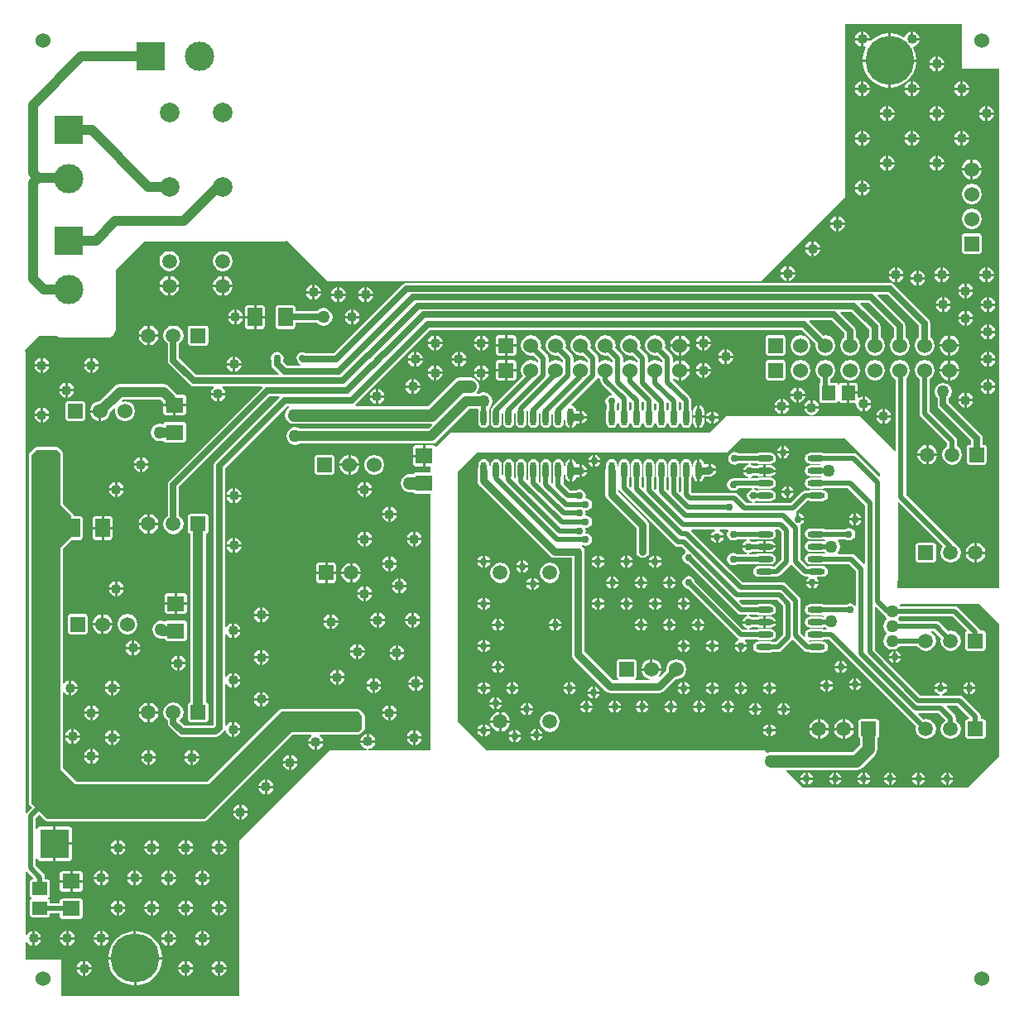
<source format=gbr>
G04 Layer_Physical_Order=2*
G04 Layer_Color=16711680*
%FSLAX26Y26*%
%MOIN*%
%TF.FileFunction,Copper,L2,Bot,Signal*%
%TF.Part,Single*%
G01*
G75*
%TA.AperFunction,SMDPad,CuDef*%
%ADD10R,0.059055X0.074803*%
%ADD18R,0.059055X0.055118*%
%ADD19R,0.055118X0.059055*%
%ADD20O,0.023622X0.070866*%
%TA.AperFunction,Conductor*%
%ADD21C,0.025000*%
%ADD22C,0.040000*%
%ADD23C,0.020000*%
%ADD24C,0.050000*%
%ADD25C,0.030000*%
%TA.AperFunction,WasherPad*%
%ADD29C,0.060000*%
%TA.AperFunction,ViaPad*%
%ADD30C,0.196850*%
%TA.AperFunction,ComponentPad*%
%ADD31R,0.118110X0.118110*%
%ADD32C,0.118110*%
%ADD33R,0.118110X0.118110*%
%ADD34C,0.059055*%
%ADD35R,0.059055X0.059055*%
%ADD36C,0.060000*%
%ADD37R,0.060000X0.060000*%
%ADD38R,0.060000X0.060000*%
%ADD39R,0.059055X0.059055*%
%ADD40C,0.078740*%
%TA.AperFunction,ViaPad*%
%ADD41C,0.040000*%
%ADD42C,0.050000*%
%ADD43C,0.030000*%
%ADD44C,0.020000*%
%TA.AperFunction,SMDPad,CuDef*%
%ADD45R,0.070866X0.062992*%
%ADD46O,0.070866X0.023622*%
G36*
X70000Y2115000D02*
X70000Y1909134D01*
X113071Y1866063D01*
Y1778071D01*
X70000Y1735000D01*
X70000Y1179677D01*
X70006D01*
X69999Y843001D01*
X131000Y782000D01*
X667000Y782000D01*
X808952Y923952D01*
X959000Y1074000D01*
X1269000Y1074000D01*
X1284394Y1057000D01*
Y1007000D01*
X1269000Y991606D01*
X998558Y991607D01*
X648952Y642000D01*
X16999D01*
X-45000Y703999D01*
X-44999Y910001D01*
X-45000D01*
Y1575000D01*
X-45000Y2110000D01*
X-25000Y2130000D01*
X55000Y2130000D01*
X70000Y2115000D01*
D02*
G37*
G36*
X3700000Y3665000D02*
X3850000D01*
X3850000Y1575438D01*
X3846146Y1572076D01*
X3845000Y1571664D01*
X3843000Y1572492D01*
X3440000Y1572492D01*
Y1597520D01*
X3441669Y1601548D01*
Y1603701D01*
X3442492Y1605690D01*
Y1610000D01*
Y1917136D01*
X3447112Y1919050D01*
X3624962Y1741199D01*
X3617762Y1730423D01*
X3614694Y1715000D01*
X3617762Y1699577D01*
X3626498Y1686502D01*
X3639573Y1677766D01*
X3654996Y1674698D01*
X3670419Y1677766D01*
X3683494Y1686502D01*
X3692230Y1699577D01*
X3695298Y1715000D01*
X3692230Y1730423D01*
X3683494Y1743498D01*
X3671248Y1751680D01*
X3669415Y1754423D01*
X3475392Y1948447D01*
Y2418859D01*
X3478838Y2421162D01*
X3487679Y2434393D01*
X3490784Y2450000D01*
X3487679Y2465607D01*
X3478838Y2478838D01*
X3465607Y2487679D01*
X3450000Y2490784D01*
X3434393Y2487679D01*
X3421162Y2478838D01*
X3412321Y2465607D01*
X3409216Y2450000D01*
X3412321Y2434393D01*
X3421162Y2421162D01*
X3434393Y2412321D01*
X3434608Y2412278D01*
Y2126924D01*
X3429989Y2125011D01*
X3290000Y2265000D01*
X3098447D01*
X3097955Y2270000D01*
X3106705Y2271741D01*
X3116629Y2278371D01*
X3123259Y2288295D01*
X3124593Y2295000D01*
X3065407D01*
X3066741Y2288295D01*
X3073371Y2278371D01*
X3083295Y2271741D01*
X3092045Y2270000D01*
X3091553Y2265000D01*
X2750000Y2265000D01*
X2685000Y2200000D01*
X1640000D01*
X1583079Y2143079D01*
X1578175Y2144055D01*
X1578087Y2144268D01*
X1570433Y2147438D01*
X1540000D01*
Y2105118D01*
Y2062798D01*
X1560000D01*
Y2037202D01*
X1499567D01*
X1491913Y2034032D01*
X1490478Y2030568D01*
X1475594D01*
X1475000Y2030686D01*
X1461344Y2027969D01*
X1449766Y2020234D01*
X1442031Y2008656D01*
X1439314Y1995000D01*
X1442031Y1981344D01*
X1449766Y1969766D01*
X1449884Y1969648D01*
X1461462Y1961913D01*
X1475118Y1959196D01*
X1490478D01*
X1491913Y1955732D01*
X1499567Y1952562D01*
X1560000D01*
X1560000Y920000D01*
X1311447Y920000D01*
X1310954Y925000D01*
X1319705Y926741D01*
X1329629Y933371D01*
X1336259Y943295D01*
X1337593Y950000D01*
X1278407D01*
X1279741Y943295D01*
X1286371Y933371D01*
X1296295Y926741D01*
X1305046Y925000D01*
X1304553Y920000D01*
X1155000D01*
X790000Y555000D01*
Y-70000D01*
X75000D01*
Y75000D01*
X-70000D01*
Y145893D01*
X-65000Y147410D01*
X-59629Y139371D01*
X-49705Y132741D01*
X-43000Y131407D01*
Y161000D01*
Y190593D01*
X-49705Y189259D01*
X-59629Y182629D01*
X-65000Y174590D01*
X-70000Y176107D01*
Y430430D01*
X-65000Y431947D01*
X-63419Y429581D01*
X-38211Y404373D01*
X-40124Y399753D01*
X-41528D01*
X-49181Y396583D01*
X-52351Y388929D01*
Y333811D01*
X-49181Y326158D01*
X-45677Y324706D01*
Y319294D01*
X-49181Y317843D01*
X-52351Y310189D01*
Y255071D01*
X-49181Y247417D01*
X-41528Y244247D01*
X17527D01*
X25181Y247417D01*
X28351Y255071D01*
Y262238D01*
X67743D01*
Y249386D01*
X70913Y241732D01*
X78567Y238562D01*
X149433D01*
X157087Y241732D01*
X160257Y249386D01*
Y312378D01*
X157087Y320032D01*
X149433Y323202D01*
X78567D01*
X70913Y320032D01*
X67743Y312378D01*
Y303022D01*
X28351D01*
Y310189D01*
X25181Y317843D01*
X21677Y319294D01*
Y324706D01*
X25181Y326158D01*
X28351Y333811D01*
Y388929D01*
X25181Y396583D01*
X17527Y399753D01*
X8392D01*
Y407000D01*
X6840Y414804D01*
X2419Y421419D01*
X-28608Y452447D01*
Y482866D01*
X-23879Y483520D01*
X-20709Y475866D01*
X-13055Y472696D01*
X41000D01*
Y542575D01*
Y612454D01*
X-13055D01*
X-20709Y609284D01*
X-23879Y601630D01*
X-28608Y602284D01*
Y646553D01*
X-15735Y659427D01*
X9346Y634346D01*
X9346Y634346D01*
X16999Y631176D01*
X17000Y631176D01*
X648952D01*
X656606Y634346D01*
X656606Y634346D01*
X1003042Y980783D01*
X1078575D01*
X1080091Y975783D01*
X1075371Y972629D01*
X1068741Y962705D01*
X1067407Y956000D01*
X1126593D01*
X1125259Y962705D01*
X1118629Y972629D01*
X1113909Y975783D01*
X1115425Y980783D01*
X1269000Y980783D01*
X1276654Y983953D01*
X1276654Y983953D01*
X1292047Y999346D01*
X1295218Y1007000D01*
X1295217Y1007000D01*
Y1057000D01*
X1293728Y1060597D01*
X1292417Y1064265D01*
X1277023Y1081265D01*
X1276764Y1081388D01*
X1276654Y1081654D01*
X1273056Y1083144D01*
X1269536Y1084811D01*
X1269265Y1084714D01*
X1269000Y1084824D01*
X959000Y1084824D01*
X959000Y1084824D01*
X951346Y1081654D01*
X801299Y931606D01*
X801298Y931606D01*
X662516Y792823D01*
X135483Y792824D01*
X80823Y847484D01*
X80829Y1150659D01*
X85829Y1152176D01*
X88371Y1148371D01*
X98295Y1141741D01*
X105000Y1140407D01*
Y1170000D01*
Y1199593D01*
X98295Y1198259D01*
X88371Y1191629D01*
X85824Y1187816D01*
X80824Y1189333D01*
X80824Y1730517D01*
X117082Y1766774D01*
X148504D01*
X156157Y1769944D01*
X159328Y1777598D01*
Y1852401D01*
X156157Y1860055D01*
X148504Y1863225D01*
X127590D01*
X123895Y1866063D01*
X120725Y1873717D01*
X120724Y1873717D01*
X80824Y1913617D01*
X80824Y2115000D01*
X80824Y2115000D01*
X77654Y2122654D01*
X77653Y2122654D01*
X62654Y2137654D01*
X62653Y2137654D01*
X55000Y2140824D01*
X54999Y2140824D01*
X-25000Y2140824D01*
X-25000Y2140824D01*
X-29483Y2138967D01*
X-32654Y2137654D01*
X-32654Y2137654D01*
X-52654Y2117653D01*
X-52654Y2117653D01*
X-55824Y2110000D01*
X-55824Y2109999D01*
X-55824Y1575000D01*
Y910001D01*
X-55823Y909999D01*
X-55824Y703999D01*
X-55824Y703999D01*
X-52653Y696345D01*
X-44573Y688265D01*
X-63419Y669419D01*
X-65000Y667053D01*
X-70000Y668570D01*
Y2525000D01*
X-75000Y2530000D01*
X-15000Y2590000D01*
X54049D01*
X55072Y2588977D01*
X57061Y2588153D01*
X58584Y2586630D01*
X66548Y2583331D01*
X68701D01*
X70690Y2582508D01*
X264310D01*
X266299Y2583331D01*
X268452D01*
X276416Y2586630D01*
X277939Y2588153D01*
X279928Y2588977D01*
X280951Y2590000D01*
X285000D01*
Y2594049D01*
X286023Y2595072D01*
X286847Y2597061D01*
X288370Y2598584D01*
X291668Y2606548D01*
Y2608701D01*
X292492Y2610690D01*
Y2615000D01*
Y2851541D01*
X408459Y2967508D01*
X679310D01*
X681299Y2968331D01*
X683452D01*
X687480Y2970000D01*
X975000D01*
X980000Y2975000D01*
X1145000Y2810000D01*
X2890000Y2810000D01*
X3230000Y3150000D01*
X3230000Y3845000D01*
X3700000D01*
Y3665000D01*
D02*
G37*
G36*
X3371575Y2035000D02*
Y2023796D01*
X3366955Y2021883D01*
X3279419Y2109419D01*
X3272804Y2113840D01*
X3265000Y2115392D01*
X3146693D01*
X3146463Y2115546D01*
X3137953Y2117238D01*
X3090709D01*
X3082198Y2115546D01*
X3074984Y2110725D01*
X3070163Y2103510D01*
X3068470Y2095000D01*
X3070163Y2086490D01*
X3074984Y2079275D01*
X3082198Y2074454D01*
X3090709Y2072762D01*
X3130242D01*
X3133104Y2067762D01*
X3132796Y2067238D01*
X3090709D01*
X3082198Y2065546D01*
X3074984Y2060725D01*
X3070163Y2053510D01*
X3068470Y2045000D01*
X3070163Y2036490D01*
X3074984Y2029275D01*
X3082198Y2024455D01*
X3090709Y2022762D01*
X3132796D01*
X3133104Y2022238D01*
X3130242Y2017238D01*
X3090709D01*
X3082198Y2015545D01*
X3074984Y2010725D01*
X3070163Y2003510D01*
X3068470Y1995000D01*
X3070163Y1986490D01*
X3074984Y1979275D01*
X3082198Y1974455D01*
X3090709Y1972762D01*
X3137953D01*
X3146463Y1974455D01*
X3146693Y1974608D01*
X3241553D01*
X3309608Y1906553D01*
Y1671301D01*
X3304608Y1669230D01*
X3269419Y1704419D01*
X3262804Y1708840D01*
X3255000Y1710392D01*
X3202001D01*
X3200651Y1715392D01*
X3207969Y1726344D01*
X3210686Y1740000D01*
X3207969Y1753656D01*
X3200651Y1764608D01*
X3202001Y1769608D01*
X3230520D01*
X3235245Y1766450D01*
X3245000Y1764510D01*
X3254755Y1766450D01*
X3263024Y1771976D01*
X3268550Y1780245D01*
X3270490Y1790000D01*
X3268550Y1799755D01*
X3263024Y1808024D01*
X3254755Y1813550D01*
X3245000Y1815490D01*
X3235245Y1813550D01*
X3230520Y1810392D01*
X3146693D01*
X3146463Y1810545D01*
X3137953Y1812238D01*
X3090709D01*
X3082198Y1810545D01*
X3074984Y1805725D01*
X3070163Y1798510D01*
X3068470Y1790000D01*
X3070163Y1781490D01*
X3074984Y1774275D01*
X3082198Y1769455D01*
X3090709Y1767762D01*
X3137953D01*
X3146463Y1769455D01*
X3149166Y1765282D01*
X3149349Y1764608D01*
X3146581Y1760466D01*
X3146463Y1760545D01*
X3137953Y1762238D01*
X3090709D01*
X3082198Y1760545D01*
X3074984Y1755725D01*
X3070163Y1748510D01*
X3068470Y1740000D01*
X3070163Y1731490D01*
X3074984Y1724275D01*
X3082198Y1719455D01*
X3090709Y1717762D01*
X3137953D01*
X3146463Y1719455D01*
X3146581Y1719534D01*
X3149349Y1715392D01*
X3149166Y1714718D01*
X3146463Y1710545D01*
X3137953Y1712238D01*
X3090709D01*
X3082198Y1710545D01*
X3074984Y1705725D01*
X3070163Y1698510D01*
X3068470Y1690000D01*
X3070163Y1681490D01*
X3074984Y1674275D01*
X3082198Y1669455D01*
X3090709Y1667762D01*
X3137953D01*
X3146463Y1669455D01*
X3146693Y1669608D01*
X3246553D01*
X3274608Y1641553D01*
Y1502170D01*
X3269608Y1500653D01*
X3268024Y1503024D01*
X3259755Y1508550D01*
X3250000Y1510490D01*
X3240245Y1508550D01*
X3235520Y1505392D01*
X3146693D01*
X3146463Y1505545D01*
X3137953Y1507238D01*
X3090709D01*
X3082198Y1505545D01*
X3074984Y1500725D01*
X3070163Y1493510D01*
X3068470Y1485000D01*
X3070163Y1476490D01*
X3074984Y1469275D01*
X3082198Y1464455D01*
X3090709Y1462762D01*
X3137953D01*
X3139941Y1463157D01*
X3142948Y1458657D01*
X3141525Y1456528D01*
X3137953Y1457238D01*
X3090709D01*
X3082198Y1455545D01*
X3074984Y1450725D01*
X3070163Y1443510D01*
X3068470Y1435000D01*
X3070163Y1426490D01*
X3074984Y1419275D01*
X3082198Y1414455D01*
X3090709Y1412762D01*
X3137953D01*
X3146463Y1414455D01*
X3146693Y1414608D01*
X3150003D01*
X3156313Y1410392D01*
X3154797Y1405392D01*
X3146693D01*
X3146463Y1405545D01*
X3137953Y1407238D01*
X3090709D01*
X3082198Y1405545D01*
X3074984Y1400725D01*
X3070163Y1393510D01*
X3068470Y1385000D01*
X3069605Y1379297D01*
X3064997Y1376834D01*
X3050392Y1391439D01*
Y1522820D01*
X3048840Y1530624D01*
X3044419Y1537239D01*
X2992239Y1589419D01*
X2985624Y1593840D01*
X2977820Y1595392D01*
X2818447D01*
X2610296Y1803542D01*
X2612367Y1808542D01*
X2704717D01*
X2705245Y1803550D01*
X2696976Y1798024D01*
X2691450Y1789755D01*
X2690505Y1785000D01*
X2739495D01*
X2738550Y1789755D01*
X2733024Y1798024D01*
X2724755Y1803550D01*
X2725283Y1808542D01*
X2756309D01*
X2758981Y1803542D01*
X2756450Y1799755D01*
X2754510Y1790000D01*
X2756450Y1780245D01*
X2761976Y1771976D01*
X2770245Y1766450D01*
X2780000Y1764510D01*
X2789755Y1766450D01*
X2794480Y1769608D01*
X2835075D01*
X2835568Y1764608D01*
X2830245Y1763550D01*
X2821976Y1758024D01*
X2816450Y1749755D01*
X2815505Y1745000D01*
X2840000D01*
Y1735000D01*
X2815505D01*
X2816450Y1730245D01*
X2821976Y1721976D01*
X2830245Y1716450D01*
X2835568Y1715392D01*
X2835075Y1710392D01*
X2794480D01*
X2789755Y1713550D01*
X2780000Y1715490D01*
X2770245Y1713550D01*
X2761976Y1708024D01*
X2756450Y1699755D01*
X2754510Y1690000D01*
X2756450Y1680245D01*
X2761976Y1671976D01*
X2770245Y1666450D01*
X2780000Y1664510D01*
X2789755Y1666450D01*
X2794480Y1669608D01*
X2873307D01*
X2873537Y1669455D01*
X2882047Y1667762D01*
X2929291D01*
X2937802Y1669455D01*
X2945016Y1674275D01*
X2949837Y1681490D01*
X2951530Y1690000D01*
X2949837Y1698510D01*
X2945016Y1705725D01*
X2937802Y1710545D01*
X2929291Y1712238D01*
X2882047D01*
X2873537Y1710545D01*
X2873307Y1710392D01*
X2844925D01*
X2844432Y1715392D01*
X2849755Y1716450D01*
X2854480Y1719608D01*
X2873307D01*
X2873537Y1719455D01*
X2882047Y1717762D01*
X2900669D01*
Y1740000D01*
Y1762238D01*
X2882047D01*
X2873537Y1760545D01*
X2873307Y1760392D01*
X2854480D01*
X2849755Y1763550D01*
X2844432Y1764608D01*
X2844925Y1769608D01*
X2873307D01*
X2873537Y1769455D01*
X2882047Y1767762D01*
X2929291D01*
X2937802Y1769455D01*
X2945016Y1774275D01*
X2949837Y1781490D01*
X2951530Y1790000D01*
X2949837Y1798510D01*
X2946475Y1803542D01*
X2949114Y1808542D01*
X2962619D01*
X2974608Y1796553D01*
Y1688447D01*
X2946553Y1660392D01*
X2938032D01*
X2937802Y1660545D01*
X2929291Y1662238D01*
X2882047D01*
X2873537Y1660545D01*
X2866322Y1655725D01*
X2861502Y1648510D01*
X2859809Y1640000D01*
X2861502Y1631490D01*
X2866322Y1624275D01*
X2873537Y1619455D01*
X2882047Y1617762D01*
X2929291D01*
X2937802Y1619455D01*
X2938032Y1619608D01*
X2955000D01*
X2962804Y1621160D01*
X2969419Y1625581D01*
X3009419Y1665581D01*
X3010000Y1666450D01*
X3015000D01*
X3015581Y1665581D01*
X3055581Y1625581D01*
X3062196Y1621160D01*
X3070000Y1619608D01*
X3080330D01*
X3081847Y1614608D01*
X3079476Y1613024D01*
X3073950Y1604755D01*
X3073005Y1600000D01*
X3121995D01*
X3121050Y1604755D01*
X3115699Y1612762D01*
X3116271Y1615486D01*
X3116961Y1617762D01*
X3137953D01*
X3146463Y1619455D01*
X3153678Y1624275D01*
X3158498Y1631490D01*
X3160191Y1640000D01*
X3158498Y1648510D01*
X3153678Y1655725D01*
X3146463Y1660545D01*
X3137953Y1662238D01*
X3090709D01*
X3082198Y1660545D01*
X3081968Y1660392D01*
X3078447D01*
X3050392Y1688447D01*
Y1815236D01*
X3048840Y1823040D01*
X3051093Y1827345D01*
X3058024Y1831976D01*
X3063550Y1840245D01*
X3064495Y1845000D01*
X3040000D01*
Y1850000D01*
X3035000D01*
Y1874495D01*
X3034019Y1874300D01*
X3032068Y1879010D01*
X3034419Y1880581D01*
X3078447Y1924608D01*
X3081968D01*
X3082198Y1924455D01*
X3090709Y1922762D01*
X3137953D01*
X3146463Y1924455D01*
X3153678Y1929275D01*
X3158498Y1936490D01*
X3160191Y1945000D01*
X3158498Y1953510D01*
X3153678Y1960725D01*
X3146463Y1965545D01*
X3137953Y1967238D01*
X3090709D01*
X3082198Y1965545D01*
X3081968Y1965392D01*
X3070000D01*
X3062196Y1963840D01*
X3055581Y1959419D01*
X3011553Y1915392D01*
X2864925D01*
X2864432Y1920392D01*
X2869755Y1921450D01*
X2874087Y1924345D01*
X2882047Y1922762D01*
X2929291D01*
X2937802Y1924455D01*
X2945016Y1929275D01*
X2949837Y1936490D01*
X2951530Y1945000D01*
X2949837Y1953510D01*
X2945016Y1960725D01*
X2937802Y1965545D01*
X2929291Y1967238D01*
X2882047D01*
X2874087Y1965655D01*
X2869755Y1968550D01*
X2864432Y1969608D01*
X2864925Y1974608D01*
X2873307D01*
X2873537Y1974455D01*
X2882047Y1972762D01*
X2929291D01*
X2937802Y1974455D01*
X2945016Y1979275D01*
X2949837Y1986490D01*
X2951530Y1995000D01*
X2949837Y2003510D01*
X2945016Y2010725D01*
X2937802Y2015545D01*
X2929291Y2017238D01*
X2882047D01*
X2873537Y2015545D01*
X2873307Y2015392D01*
X2849925D01*
X2849432Y2020392D01*
X2854755Y2021450D01*
X2859480Y2024608D01*
X2873307D01*
X2873537Y2024455D01*
X2882047Y2022762D01*
X2900669D01*
Y2045000D01*
Y2067238D01*
X2882047D01*
X2873537Y2065546D01*
X2873307Y2065392D01*
X2859480D01*
X2854755Y2068550D01*
X2849432Y2069608D01*
X2849925Y2074608D01*
X2873307D01*
X2873537Y2074454D01*
X2882047Y2072762D01*
X2929291D01*
X2937802Y2074454D01*
X2945016Y2079275D01*
X2949837Y2086490D01*
X2951530Y2095000D01*
X2949837Y2103510D01*
X2945016Y2110725D01*
X2937802Y2115546D01*
X2929291Y2117238D01*
X2882047D01*
X2873537Y2115546D01*
X2873307Y2115392D01*
X2799480D01*
X2794755Y2118550D01*
X2785000Y2120490D01*
X2775245Y2118550D01*
X2766976Y2113024D01*
X2761450Y2104755D01*
X2759510Y2095000D01*
X2761450Y2085245D01*
X2766976Y2076976D01*
X2775245Y2071450D01*
X2785000Y2069510D01*
X2794755Y2071450D01*
X2799480Y2074608D01*
X2840075D01*
X2840568Y2069608D01*
X2835245Y2068550D01*
X2826976Y2063024D01*
X2821450Y2054755D01*
X2820505Y2050000D01*
X2845000D01*
Y2040000D01*
X2820505D01*
X2821450Y2035245D01*
X2826976Y2026976D01*
X2835245Y2021450D01*
X2840568Y2020392D01*
X2840075Y2015392D01*
X2785001D01*
X2785000Y2015392D01*
X2782746Y2014944D01*
X2780000Y2015490D01*
X2770245Y2013550D01*
X2761976Y2008024D01*
X2756450Y1999755D01*
X2754510Y1990000D01*
X2756450Y1980245D01*
X2761976Y1971976D01*
X2770245Y1966450D01*
X2780000Y1964510D01*
X2789755Y1966450D01*
X2798024Y1971976D01*
X2799783Y1974608D01*
X2855075D01*
X2855568Y1969608D01*
X2850245Y1968550D01*
X2841976Y1963024D01*
X2836450Y1954755D01*
X2834510Y1945000D01*
X2836450Y1935245D01*
X2841976Y1926976D01*
X2850245Y1921450D01*
X2855568Y1920392D01*
X2855075Y1915392D01*
X2833447D01*
X2799419Y1949419D01*
X2792804Y1953840D01*
X2785000Y1955392D01*
X2613447D01*
X2610392Y1958447D01*
Y2014370D01*
X2610546Y2014600D01*
X2612238Y2023110D01*
Y2028707D01*
X2617238Y2031168D01*
X2617762Y2030765D01*
Y2023110D01*
X2619454Y2014600D01*
X2624275Y2007385D01*
X2631490Y2002565D01*
X2635000Y2001867D01*
Y2046733D01*
Y2091598D01*
X2631490Y2090900D01*
X2624275Y2086079D01*
X2619454Y2078865D01*
X2617762Y2070354D01*
Y2062700D01*
X2617238Y2062297D01*
X2612238Y2064758D01*
Y2070354D01*
X2610546Y2078865D01*
X2605725Y2086079D01*
X2598510Y2090900D01*
X2590000Y2092593D01*
X2581490Y2090900D01*
X2574275Y2086079D01*
X2569454Y2078865D01*
X2567762Y2070354D01*
Y2023110D01*
X2569454Y2014600D01*
X2569608Y2014370D01*
Y1960763D01*
X2564989Y1958850D01*
X2560392Y1963447D01*
Y2014370D01*
X2560546Y2014600D01*
X2562238Y2023110D01*
Y2070354D01*
X2560546Y2078865D01*
X2555725Y2086079D01*
X2548510Y2090900D01*
X2540000Y2092593D01*
X2531490Y2090900D01*
X2524275Y2086079D01*
X2519454Y2078865D01*
X2517762Y2070354D01*
Y2023110D01*
X2519454Y2014600D01*
X2519608Y2014370D01*
Y1968337D01*
X2514989Y1966423D01*
X2510392Y1971020D01*
Y2014370D01*
X2510546Y2014600D01*
X2512238Y2023110D01*
Y2070354D01*
X2510546Y2078865D01*
X2505725Y2086079D01*
X2498510Y2090900D01*
X2490000Y2092593D01*
X2481490Y2090900D01*
X2474275Y2086079D01*
X2469454Y2078865D01*
X2467762Y2070354D01*
Y2023110D01*
X2469454Y2014600D01*
X2469608Y2014370D01*
Y1970763D01*
X2464989Y1968850D01*
X2460392Y1973447D01*
Y2014370D01*
X2460546Y2014600D01*
X2462238Y2023110D01*
Y2070354D01*
X2460546Y2078865D01*
X2455725Y2086079D01*
X2448510Y2090900D01*
X2440000Y2092593D01*
X2431490Y2090900D01*
X2424275Y2086079D01*
X2419454Y2078865D01*
X2417762Y2070354D01*
Y2023110D01*
X2419454Y2014600D01*
X2419608Y2014370D01*
Y1978337D01*
X2414989Y1976423D01*
X2410392Y1981020D01*
Y2014370D01*
X2410546Y2014600D01*
X2412238Y2023110D01*
Y2070354D01*
X2410546Y2078865D01*
X2405725Y2086079D01*
X2398510Y2090900D01*
X2390000Y2092593D01*
X2381490Y2090900D01*
X2374275Y2086079D01*
X2369454Y2078865D01*
X2367762Y2070354D01*
Y2023110D01*
X2369454Y2014600D01*
X2369608Y2014370D01*
Y1980763D01*
X2364989Y1978850D01*
X2360392Y1983447D01*
Y2014370D01*
X2360546Y2014600D01*
X2362238Y2023110D01*
Y2070354D01*
X2360546Y2078865D01*
X2355725Y2086079D01*
X2348510Y2090900D01*
X2340000Y2092593D01*
X2331490Y2090900D01*
X2324275Y2086079D01*
X2319454Y2078865D01*
X2317762Y2070354D01*
Y2064758D01*
X2312762Y2062297D01*
X2312238Y2062700D01*
Y2070354D01*
X2310546Y2078865D01*
X2305725Y2086079D01*
X2298510Y2090900D01*
X2290000Y2092593D01*
X2281490Y2090900D01*
X2274275Y2086079D01*
X2269454Y2078865D01*
X2267762Y2070354D01*
Y2058449D01*
X2266450Y2056487D01*
X2264510Y2046732D01*
Y1950000D01*
X2266450Y1940245D01*
X2271976Y1931976D01*
X2389510Y1814442D01*
Y1720000D01*
X2391450Y1710245D01*
X2396976Y1701976D01*
X2405245Y1696450D01*
X2415000Y1694510D01*
X2424755Y1696450D01*
X2433024Y1701976D01*
X2438550Y1710245D01*
X2440490Y1720000D01*
Y1825000D01*
X2438550Y1834755D01*
X2433024Y1843024D01*
X2315490Y1960558D01*
Y1970075D01*
X2320490Y1970568D01*
X2321160Y1967196D01*
X2325581Y1960581D01*
X2542357Y1743804D01*
X2548973Y1739384D01*
X2556776Y1737832D01*
X2556777Y1737832D01*
X2573330D01*
X2588291Y1722871D01*
X2587425Y1716665D01*
X2581976Y1713024D01*
X2576450Y1704755D01*
X2574510Y1695000D01*
X2576450Y1685245D01*
X2581976Y1676976D01*
X2590245Y1671450D01*
X2595820Y1670342D01*
X2795581Y1470581D01*
X2795581Y1470581D01*
X2802196Y1466160D01*
X2810000Y1464608D01*
X2835075D01*
X2835568Y1459608D01*
X2830245Y1458550D01*
X2821976Y1453024D01*
X2816450Y1444755D01*
X2815505Y1440000D01*
X2840000D01*
Y1430000D01*
X2815505D01*
X2816450Y1425245D01*
X2821976Y1416976D01*
X2830245Y1411450D01*
X2835568Y1410392D01*
X2835075Y1405392D01*
X2818447D01*
X2624658Y1599180D01*
X2623550Y1604755D01*
X2618024Y1613024D01*
X2609755Y1618550D01*
X2600000Y1620490D01*
X2590245Y1618550D01*
X2581976Y1613024D01*
X2576450Y1604755D01*
X2574510Y1595000D01*
X2576450Y1585245D01*
X2581976Y1576976D01*
X2590245Y1571450D01*
X2595820Y1570342D01*
X2795581Y1370581D01*
X2795581Y1370581D01*
X2799017Y1368285D01*
X2799379Y1366889D01*
X2798675Y1362500D01*
X2791976Y1358024D01*
X2786450Y1349755D01*
X2785505Y1345000D01*
X2834495D01*
X2833550Y1349755D01*
X2828024Y1358024D01*
X2825653Y1359608D01*
X2827170Y1364608D01*
X2873307D01*
X2873537Y1364455D01*
X2882047Y1362762D01*
X2929291D01*
X2937802Y1364455D01*
X2945016Y1369275D01*
X2949837Y1376490D01*
X2951530Y1385000D01*
X2949837Y1393510D01*
X2945016Y1400725D01*
X2937802Y1405545D01*
X2929291Y1407238D01*
X2882047D01*
X2873537Y1405545D01*
X2873307Y1405392D01*
X2844925D01*
X2844432Y1410392D01*
X2849755Y1411450D01*
X2854480Y1414608D01*
X2873307D01*
X2873537Y1414455D01*
X2882047Y1412762D01*
X2900669D01*
Y1435000D01*
Y1457238D01*
X2882047D01*
X2873537Y1455545D01*
X2873307Y1455392D01*
X2854480D01*
X2849755Y1458550D01*
X2844432Y1459608D01*
X2844925Y1464608D01*
X2873307D01*
X2873537Y1464455D01*
X2882047Y1462762D01*
X2929291D01*
X2937802Y1464455D01*
X2945016Y1469275D01*
X2949837Y1476490D01*
X2951530Y1485000D01*
X2949837Y1493510D01*
X2945016Y1500725D01*
X2937802Y1505545D01*
X2929291Y1507238D01*
X2882047D01*
X2873537Y1505545D01*
X2873307Y1505392D01*
X2818447D01*
X2803849Y1519989D01*
X2805763Y1524608D01*
X2956947D01*
X2979608Y1501947D01*
Y1383447D01*
X2951553Y1355392D01*
X2938032D01*
X2937802Y1355545D01*
X2929291Y1357238D01*
X2882047D01*
X2873537Y1355545D01*
X2866322Y1350725D01*
X2861502Y1343510D01*
X2859809Y1335000D01*
X2861502Y1326490D01*
X2866322Y1319275D01*
X2873537Y1314455D01*
X2882047Y1312762D01*
X2929291D01*
X2937802Y1314455D01*
X2938032Y1314608D01*
X2960000D01*
X2967804Y1316160D01*
X2974419Y1320581D01*
X3014419Y1360581D01*
X3015896Y1362791D01*
X3020872Y1363281D01*
X3063573Y1320581D01*
X3070189Y1316160D01*
X3077992Y1314608D01*
X3081968D01*
X3082198Y1314455D01*
X3090709Y1312762D01*
X3137953D01*
X3146463Y1314455D01*
X3153678Y1319275D01*
X3158498Y1326490D01*
X3160191Y1335000D01*
X3158498Y1343510D01*
X3153678Y1350725D01*
X3146463Y1355545D01*
X3137953Y1357238D01*
X3090709D01*
X3086244Y1356350D01*
X3083478Y1359361D01*
X3085767Y1363745D01*
X3090709Y1362762D01*
X3137953D01*
X3146463Y1364455D01*
X3146693Y1364608D01*
X3166552D01*
X3516599Y1014562D01*
X3514697Y1005000D01*
X3517764Y989577D01*
X3526501Y976502D01*
X3539576Y967766D01*
X3554999Y964698D01*
X3570421Y967766D01*
X3583496Y976502D01*
X3592233Y989577D01*
X3595300Y1005000D01*
X3592233Y1020423D01*
X3583496Y1033498D01*
X3570421Y1042234D01*
X3554999Y1045302D01*
X3545437Y1043400D01*
X3523848Y1064989D01*
X3525762Y1069608D01*
X3606553D01*
X3632881Y1043281D01*
X3632427Y1037458D01*
X3626501Y1033498D01*
X3617764Y1020423D01*
X3614697Y1005000D01*
X3617764Y989577D01*
X3626501Y976502D01*
X3639576Y967766D01*
X3654999Y964698D01*
X3670421Y967766D01*
X3683496Y976502D01*
X3692233Y989577D01*
X3695300Y1005000D01*
X3692233Y1020423D01*
X3683496Y1033498D01*
X3675390Y1038914D01*
Y1050002D01*
X3673838Y1057805D01*
X3669418Y1064421D01*
X3638850Y1094989D01*
X3640763Y1099608D01*
X3681553D01*
X3730810Y1050351D01*
X3728739Y1045351D01*
X3725471D01*
X3717817Y1042181D01*
X3714647Y1034527D01*
Y975472D01*
X3717817Y967819D01*
X3725471Y964649D01*
X3784526D01*
X3792180Y967819D01*
X3795350Y975472D01*
Y1034527D01*
X3792180Y1042181D01*
X3784526Y1045351D01*
X3775390D01*
Y1055001D01*
X3775390Y1055002D01*
X3773838Y1062805D01*
X3769418Y1069421D01*
X3704419Y1134419D01*
X3697804Y1138840D01*
X3690000Y1140392D01*
X3619925D01*
X3619432Y1145392D01*
X3624755Y1146450D01*
X3633024Y1151976D01*
X3638550Y1160245D01*
X3639495Y1165000D01*
X3590505D01*
X3591450Y1160245D01*
X3596976Y1151976D01*
X3605245Y1146450D01*
X3610568Y1145392D01*
X3610075Y1140392D01*
X3533298D01*
X3350392Y1323298D01*
Y1494237D01*
X3355011Y1496150D01*
X3385581Y1465581D01*
X3389121Y1463215D01*
X3394766Y1454766D01*
X3398158Y1452500D01*
Y1447500D01*
X3394766Y1445234D01*
X3387031Y1433656D01*
X3384314Y1420000D01*
X3387031Y1406344D01*
X3394766Y1394766D01*
X3398158Y1392500D01*
Y1387500D01*
X3394766Y1385234D01*
X3387031Y1373656D01*
X3384314Y1360000D01*
X3387031Y1346344D01*
X3394766Y1334766D01*
X3406344Y1327031D01*
X3420000Y1324314D01*
X3433656Y1327031D01*
X3445234Y1334766D01*
X3448744Y1340021D01*
X3521085D01*
X3526501Y1331915D01*
X3539576Y1323178D01*
X3554999Y1320111D01*
X3570421Y1323178D01*
X3583496Y1331915D01*
X3592233Y1344990D01*
X3595300Y1360413D01*
X3592233Y1375835D01*
X3583496Y1388910D01*
X3574969Y1394608D01*
X3576486Y1399608D01*
X3586965D01*
X3616599Y1369974D01*
X3614697Y1360413D01*
X3617764Y1344990D01*
X3626501Y1331915D01*
X3639576Y1323178D01*
X3654999Y1320111D01*
X3670421Y1323178D01*
X3683496Y1331915D01*
X3692233Y1344990D01*
X3695300Y1360413D01*
X3692233Y1375835D01*
X3683496Y1388910D01*
X3670421Y1397647D01*
X3654999Y1400715D01*
X3645437Y1398813D01*
X3609830Y1434419D01*
X3603215Y1438840D01*
X3595411Y1440392D01*
X3448469D01*
X3445234Y1445234D01*
X3441842Y1447500D01*
Y1452500D01*
X3445234Y1454766D01*
X3448469Y1459608D01*
X3661553D01*
X3718771Y1402390D01*
X3717817Y1397594D01*
X3714647Y1389940D01*
Y1330885D01*
X3717817Y1323231D01*
X3725471Y1320061D01*
X3784526D01*
X3792180Y1323231D01*
X3795350Y1330885D01*
Y1389940D01*
X3792180Y1397594D01*
X3784526Y1400764D01*
X3774244D01*
X3773838Y1402805D01*
X3769418Y1409421D01*
X3684419Y1494419D01*
X3677804Y1498840D01*
X3670000Y1500392D01*
X3451594D01*
X3450326Y1502507D01*
X3453158Y1507508D01*
X3769067Y1507507D01*
X3851575Y1425000D01*
Y894686D01*
X3726888Y770000D01*
X3056575D01*
X2991880Y834695D01*
X2993793Y839314D01*
X3275000D01*
X3288656Y842031D01*
X3300234Y849766D01*
X3350234Y899766D01*
X3357969Y911344D01*
X3360686Y925000D01*
Y967198D01*
X3362183Y967819D01*
X3365353Y975472D01*
Y1034527D01*
X3362183Y1042181D01*
X3354529Y1045351D01*
X3295474D01*
X3287820Y1042181D01*
X3284650Y1034527D01*
Y975472D01*
X3287820Y967819D01*
X3289314Y967200D01*
Y939782D01*
X3260218Y910686D01*
X2930000D01*
X2918230Y908345D01*
X2906575Y920000D01*
X1786575D01*
X1671575Y1035000D01*
X1671575Y2041575D01*
X1750000Y2120000D01*
X2756575Y2120000D01*
X2811575Y2175000D01*
X3231575Y2175000D01*
X3371575Y2035000D01*
D02*
G37*
%LPC*%
G36*
X1180000Y1208000D02*
X1155407D01*
X1156741Y1201295D01*
X1163371Y1191371D01*
X1173295Y1184741D01*
X1180000Y1183407D01*
Y1208000D01*
D02*
G37*
G36*
X1214593D02*
X1190000D01*
Y1183407D01*
X1196705Y1184741D01*
X1206629Y1191371D01*
X1213259Y1201295D01*
X1214593Y1208000D01*
D02*
G37*
G36*
X1327000Y1208593D02*
X1320295Y1207259D01*
X1310371Y1200629D01*
X1303741Y1190705D01*
X1302407Y1184000D01*
X1327000D01*
Y1208593D01*
D02*
G37*
G36*
X1337000D02*
Y1184000D01*
X1361593D01*
X1360259Y1190705D01*
X1353629Y1200629D01*
X1343705Y1207259D01*
X1337000Y1208593D01*
D02*
G37*
G36*
X875000Y1288000D02*
X850407D01*
X851741Y1281295D01*
X858371Y1271371D01*
X868295Y1264741D01*
X875000Y1263407D01*
Y1288000D01*
D02*
G37*
G36*
X909593D02*
X885000D01*
Y1263407D01*
X891705Y1264741D01*
X901629Y1271371D01*
X908259Y1281295D01*
X909593Y1288000D01*
D02*
G37*
G36*
X1454593Y1306000D02*
X1430000D01*
Y1281407D01*
X1436705Y1282741D01*
X1446629Y1289371D01*
X1453259Y1299295D01*
X1454593Y1306000D01*
D02*
G37*
G36*
X1261000Y1311000D02*
X1236407D01*
X1237741Y1304295D01*
X1244371Y1294371D01*
X1254295Y1287741D01*
X1261000Y1286407D01*
Y1311000D01*
D02*
G37*
G36*
X1295593D02*
X1271000D01*
Y1286407D01*
X1277705Y1287741D01*
X1287629Y1294371D01*
X1294259Y1304295D01*
X1295593Y1311000D01*
D02*
G37*
G36*
X540000Y1299593D02*
X533295Y1298259D01*
X523371Y1291629D01*
X516741Y1281705D01*
X515407Y1275000D01*
X540000D01*
Y1299593D01*
D02*
G37*
G36*
X550000D02*
Y1275000D01*
X574593D01*
X573259Y1281705D01*
X566629Y1291629D01*
X556705Y1298259D01*
X550000Y1299593D01*
D02*
G37*
G36*
X1420000Y1306000D02*
X1395407D01*
X1396741Y1299295D01*
X1403371Y1289371D01*
X1413295Y1282741D01*
X1420000Y1281407D01*
Y1306000D01*
D02*
G37*
G36*
X1180000Y1242593D02*
X1173295Y1241259D01*
X1163371Y1234629D01*
X1156741Y1224705D01*
X1155407Y1218000D01*
X1180000D01*
Y1242593D01*
D02*
G37*
G36*
X1190000D02*
Y1218000D01*
X1214593D01*
X1213259Y1224705D01*
X1206629Y1234629D01*
X1196705Y1241259D01*
X1190000Y1242593D01*
D02*
G37*
G36*
X1496000Y1217593D02*
X1489295Y1216259D01*
X1479371Y1209629D01*
X1472741Y1199705D01*
X1471407Y1193000D01*
X1496000D01*
Y1217593D01*
D02*
G37*
G36*
X1506000D02*
Y1193000D01*
X1530593D01*
X1529259Y1199705D01*
X1522629Y1209629D01*
X1512705Y1216259D01*
X1506000Y1217593D01*
D02*
G37*
G36*
X770353Y1230121D02*
Y1205527D01*
X794946D01*
X793613Y1212233D01*
X786982Y1222156D01*
X777059Y1228787D01*
X770353Y1230121D01*
D02*
G37*
G36*
X574593Y1265000D02*
X550000D01*
Y1240407D01*
X556705Y1241741D01*
X566629Y1248371D01*
X573259Y1258295D01*
X574593Y1265000D01*
D02*
G37*
G36*
X540000D02*
X515407D01*
X516741Y1258295D01*
X523371Y1248371D01*
X533295Y1241741D01*
X540000Y1240407D01*
Y1265000D01*
D02*
G37*
G36*
X874000Y1153593D02*
X867295Y1152259D01*
X857371Y1145629D01*
X850741Y1135705D01*
X849407Y1129000D01*
X874000D01*
Y1153593D01*
D02*
G37*
G36*
X309593Y1165000D02*
X285000D01*
Y1140407D01*
X291705Y1141741D01*
X301629Y1148371D01*
X308259Y1158295D01*
X309593Y1165000D01*
D02*
G37*
G36*
X884000Y1153593D02*
Y1129000D01*
X908593D01*
X907259Y1135705D01*
X900629Y1145629D01*
X890705Y1152259D01*
X884000Y1153593D01*
D02*
G37*
G36*
X139593Y1165000D02*
X115000D01*
Y1140407D01*
X121705Y1141741D01*
X131629Y1148371D01*
X138259Y1158295D01*
X139593Y1165000D01*
D02*
G37*
G36*
X275000D02*
X250407D01*
X251741Y1158295D01*
X258371Y1148371D01*
X268295Y1141741D01*
X275000Y1140407D01*
Y1165000D01*
D02*
G37*
G36*
X908593Y1119000D02*
X884000D01*
Y1094407D01*
X890705Y1095741D01*
X900629Y1102371D01*
X907259Y1112295D01*
X908593Y1119000D01*
D02*
G37*
G36*
X874000D02*
X849407D01*
X850741Y1112295D01*
X857371Y1102371D01*
X867295Y1095741D01*
X874000Y1094407D01*
Y1119000D01*
D02*
G37*
G36*
X1496000Y1183000D02*
X1471407D01*
X1472741Y1176295D01*
X1479371Y1166371D01*
X1489295Y1159741D01*
X1496000Y1158407D01*
Y1183000D01*
D02*
G37*
G36*
X1361593Y1174000D02*
X1337000D01*
Y1149407D01*
X1343705Y1150741D01*
X1353629Y1157371D01*
X1360259Y1167295D01*
X1361593Y1174000D01*
D02*
G37*
G36*
X1530593Y1183000D02*
X1506000D01*
Y1158407D01*
X1512705Y1159741D01*
X1522629Y1166371D01*
X1529259Y1176295D01*
X1530593Y1183000D01*
D02*
G37*
G36*
X115000Y1199593D02*
Y1175000D01*
X139593D01*
X138259Y1181705D01*
X131629Y1191629D01*
X121705Y1198259D01*
X115000Y1199593D01*
D02*
G37*
G36*
X275000D02*
X268295Y1198259D01*
X258371Y1191629D01*
X251741Y1181705D01*
X250407Y1175000D01*
X275000D01*
Y1199593D01*
D02*
G37*
G36*
X285000D02*
Y1175000D01*
X309593D01*
X308259Y1181705D01*
X301629Y1191629D01*
X291705Y1198259D01*
X285000Y1199593D01*
D02*
G37*
G36*
X794946Y1195527D02*
X770353D01*
Y1170934D01*
X777059Y1172268D01*
X786982Y1178899D01*
X793613Y1188822D01*
X794946Y1195527D01*
D02*
G37*
G36*
X1327000Y1174000D02*
X1302407D01*
X1303741Y1167295D01*
X1310371Y1157371D01*
X1320295Y1150741D01*
X1327000Y1149407D01*
Y1174000D01*
D02*
G37*
G36*
X581257Y1505118D02*
X540000D01*
Y1467798D01*
X570433D01*
X578087Y1470968D01*
X581257Y1478622D01*
Y1505118D01*
D02*
G37*
G36*
X874000Y1494593D02*
X867295Y1493259D01*
X857371Y1486629D01*
X850741Y1476705D01*
X849407Y1470000D01*
X874000D01*
Y1494593D01*
D02*
G37*
G36*
X884000D02*
Y1470000D01*
X908593D01*
X907259Y1476705D01*
X900629Y1486629D01*
X890705Y1493259D01*
X884000Y1494593D01*
D02*
G37*
G36*
X1483000Y1472593D02*
X1476295Y1471259D01*
X1466371Y1464629D01*
X1459741Y1454705D01*
X1458407Y1448000D01*
X1483000D01*
Y1472593D01*
D02*
G37*
G36*
X1493000D02*
Y1448000D01*
X1517593D01*
X1516259Y1454705D01*
X1509629Y1464629D01*
X1499705Y1471259D01*
X1493000Y1472593D01*
D02*
G37*
G36*
X530000Y1505118D02*
X488743D01*
Y1478622D01*
X491913Y1470968D01*
X499567Y1467798D01*
X530000D01*
Y1505118D01*
D02*
G37*
G36*
X1352000Y1472593D02*
Y1448000D01*
X1376593D01*
X1375259Y1454705D01*
X1368629Y1464629D01*
X1358705Y1471259D01*
X1352000Y1472593D01*
D02*
G37*
G36*
X234842Y1466789D02*
X224235Y1464679D01*
X211004Y1455838D01*
X202163Y1442607D01*
X200054Y1432000D01*
X234842D01*
Y1466789D01*
D02*
G37*
G36*
X244842Y1466789D02*
Y1432000D01*
X279632D01*
X277522Y1442607D01*
X268681Y1455838D01*
X255450Y1464679D01*
X244842Y1466789D01*
D02*
G37*
G36*
X874000Y1460000D02*
X849407D01*
X850741Y1453295D01*
X857371Y1443371D01*
X867295Y1436741D01*
X874000Y1435407D01*
Y1460000D01*
D02*
G37*
G36*
X1154000Y1466593D02*
X1147295Y1465259D01*
X1137371Y1458629D01*
X1130741Y1448705D01*
X1129407Y1442000D01*
X1154000D01*
Y1466593D01*
D02*
G37*
G36*
X1164000D02*
Y1442000D01*
X1188593D01*
X1187259Y1448705D01*
X1180629Y1458629D01*
X1170705Y1465259D01*
X1164000Y1466593D01*
D02*
G37*
G36*
X1342000Y1472593D02*
X1335295Y1471259D01*
X1325371Y1464629D01*
X1318741Y1454705D01*
X1317407Y1448000D01*
X1342000D01*
Y1472593D01*
D02*
G37*
G36*
X908593Y1460000D02*
X884000D01*
Y1435407D01*
X890705Y1436741D01*
X900629Y1443371D01*
X907259Y1453295D01*
X908593Y1460000D01*
D02*
G37*
G36*
X570433Y1442202D02*
X499567D01*
X491913Y1439032D01*
X491878Y1438947D01*
X488656Y1437969D01*
X475000Y1440686D01*
X461344Y1437969D01*
X449766Y1430234D01*
X442031Y1418656D01*
X439314Y1405000D01*
X442031Y1391344D01*
X449766Y1379766D01*
X461344Y1372031D01*
X475000Y1369314D01*
X477508Y1369813D01*
X480118Y1369294D01*
X480119Y1369294D01*
X488743D01*
Y1368386D01*
X491913Y1360732D01*
X499567Y1357562D01*
X570433D01*
X578087Y1360732D01*
X581257Y1368386D01*
Y1431378D01*
X578087Y1439032D01*
X570433Y1442202D01*
D02*
G37*
G36*
X290000Y1565000D02*
X265407D01*
X266741Y1558295D01*
X273371Y1548371D01*
X283295Y1541741D01*
X290000Y1540407D01*
Y1565000D01*
D02*
G37*
G36*
X324593D02*
X300000D01*
Y1540407D01*
X306705Y1541741D01*
X316629Y1548371D01*
X323259Y1558295D01*
X324593Y1565000D01*
D02*
G37*
G36*
X1430000Y1577000D02*
X1405407D01*
X1406741Y1570295D01*
X1413371Y1560371D01*
X1423295Y1553741D01*
X1430000Y1552407D01*
Y1577000D01*
D02*
G37*
G36*
X570433Y1552438D02*
X540000D01*
Y1515118D01*
X581257D01*
Y1541614D01*
X578087Y1549268D01*
X570433Y1552438D01*
D02*
G37*
G36*
X1290000Y1544000D02*
X1265407D01*
X1266741Y1537295D01*
X1273371Y1527371D01*
X1283295Y1520741D01*
X1290000Y1519407D01*
Y1544000D01*
D02*
G37*
G36*
X1324593D02*
X1300000D01*
Y1519407D01*
X1306705Y1520741D01*
X1316629Y1527371D01*
X1323259Y1537295D01*
X1324593Y1544000D01*
D02*
G37*
G36*
X1464593Y1577000D02*
X1440000D01*
Y1552407D01*
X1446705Y1553741D01*
X1456629Y1560371D01*
X1463259Y1570295D01*
X1464593Y1577000D01*
D02*
G37*
G36*
X1290000Y1578593D02*
X1283295Y1577259D01*
X1273371Y1570629D01*
X1266741Y1560705D01*
X1265407Y1554000D01*
X1290000D01*
Y1578593D01*
D02*
G37*
G36*
X1300000D02*
Y1554000D01*
X1324593D01*
X1323259Y1560705D01*
X1316629Y1570629D01*
X1306705Y1577259D01*
X1300000Y1578593D01*
D02*
G37*
G36*
X530000Y1552438D02*
X499567D01*
X491913Y1549268D01*
X488743Y1541614D01*
Y1515118D01*
X530000D01*
Y1552438D01*
D02*
G37*
G36*
X1271000Y1345593D02*
Y1321000D01*
X1295593D01*
X1294259Y1327705D01*
X1287629Y1337629D01*
X1277705Y1344259D01*
X1271000Y1345593D01*
D02*
G37*
G36*
X357000Y1360593D02*
X350295Y1359259D01*
X340371Y1352629D01*
X333741Y1342705D01*
X332407Y1336000D01*
X357000D01*
Y1360593D01*
D02*
G37*
G36*
X367000D02*
Y1336000D01*
X391593D01*
X390259Y1342705D01*
X383629Y1352629D01*
X373705Y1359259D01*
X367000Y1360593D01*
D02*
G37*
G36*
X1420000Y1340593D02*
X1413295Y1339259D01*
X1403371Y1332629D01*
X1396741Y1322705D01*
X1395407Y1316000D01*
X1420000D01*
Y1340593D01*
D02*
G37*
G36*
X1430000D02*
Y1316000D01*
X1454593D01*
X1453259Y1322705D01*
X1446629Y1332629D01*
X1436705Y1339259D01*
X1430000Y1340593D01*
D02*
G37*
G36*
X1261000Y1345593D02*
X1254295Y1344259D01*
X1244371Y1337629D01*
X1237741Y1327705D01*
X1236407Y1321000D01*
X1261000D01*
Y1345593D01*
D02*
G37*
G36*
X794946Y1395527D02*
X770353D01*
Y1370934D01*
X777059Y1372268D01*
X786982Y1378899D01*
X793613Y1388822D01*
X794946Y1395527D01*
D02*
G37*
G36*
X357000Y1326000D02*
X332407D01*
X333741Y1319295D01*
X340371Y1309371D01*
X350295Y1302741D01*
X357000Y1301407D01*
Y1326000D01*
D02*
G37*
G36*
X391593D02*
X367000D01*
Y1301407D01*
X373705Y1302741D01*
X383629Y1309371D01*
X390259Y1319295D01*
X391593Y1326000D01*
D02*
G37*
G36*
X875000Y1322593D02*
X868295Y1321259D01*
X858371Y1314629D01*
X851741Y1304705D01*
X850407Y1298000D01*
X875000D01*
Y1322593D01*
D02*
G37*
G36*
X885000D02*
Y1298000D01*
X909593D01*
X908259Y1304705D01*
X901629Y1314629D01*
X891705Y1321259D01*
X885000Y1322593D01*
D02*
G37*
G36*
X1342000Y1438000D02*
X1317407D01*
X1318741Y1431295D01*
X1325371Y1421371D01*
X1335295Y1414741D01*
X1342000Y1413407D01*
Y1438000D01*
D02*
G37*
G36*
X1376593D02*
X1352000D01*
Y1413407D01*
X1358705Y1414741D01*
X1368629Y1421371D01*
X1375259Y1431295D01*
X1376593Y1438000D01*
D02*
G37*
G36*
X770353Y1430121D02*
Y1405527D01*
X794946D01*
X793613Y1412233D01*
X786982Y1422156D01*
X777059Y1428787D01*
X770353Y1430121D01*
D02*
G37*
G36*
X1154000Y1432000D02*
X1129407D01*
X1130741Y1425295D01*
X1137371Y1415371D01*
X1147295Y1408741D01*
X1154000Y1407407D01*
Y1432000D01*
D02*
G37*
G36*
X1188593D02*
X1164000D01*
Y1407407D01*
X1170705Y1408741D01*
X1180629Y1415371D01*
X1187259Y1425295D01*
X1188593Y1432000D01*
D02*
G37*
G36*
X1483000Y1438000D02*
X1458407D01*
X1459741Y1431295D01*
X1466371Y1421371D01*
X1476295Y1414741D01*
X1483000Y1413407D01*
Y1438000D01*
D02*
G37*
G36*
X1517593D02*
X1493000D01*
Y1413407D01*
X1499705Y1414741D01*
X1509629Y1421371D01*
X1516259Y1431295D01*
X1517593Y1438000D01*
D02*
G37*
G36*
X234842Y1422000D02*
X200054D01*
X202163Y1411393D01*
X211004Y1398162D01*
X224235Y1389321D01*
X234842Y1387211D01*
Y1422000D01*
D02*
G37*
G36*
X169843Y1467824D02*
X109843D01*
X102189Y1464654D01*
X99019Y1457000D01*
Y1397000D01*
X102189Y1389346D01*
X109843Y1386176D01*
X169843D01*
X177496Y1389346D01*
X180666Y1397000D01*
Y1457000D01*
X177496Y1464654D01*
X169843Y1467824D01*
D02*
G37*
G36*
X339842Y1467784D02*
X324235Y1464679D01*
X311004Y1455838D01*
X302163Y1442607D01*
X299059Y1427000D01*
X302163Y1411393D01*
X311004Y1398162D01*
X324235Y1389321D01*
X339842Y1386216D01*
X355450Y1389321D01*
X368681Y1398162D01*
X377522Y1411393D01*
X380626Y1427000D01*
X377522Y1442607D01*
X368681Y1455838D01*
X355450Y1464679D01*
X339842Y1467784D01*
D02*
G37*
G36*
X279632Y1422000D02*
X244842D01*
Y1387211D01*
X255450Y1389321D01*
X268681Y1398162D01*
X277522Y1411393D01*
X279632Y1422000D01*
D02*
G37*
G36*
X433000Y522000D02*
X408407D01*
X409741Y515295D01*
X416371Y505371D01*
X426295Y498741D01*
X433000Y497407D01*
Y522000D01*
D02*
G37*
G36*
X467593D02*
X443000D01*
Y497407D01*
X449705Y498741D01*
X459629Y505371D01*
X466259Y515295D01*
X467593Y522000D01*
D02*
G37*
G36*
X569000D02*
X544407D01*
X545741Y515295D01*
X552371Y505371D01*
X562295Y498741D01*
X569000Y497407D01*
Y522000D01*
D02*
G37*
G36*
X115879Y537575D02*
X51000D01*
Y472696D01*
X105055D01*
X112709Y475866D01*
X115879Y483520D01*
Y537575D01*
D02*
G37*
G36*
X297000Y522000D02*
X272407D01*
X273741Y515295D01*
X280371Y505371D01*
X290295Y498741D01*
X297000Y497407D01*
Y522000D01*
D02*
G37*
G36*
X331593D02*
X307000D01*
Y497407D01*
X313705Y498741D01*
X323629Y505371D01*
X330259Y515295D01*
X331593Y522000D01*
D02*
G37*
G36*
X603593D02*
X579000D01*
Y497407D01*
X585705Y498741D01*
X595629Y505371D01*
X602259Y515295D01*
X603593Y522000D01*
D02*
G37*
G36*
X307000Y556593D02*
Y532000D01*
X331593D01*
X330259Y538705D01*
X323629Y548629D01*
X313705Y555259D01*
X307000Y556593D01*
D02*
G37*
G36*
X433000D02*
X426295Y555259D01*
X416371Y548629D01*
X409741Y538705D01*
X408407Y532000D01*
X433000D01*
Y556593D01*
D02*
G37*
G36*
X443000D02*
Y532000D01*
X467593D01*
X466259Y538705D01*
X459629Y548629D01*
X449705Y555259D01*
X443000Y556593D01*
D02*
G37*
G36*
X705000Y522000D02*
X680407D01*
X681741Y515295D01*
X688371Y505371D01*
X698295Y498741D01*
X705000Y497407D01*
Y522000D01*
D02*
G37*
G36*
X739593D02*
X715000D01*
Y497407D01*
X721705Y498741D01*
X731629Y505371D01*
X738259Y515295D01*
X739593Y522000D01*
D02*
G37*
G36*
X297000Y556593D02*
X290295Y555259D01*
X280371Y548629D01*
X273741Y538705D01*
X272407Y532000D01*
X297000D01*
Y556593D01*
D02*
G37*
G36*
X647000Y434593D02*
Y410000D01*
X671593D01*
X670259Y416705D01*
X663629Y426629D01*
X653705Y433259D01*
X647000Y434593D01*
D02*
G37*
G36*
X671593Y400000D02*
X647000D01*
Y375407D01*
X653705Y376741D01*
X663629Y383371D01*
X670259Y393295D01*
X671593Y400000D01*
D02*
G37*
G36*
X109000Y433438D02*
X78567D01*
X70913Y430268D01*
X67743Y422614D01*
Y396118D01*
X109000D01*
Y433438D01*
D02*
G37*
G36*
X149433D02*
X119000D01*
Y396118D01*
X160257D01*
Y422614D01*
X157087Y430268D01*
X149433Y433438D01*
D02*
G37*
G36*
X501000Y400000D02*
X476407D01*
X477741Y393295D01*
X484371Y383371D01*
X494295Y376741D01*
X501000Y375407D01*
Y400000D01*
D02*
G37*
G36*
X535593D02*
X511000D01*
Y375407D01*
X517705Y376741D01*
X527629Y383371D01*
X534259Y393295D01*
X535593Y400000D01*
D02*
G37*
G36*
X637000D02*
X612407D01*
X613741Y393295D01*
X620371Y383371D01*
X630295Y376741D01*
X637000Y375407D01*
Y400000D01*
D02*
G37*
G36*
X229000Y434593D02*
X222295Y433259D01*
X212371Y426629D01*
X205741Y416705D01*
X204407Y410000D01*
X229000D01*
Y434593D01*
D02*
G37*
G36*
X501000D02*
X494295Y433259D01*
X484371Y426629D01*
X477741Y416705D01*
X476407Y410000D01*
X501000D01*
Y434593D01*
D02*
G37*
G36*
X511000D02*
Y410000D01*
X535593D01*
X534259Y416705D01*
X527629Y426629D01*
X517705Y433259D01*
X511000Y434593D01*
D02*
G37*
G36*
X637000D02*
X630295Y433259D01*
X620371Y426629D01*
X613741Y416705D01*
X612407Y410000D01*
X637000D01*
Y434593D01*
D02*
G37*
G36*
X239000D02*
Y410000D01*
X263593D01*
X262259Y416705D01*
X255629Y426629D01*
X245705Y433259D01*
X239000Y434593D01*
D02*
G37*
G36*
X365000D02*
X358295Y433259D01*
X348371Y426629D01*
X341741Y416705D01*
X340407Y410000D01*
X365000D01*
Y434593D01*
D02*
G37*
G36*
X375000D02*
Y410000D01*
X399593D01*
X398259Y416705D01*
X391629Y426629D01*
X381705Y433259D01*
X375000Y434593D01*
D02*
G37*
G36*
X715000Y556593D02*
Y532000D01*
X739593D01*
X738259Y538705D01*
X731629Y548629D01*
X721705Y555259D01*
X715000Y556593D01*
D02*
G37*
G36*
X105055Y612454D02*
X51000D01*
Y547575D01*
X115879D01*
Y601630D01*
X112709Y609284D01*
X105055Y612454D01*
D02*
G37*
G36*
X790000Y665000D02*
X765407D01*
X766741Y658295D01*
X773371Y648371D01*
X783295Y641741D01*
X790000Y640407D01*
Y665000D01*
D02*
G37*
G36*
X569000Y556593D02*
X562295Y555259D01*
X552371Y548629D01*
X545741Y538705D01*
X544407Y532000D01*
X569000D01*
Y556593D01*
D02*
G37*
G36*
X579000D02*
Y532000D01*
X603593D01*
X602259Y538705D01*
X595629Y548629D01*
X585705Y555259D01*
X579000Y556593D01*
D02*
G37*
G36*
X705000D02*
X698295Y555259D01*
X688371Y548629D01*
X681741Y538705D01*
X680407Y532000D01*
X705000D01*
Y556593D01*
D02*
G37*
G36*
X824593Y665000D02*
X800000D01*
Y640407D01*
X806705Y641741D01*
X816629Y648371D01*
X823259Y658295D01*
X824593Y665000D01*
D02*
G37*
G36*
X927593Y766000D02*
X903000D01*
Y741407D01*
X909705Y742741D01*
X919629Y749371D01*
X926259Y759295D01*
X927593Y766000D01*
D02*
G37*
G36*
X893000Y800593D02*
X886295Y799259D01*
X876371Y792629D01*
X869741Y782705D01*
X868407Y776000D01*
X893000D01*
Y800593D01*
D02*
G37*
G36*
X903000D02*
Y776000D01*
X927593D01*
X926259Y782705D01*
X919629Y792629D01*
X909705Y799259D01*
X903000Y800593D01*
D02*
G37*
G36*
X790000Y699593D02*
X783295Y698259D01*
X773371Y691629D01*
X766741Y681705D01*
X765407Y675000D01*
X790000D01*
Y699593D01*
D02*
G37*
G36*
X800000D02*
Y675000D01*
X824593D01*
X823259Y681705D01*
X816629Y691629D01*
X806705Y698259D01*
X800000Y699593D01*
D02*
G37*
G36*
X893000Y766000D02*
X868407D01*
X869741Y759295D01*
X876371Y749371D01*
X886295Y742741D01*
X893000Y741407D01*
Y766000D01*
D02*
G37*
G36*
X399593Y400000D02*
X375000D01*
Y375407D01*
X381705Y376741D01*
X391629Y383371D01*
X398259Y393295D01*
X399593Y400000D01*
D02*
G37*
G36*
X229000Y156000D02*
X204407D01*
X205741Y149295D01*
X212371Y139371D01*
X222295Y132741D01*
X229000Y131407D01*
Y156000D01*
D02*
G37*
G36*
X263593D02*
X239000D01*
Y131407D01*
X245705Y132741D01*
X255629Y139371D01*
X262259Y149295D01*
X263593Y156000D01*
D02*
G37*
G36*
X501000D02*
X476407D01*
X477741Y149295D01*
X484371Y139371D01*
X494295Y132741D01*
X501000Y131407D01*
Y156000D01*
D02*
G37*
G36*
X-8407D02*
X-33000D01*
Y131407D01*
X-26295Y132741D01*
X-16371Y139371D01*
X-9741Y149295D01*
X-8407Y156000D01*
D02*
G37*
G36*
X93000D02*
X68407D01*
X69741Y149295D01*
X76371Y139371D01*
X86295Y132741D01*
X93000Y131407D01*
Y156000D01*
D02*
G37*
G36*
X127593D02*
X103000D01*
Y131407D01*
X109705Y132741D01*
X119629Y139371D01*
X126259Y149295D01*
X127593Y156000D01*
D02*
G37*
G36*
X535593D02*
X511000D01*
Y131407D01*
X517705Y132741D01*
X527629Y139371D01*
X534259Y149295D01*
X535593Y156000D01*
D02*
G37*
G36*
X-33000Y190593D02*
Y166000D01*
X-8407D01*
X-9741Y172705D01*
X-16371Y182629D01*
X-26295Y189259D01*
X-33000Y190593D01*
D02*
G37*
G36*
X93000D02*
X86295Y189259D01*
X76371Y182629D01*
X69741Y172705D01*
X68407Y166000D01*
X93000D01*
Y190593D01*
D02*
G37*
G36*
X103000D02*
Y166000D01*
X127593D01*
X126259Y172705D01*
X119629Y182629D01*
X109705Y189259D01*
X103000Y190593D01*
D02*
G37*
G36*
X637000Y156000D02*
X612407D01*
X613741Y149295D01*
X620371Y139371D01*
X630295Y132741D01*
X637000Y131407D01*
Y156000D01*
D02*
G37*
G36*
X671593D02*
X647000D01*
Y131407D01*
X653705Y132741D01*
X663629Y139371D01*
X670259Y149295D01*
X671593Y156000D01*
D02*
G37*
G36*
X375000Y190593D02*
Y161000D01*
X365000D01*
Y190593D01*
X358295Y189259D01*
X357230Y188548D01*
X342695Y186634D01*
X316320Y175709D01*
X293670Y158330D01*
X276291Y135680D01*
X265366Y109305D01*
X262298Y86000D01*
X479702D01*
X476634Y109305D01*
X465709Y135680D01*
X448330Y158330D01*
X425680Y175709D01*
X399305Y186634D01*
X382279Y188876D01*
X381705Y189259D01*
X375000Y190593D01*
D02*
G37*
G36*
X715000Y68593D02*
Y44000D01*
X739593D01*
X738259Y50705D01*
X731629Y60629D01*
X721705Y67259D01*
X715000Y68593D01*
D02*
G37*
G36*
X195593Y34000D02*
X171000D01*
Y9407D01*
X177705Y10741D01*
X187629Y17371D01*
X194259Y27295D01*
X195593Y34000D01*
D02*
G37*
G36*
X569000D02*
X544407D01*
X545741Y27295D01*
X552371Y17371D01*
X562295Y10741D01*
X569000Y9407D01*
Y34000D01*
D02*
G37*
G36*
X603593D02*
X579000D01*
Y9407D01*
X585705Y10741D01*
X595629Y17371D01*
X602259Y27295D01*
X603593Y34000D01*
D02*
G37*
G36*
X366000Y76000D02*
X262298D01*
X265366Y52695D01*
X271758Y37263D01*
X273741Y27295D01*
X280371Y17371D01*
X286088Y13551D01*
X293670Y3670D01*
X316320Y-13709D01*
X342695Y-24634D01*
X366000Y-27703D01*
Y76000D01*
D02*
G37*
G36*
X479702D02*
X376000D01*
Y-27703D01*
X399305Y-24634D01*
X425680Y-13709D01*
X448330Y3670D01*
X458016Y16294D01*
X459629Y17371D01*
X464925Y25297D01*
X465709Y26320D01*
X465875Y26719D01*
X466259Y27295D01*
X466394Y27974D01*
X476634Y52695D01*
X479702Y76000D01*
D02*
G37*
G36*
X161000Y34000D02*
X136407D01*
X137741Y27295D01*
X144371Y17371D01*
X154295Y10741D01*
X161000Y9407D01*
Y34000D01*
D02*
G37*
G36*
X705000D02*
X680407D01*
X681741Y27295D01*
X688371Y17371D01*
X698295Y10741D01*
X705000Y9407D01*
Y34000D01*
D02*
G37*
G36*
X569000Y68593D02*
X562295Y67259D01*
X552371Y60629D01*
X545741Y50705D01*
X544407Y44000D01*
X569000D01*
Y68593D01*
D02*
G37*
G36*
X579000D02*
Y44000D01*
X603593D01*
X602259Y50705D01*
X595629Y60629D01*
X585705Y67259D01*
X579000Y68593D01*
D02*
G37*
G36*
X705000D02*
X698295Y67259D01*
X688371Y60629D01*
X681741Y50705D01*
X680407Y44000D01*
X705000D01*
Y68593D01*
D02*
G37*
G36*
X739593Y34000D02*
X715000D01*
Y9407D01*
X721705Y10741D01*
X731629Y17371D01*
X738259Y27295D01*
X739593Y34000D01*
D02*
G37*
G36*
X161000Y68593D02*
X154295Y67259D01*
X144371Y60629D01*
X137741Y50705D01*
X136407Y44000D01*
X161000D01*
Y68593D01*
D02*
G37*
G36*
X171000D02*
Y44000D01*
X195593D01*
X194259Y50705D01*
X187629Y60629D01*
X177705Y67259D01*
X171000Y68593D01*
D02*
G37*
G36*
X443000Y312593D02*
Y288000D01*
X467593D01*
X466259Y294705D01*
X459629Y304629D01*
X449705Y311259D01*
X443000Y312593D01*
D02*
G37*
G36*
X569000D02*
X562295Y311259D01*
X552371Y304629D01*
X545741Y294705D01*
X544407Y288000D01*
X569000D01*
Y312593D01*
D02*
G37*
G36*
X579000D02*
Y288000D01*
X603593D01*
X602259Y294705D01*
X595629Y304629D01*
X585705Y311259D01*
X579000Y312593D01*
D02*
G37*
G36*
X297000D02*
X290295Y311259D01*
X280371Y304629D01*
X273741Y294705D01*
X272407Y288000D01*
X297000D01*
Y312593D01*
D02*
G37*
G36*
X307000D02*
Y288000D01*
X331593D01*
X330259Y294705D01*
X323629Y304629D01*
X313705Y311259D01*
X307000Y312593D01*
D02*
G37*
G36*
X433000D02*
X426295Y311259D01*
X416371Y304629D01*
X409741Y294705D01*
X408407Y288000D01*
X433000D01*
Y312593D01*
D02*
G37*
G36*
X705000D02*
X698295Y311259D01*
X688371Y304629D01*
X681741Y294705D01*
X680407Y288000D01*
X705000D01*
Y312593D01*
D02*
G37*
G36*
X229000Y400000D02*
X204407D01*
X205741Y393295D01*
X212371Y383371D01*
X222295Y376741D01*
X229000Y375407D01*
Y400000D01*
D02*
G37*
G36*
X263593D02*
X239000D01*
Y375407D01*
X245705Y376741D01*
X255629Y383371D01*
X262259Y393295D01*
X263593Y400000D01*
D02*
G37*
G36*
X365000D02*
X340407D01*
X341741Y393295D01*
X348371Y383371D01*
X358295Y376741D01*
X365000Y375407D01*
Y400000D01*
D02*
G37*
G36*
X715000Y312593D02*
Y288000D01*
X739593D01*
X738259Y294705D01*
X731629Y304629D01*
X721705Y311259D01*
X715000Y312593D01*
D02*
G37*
G36*
X109000Y386118D02*
X67743D01*
Y359622D01*
X70913Y351968D01*
X78567Y348798D01*
X109000D01*
Y386118D01*
D02*
G37*
G36*
X160257D02*
X119000D01*
Y348798D01*
X149433D01*
X157087Y351968D01*
X160257Y359622D01*
Y386118D01*
D02*
G37*
G36*
X739593Y278000D02*
X715000D01*
Y253407D01*
X721705Y254741D01*
X731629Y261371D01*
X738259Y271295D01*
X739593Y278000D01*
D02*
G37*
G36*
X511000Y190593D02*
Y166000D01*
X535593D01*
X534259Y172705D01*
X527629Y182629D01*
X517705Y189259D01*
X511000Y190593D01*
D02*
G37*
G36*
X637000D02*
X630295Y189259D01*
X620371Y182629D01*
X613741Y172705D01*
X612407Y166000D01*
X637000D01*
Y190593D01*
D02*
G37*
G36*
X647000D02*
Y166000D01*
X671593D01*
X670259Y172705D01*
X663629Y182629D01*
X653705Y189259D01*
X647000Y190593D01*
D02*
G37*
G36*
X229000D02*
X222295Y189259D01*
X212371Y182629D01*
X205741Y172705D01*
X204407Y166000D01*
X229000D01*
Y190593D01*
D02*
G37*
G36*
X239000D02*
Y166000D01*
X263593D01*
X262259Y172705D01*
X255629Y182629D01*
X245705Y189259D01*
X239000Y190593D01*
D02*
G37*
G36*
X501000D02*
X494295Y189259D01*
X484371Y182629D01*
X477741Y172705D01*
X476407Y166000D01*
X501000D01*
Y190593D01*
D02*
G37*
G36*
X297000Y278000D02*
X272407D01*
X273741Y271295D01*
X280371Y261371D01*
X290295Y254741D01*
X297000Y253407D01*
Y278000D01*
D02*
G37*
G36*
X569000D02*
X544407D01*
X545741Y271295D01*
X552371Y261371D01*
X562295Y254741D01*
X569000Y253407D01*
Y278000D01*
D02*
G37*
G36*
X603593D02*
X579000D01*
Y253407D01*
X585705Y254741D01*
X595629Y261371D01*
X602259Y271295D01*
X603593Y278000D01*
D02*
G37*
G36*
X705000D02*
X680407D01*
X681741Y271295D01*
X688371Y261371D01*
X698295Y254741D01*
X705000Y253407D01*
Y278000D01*
D02*
G37*
G36*
X331593D02*
X307000D01*
Y253407D01*
X313705Y254741D01*
X323629Y261371D01*
X330259Y271295D01*
X331593Y278000D01*
D02*
G37*
G36*
X433000D02*
X408407D01*
X409741Y271295D01*
X416371Y261371D01*
X426295Y254741D01*
X433000Y253407D01*
Y278000D01*
D02*
G37*
G36*
X467593D02*
X443000D01*
Y253407D01*
X449705Y254741D01*
X459629Y261371D01*
X466259Y271295D01*
X467593Y278000D01*
D02*
G37*
G36*
X420002Y1066000D02*
X385695D01*
X387768Y1055577D01*
X396504Y1042502D01*
X409579Y1033766D01*
X420002Y1031693D01*
Y1066000D01*
D02*
G37*
G36*
X464309D02*
X430002D01*
Y1031693D01*
X440425Y1033766D01*
X453500Y1042502D01*
X462236Y1055577D01*
X464309Y1066000D01*
D02*
G37*
G36*
X654529Y1870851D02*
X595474D01*
X587821Y1867681D01*
X584650Y1860027D01*
Y1800973D01*
X587821Y1793319D01*
X594414Y1790588D01*
Y1110912D01*
X587821Y1108181D01*
X584650Y1100527D01*
Y1041473D01*
X587821Y1033819D01*
X595474Y1030649D01*
X654529D01*
X662183Y1033819D01*
X665353Y1041473D01*
Y1100527D01*
X662183Y1108181D01*
X655590Y1110912D01*
Y1790588D01*
X662183Y1793319D01*
X665353Y1800973D01*
Y1860027D01*
X662183Y1867681D01*
X654529Y1870851D01*
D02*
G37*
G36*
X1424593Y1065000D02*
X1400000D01*
Y1040407D01*
X1406705Y1041741D01*
X1416629Y1048371D01*
X1423259Y1058295D01*
X1424593Y1065000D01*
D02*
G37*
G36*
X190000D02*
X165407D01*
X166741Y1058295D01*
X173371Y1048371D01*
X183295Y1041741D01*
X190000Y1040407D01*
Y1065000D01*
D02*
G37*
G36*
X224593D02*
X200000D01*
Y1040407D01*
X206705Y1041741D01*
X216629Y1048371D01*
X223259Y1058295D01*
X224593Y1065000D01*
D02*
G37*
G36*
X1390000D02*
X1365407D01*
X1366741Y1058295D01*
X1373371Y1048371D01*
X1383295Y1041741D01*
X1390000Y1040407D01*
Y1065000D01*
D02*
G37*
G36*
X770353Y1032289D02*
Y1007696D01*
X794946D01*
X793613Y1014401D01*
X786982Y1024325D01*
X777059Y1030955D01*
X770353Y1032289D01*
D02*
G37*
G36*
X200000Y1099593D02*
Y1075000D01*
X224593D01*
X223259Y1081705D01*
X216629Y1091629D01*
X206705Y1098259D01*
X200000Y1099593D01*
D02*
G37*
G36*
X1390000D02*
X1383295Y1098259D01*
X1373371Y1091629D01*
X1366741Y1081705D01*
X1365407Y1075000D01*
X1390000D01*
Y1099593D01*
D02*
G37*
G36*
X1400000D02*
Y1075000D01*
X1424593D01*
X1423259Y1081705D01*
X1416629Y1091629D01*
X1406705Y1098259D01*
X1400000Y1099593D01*
D02*
G37*
G36*
X190000D02*
X183295Y1098259D01*
X173371Y1091629D01*
X166741Y1081705D01*
X165407Y1075000D01*
X190000D01*
Y1099593D01*
D02*
G37*
G36*
X420002Y1110307D02*
X409579Y1108234D01*
X396504Y1099498D01*
X387768Y1086423D01*
X385695Y1076000D01*
X420002D01*
Y1110307D01*
D02*
G37*
G36*
X430002Y1110307D02*
Y1076000D01*
X464309D01*
X462236Y1086423D01*
X453500Y1099498D01*
X440425Y1108234D01*
X430002Y1110307D01*
D02*
G37*
G36*
X125000Y1004593D02*
Y980000D01*
X149593D01*
X148259Y986705D01*
X141629Y996629D01*
X131705Y1003259D01*
X125000Y1004593D01*
D02*
G37*
G36*
X224593Y890000D02*
X200000D01*
Y865407D01*
X206705Y866741D01*
X216629Y873371D01*
X223259Y883295D01*
X224593Y890000D01*
D02*
G37*
G36*
X990000Y899593D02*
X983295Y898259D01*
X973371Y891629D01*
X966741Y881705D01*
X965407Y875000D01*
X990000D01*
Y899593D01*
D02*
G37*
G36*
X1000000D02*
Y875000D01*
X1024593D01*
X1023259Y881705D01*
X1016629Y891629D01*
X1006705Y898259D01*
X1000000Y899593D01*
D02*
G37*
G36*
X595000Y885000D02*
X570407D01*
X571741Y878295D01*
X578371Y868371D01*
X588295Y861741D01*
X595000Y860407D01*
Y885000D01*
D02*
G37*
G36*
X629593D02*
X605000D01*
Y860407D01*
X611705Y861741D01*
X621629Y868371D01*
X628259Y878295D01*
X629593Y885000D01*
D02*
G37*
G36*
X190000Y890000D02*
X165407D01*
X166741Y883295D01*
X173371Y873371D01*
X183295Y866741D01*
X190000Y865407D01*
Y890000D01*
D02*
G37*
G36*
X420000Y919593D02*
X413295Y918259D01*
X403371Y911629D01*
X396741Y901705D01*
X395407Y895000D01*
X420000D01*
Y919593D01*
D02*
G37*
G36*
X190000Y924593D02*
X183295Y923259D01*
X173371Y916629D01*
X166741Y906705D01*
X165407Y900000D01*
X190000D01*
Y924593D01*
D02*
G37*
G36*
X200000D02*
Y900000D01*
X224593D01*
X223259Y906705D01*
X216629Y916629D01*
X206705Y923259D01*
X200000Y924593D01*
D02*
G37*
G36*
X1092000Y946000D02*
X1067407D01*
X1068741Y939295D01*
X1075371Y929371D01*
X1085295Y922741D01*
X1092000Y921407D01*
Y946000D01*
D02*
G37*
G36*
X430000Y919593D02*
Y895000D01*
X454593D01*
X453259Y901705D01*
X446629Y911629D01*
X436705Y918259D01*
X430000Y919593D01*
D02*
G37*
G36*
X595000D02*
X588295Y918259D01*
X578371Y911629D01*
X571741Y901705D01*
X570407Y895000D01*
X595000D01*
Y919593D01*
D02*
G37*
G36*
X605000D02*
Y895000D01*
X629593D01*
X628259Y901705D01*
X621629Y911629D01*
X611705Y918259D01*
X605000Y919593D01*
D02*
G37*
G36*
X454593Y885000D02*
X430000D01*
Y860407D01*
X436705Y861741D01*
X446629Y868371D01*
X453259Y878295D01*
X454593Y885000D01*
D02*
G37*
G36*
X990000Y865000D02*
X965407D01*
X966741Y858295D01*
X973371Y848371D01*
X983295Y841741D01*
X990000Y840407D01*
Y865000D01*
D02*
G37*
G36*
X1024593D02*
X1000000D01*
Y840407D01*
X1006705Y841741D01*
X1016629Y848371D01*
X1023259Y858295D01*
X1024593Y865000D01*
D02*
G37*
G36*
X420000Y885000D02*
X395407D01*
X396741Y878295D01*
X403371Y868371D01*
X413295Y861741D01*
X420000Y860407D01*
Y885000D01*
D02*
G37*
G36*
X794946Y997696D02*
X770353D01*
Y973103D01*
X777059Y974437D01*
X786982Y981067D01*
X793613Y990990D01*
X794946Y997696D01*
D02*
G37*
G36*
X275000Y999593D02*
X268295Y998259D01*
X258371Y991629D01*
X251741Y981705D01*
X250407Y975000D01*
X275000D01*
Y999593D01*
D02*
G37*
G36*
X285000D02*
Y975000D01*
X309593D01*
X308259Y981705D01*
X301629Y991629D01*
X291705Y998259D01*
X285000Y999593D01*
D02*
G37*
G36*
X1490000D02*
X1483295Y998259D01*
X1473371Y991629D01*
X1466741Y981705D01*
X1465407Y975000D01*
X1490000D01*
Y999593D01*
D02*
G37*
G36*
X115000Y1004593D02*
X108295Y1003259D01*
X98371Y996629D01*
X91741Y986705D01*
X90407Y980000D01*
X115000D01*
Y1004593D01*
D02*
G37*
G36*
X1500000Y999593D02*
Y975000D01*
X1524593D01*
X1523259Y981705D01*
X1516629Y991629D01*
X1506705Y998259D01*
X1500000Y999593D01*
D02*
G37*
G36*
X1490000Y965000D02*
X1465407D01*
X1466741Y958295D01*
X1473371Y948371D01*
X1483295Y941741D01*
X1490000Y940407D01*
Y965000D01*
D02*
G37*
G36*
X1524593D02*
X1500000D01*
Y940407D01*
X1506705Y941741D01*
X1516629Y948371D01*
X1523259Y958295D01*
X1524593Y965000D01*
D02*
G37*
G36*
X115000Y970000D02*
X90407D01*
X91741Y963295D01*
X98371Y953371D01*
X108295Y946741D01*
X115000Y945407D01*
Y970000D01*
D02*
G37*
G36*
X1126593Y946000D02*
X1102000D01*
Y921407D01*
X1108705Y922741D01*
X1118629Y929371D01*
X1125259Y939295D01*
X1126593Y946000D01*
D02*
G37*
G36*
X275000Y965000D02*
X250407D01*
X251741Y958295D01*
X258371Y948371D01*
X268295Y941741D01*
X275000Y940407D01*
Y965000D01*
D02*
G37*
G36*
X309593D02*
X285000D01*
Y940407D01*
X291705Y941741D01*
X301629Y948371D01*
X308259Y958295D01*
X309593Y965000D01*
D02*
G37*
G36*
X149593Y970000D02*
X125000D01*
Y945407D01*
X131705Y946741D01*
X141629Y953371D01*
X148259Y963295D01*
X149593Y970000D01*
D02*
G37*
G36*
X1303000Y984593D02*
X1296295Y983259D01*
X1286371Y976629D01*
X1279741Y966705D01*
X1278407Y960000D01*
X1303000D01*
Y984593D01*
D02*
G37*
G36*
X1313000D02*
Y960000D01*
X1337593D01*
X1336259Y966705D01*
X1329629Y976629D01*
X1319705Y983259D01*
X1313000Y984593D01*
D02*
G37*
G36*
X848661Y2660000D02*
X813310D01*
Y2627599D01*
X816480Y2619945D01*
X824134Y2616775D01*
X848661D01*
Y2660000D01*
D02*
G37*
G36*
X894013D02*
X858661D01*
Y2616775D01*
X883189D01*
X890843Y2619945D01*
X894013Y2627599D01*
Y2660000D01*
D02*
G37*
G36*
X1005236Y2713225D02*
X946181D01*
X938527Y2710055D01*
X935357Y2702401D01*
Y2627599D01*
X938527Y2619945D01*
X946181Y2616775D01*
X1005236D01*
X1012890Y2619945D01*
X1016060Y2627599D01*
Y2642059D01*
X1102919D01*
X1104451Y2639766D01*
X1116029Y2632031D01*
X1129685Y2629314D01*
X1143341Y2632031D01*
X1154919Y2639766D01*
X1162654Y2651344D01*
X1165371Y2665000D01*
X1162654Y2678656D01*
X1154919Y2690234D01*
X1143341Y2697969D01*
X1129685Y2700686D01*
X1116029Y2697969D01*
X1104451Y2690234D01*
X1102919Y2687941D01*
X1016060D01*
Y2702401D01*
X1012890Y2710055D01*
X1005236Y2713225D01*
D02*
G37*
G36*
X430002Y2629307D02*
Y2595000D01*
X464309D01*
X462236Y2605423D01*
X453500Y2618498D01*
X440425Y2627234D01*
X430002Y2629307D01*
D02*
G37*
G36*
X3800000Y2634593D02*
X3793295Y2633259D01*
X3783371Y2626629D01*
X3776741Y2616705D01*
X3775407Y2610000D01*
X3800000D01*
Y2634593D01*
D02*
G37*
G36*
X3810000D02*
Y2610000D01*
X3834593D01*
X3833259Y2616705D01*
X3826629Y2626629D01*
X3816705Y2633259D01*
X3810000Y2634593D01*
D02*
G37*
G36*
X3710000Y2655000D02*
X3685407D01*
X3686741Y2648295D01*
X3693371Y2638371D01*
X3703295Y2631741D01*
X3710000Y2630407D01*
Y2655000D01*
D02*
G37*
G36*
X1240000Y2660000D02*
X1215407D01*
X1216741Y2653295D01*
X1223371Y2643371D01*
X1233295Y2636741D01*
X1240000Y2635407D01*
Y2660000D01*
D02*
G37*
G36*
X1274593D02*
X1250000D01*
Y2635407D01*
X1256705Y2636741D01*
X1266629Y2643371D01*
X1273259Y2653295D01*
X1274593Y2660000D01*
D02*
G37*
G36*
X3710000Y2689593D02*
X3703295Y2688259D01*
X3693371Y2681629D01*
X3686741Y2671705D01*
X3685407Y2665000D01*
X3710000D01*
Y2689593D01*
D02*
G37*
G36*
X3744593Y2655000D02*
X3720000D01*
Y2630407D01*
X3726705Y2631741D01*
X3736629Y2638371D01*
X3743259Y2648295D01*
X3744593Y2655000D01*
D02*
G37*
G36*
X770000Y2660000D02*
X745407D01*
X746741Y2653295D01*
X753371Y2643371D01*
X763295Y2636741D01*
X770000Y2635407D01*
Y2660000D01*
D02*
G37*
G36*
X804593D02*
X780000D01*
Y2635407D01*
X786705Y2636741D01*
X796629Y2643371D01*
X803259Y2653295D01*
X804593Y2660000D01*
D02*
G37*
G36*
X420002Y2629307D02*
X409579Y2627234D01*
X396504Y2618498D01*
X387768Y2605423D01*
X385695Y2595000D01*
X420002D01*
Y2629307D01*
D02*
G37*
G36*
X3645000Y2589789D02*
X3634393Y2587679D01*
X3621162Y2578838D01*
X3612321Y2565607D01*
X3610211Y2555000D01*
X3645000D01*
Y2589789D01*
D02*
G37*
G36*
X3655000D02*
Y2555000D01*
X3689789D01*
X3687679Y2565607D01*
X3678838Y2578838D01*
X3665607Y2587679D01*
X3655000Y2589789D01*
D02*
G37*
G36*
X1575000Y2589593D02*
X1568295Y2588259D01*
X1558371Y2581629D01*
X1551741Y2571705D01*
X1550407Y2565000D01*
X1575000D01*
Y2589593D01*
D02*
G37*
G36*
X1895000Y2590824D02*
X1870000D01*
Y2555000D01*
X1905824D01*
Y2580000D01*
X1902654Y2587654D01*
X1895000Y2590824D01*
D02*
G37*
G36*
X2560000Y2589789D02*
X2549393Y2587679D01*
X2536162Y2578838D01*
X2527321Y2565607D01*
X2525211Y2555000D01*
X2560000D01*
Y2589789D01*
D02*
G37*
G36*
X2570000D02*
Y2555000D01*
X2604789D01*
X2602679Y2565607D01*
X2593838Y2578838D01*
X2580607Y2587679D01*
X2570000Y2589789D01*
D02*
G37*
G36*
X1585000Y2589593D02*
Y2565000D01*
X1609593D01*
X1608259Y2571705D01*
X1601629Y2581629D01*
X1591705Y2588259D01*
X1585000Y2589593D01*
D02*
G37*
G36*
X2665000D02*
Y2565000D01*
X2689593D01*
X2688259Y2571705D01*
X2681629Y2581629D01*
X2671705Y2588259D01*
X2665000Y2589593D01*
D02*
G37*
G36*
X3800000Y2600000D02*
X3775407D01*
X3776741Y2593295D01*
X3783371Y2583371D01*
X3793295Y2576741D01*
X3800000Y2575407D01*
Y2600000D01*
D02*
G37*
G36*
X3834593D02*
X3810000D01*
Y2575407D01*
X3816705Y2576741D01*
X3826629Y2583371D01*
X3833259Y2593295D01*
X3834593Y2600000D01*
D02*
G37*
G36*
X1760000Y2589593D02*
X1753295Y2588259D01*
X1743371Y2581629D01*
X1736741Y2571705D01*
X1735407Y2565000D01*
X1760000D01*
Y2589593D01*
D02*
G37*
G36*
X1770000D02*
Y2565000D01*
X1794593D01*
X1793259Y2571705D01*
X1786629Y2581629D01*
X1776705Y2588259D01*
X1770000Y2589593D01*
D02*
G37*
G36*
X2655000D02*
X2648295Y2588259D01*
X2638371Y2581629D01*
X2631741Y2571705D01*
X2630407Y2565000D01*
X2655000D01*
Y2589593D01*
D02*
G37*
G36*
X1295000Y2750000D02*
X1270407D01*
X1271741Y2743295D01*
X1278371Y2733371D01*
X1288295Y2726741D01*
X1295000Y2725407D01*
Y2750000D01*
D02*
G37*
G36*
X1329593D02*
X1305000D01*
Y2725407D01*
X1311705Y2726741D01*
X1321629Y2733371D01*
X1328259Y2743295D01*
X1329593Y2750000D01*
D02*
G37*
G36*
X1085000Y2760000D02*
X1060407D01*
X1061741Y2753295D01*
X1068371Y2743371D01*
X1078295Y2736741D01*
X1085000Y2735407D01*
Y2760000D01*
D02*
G37*
G36*
X3810000Y2744593D02*
Y2720000D01*
X3834593D01*
X3833259Y2726705D01*
X3826629Y2736629D01*
X3816705Y2743259D01*
X3810000Y2744593D01*
D02*
G37*
G36*
X1185000Y2750000D02*
X1160407D01*
X1161741Y2743295D01*
X1168371Y2733371D01*
X1178295Y2726741D01*
X1185000Y2725407D01*
Y2750000D01*
D02*
G37*
G36*
X1219593D02*
X1195000D01*
Y2725407D01*
X1201705Y2726741D01*
X1211629Y2733371D01*
X1218259Y2743295D01*
X1219593Y2750000D01*
D02*
G37*
G36*
X1119593Y2760000D02*
X1095000D01*
Y2735407D01*
X1101705Y2736741D01*
X1111629Y2743371D01*
X1118259Y2753295D01*
X1119593Y2760000D01*
D02*
G37*
G36*
X718787Y2785000D02*
X684480D01*
X686553Y2774577D01*
X695289Y2761502D01*
X708364Y2752766D01*
X718787Y2750693D01*
Y2785000D01*
D02*
G37*
G36*
X548095D02*
X513787D01*
Y2750693D01*
X524210Y2752766D01*
X537285Y2761502D01*
X546021Y2774577D01*
X548095Y2785000D01*
D02*
G37*
G36*
X763095D02*
X728787D01*
Y2750693D01*
X739210Y2752766D01*
X752285Y2761502D01*
X761021Y2774577D01*
X763095Y2785000D01*
D02*
G37*
G36*
X3710000Y2765000D02*
X3685407D01*
X3686741Y2758295D01*
X3693371Y2748371D01*
X3703295Y2741741D01*
X3710000Y2740407D01*
Y2765000D01*
D02*
G37*
G36*
X3744593D02*
X3720000D01*
Y2740407D01*
X3726705Y2741741D01*
X3736629Y2748371D01*
X3743259Y2758295D01*
X3744593Y2765000D01*
D02*
G37*
G36*
X503787Y2785000D02*
X469480D01*
X471553Y2774577D01*
X480289Y2761502D01*
X493364Y2752766D01*
X503787Y2750693D01*
Y2785000D01*
D02*
G37*
G36*
X3800000Y2744593D02*
X3793295Y2743259D01*
X3783371Y2736629D01*
X3776741Y2726705D01*
X3775407Y2720000D01*
X3800000D01*
Y2744593D01*
D02*
G37*
G36*
X780000Y2694593D02*
Y2670000D01*
X804593D01*
X803259Y2676705D01*
X796629Y2686629D01*
X786705Y2693259D01*
X780000Y2694593D01*
D02*
G37*
G36*
X1240000D02*
X1233295Y2693259D01*
X1223371Y2686629D01*
X1216741Y2676705D01*
X1215407Y2670000D01*
X1240000D01*
Y2694593D01*
D02*
G37*
G36*
X1250000D02*
Y2670000D01*
X1274593D01*
X1273259Y2676705D01*
X1266629Y2686629D01*
X1256705Y2693259D01*
X1250000Y2694593D01*
D02*
G37*
G36*
X3720000Y2689593D02*
Y2665000D01*
X3744593D01*
X3743259Y2671705D01*
X3736629Y2681629D01*
X3726705Y2688259D01*
X3720000Y2689593D01*
D02*
G37*
G36*
X848661Y2713225D02*
X824134D01*
X816480Y2710055D01*
X813310Y2702401D01*
Y2670000D01*
X848661D01*
Y2713225D01*
D02*
G37*
G36*
X770000Y2694593D02*
X763295Y2693259D01*
X753371Y2686629D01*
X746741Y2676705D01*
X745407Y2670000D01*
X770000D01*
Y2694593D01*
D02*
G37*
G36*
X883189Y2713225D02*
X858661D01*
Y2670000D01*
X894013D01*
Y2702401D01*
X890843Y2710055D01*
X883189Y2713225D01*
D02*
G37*
G36*
X3834593Y2710000D02*
X3810000D01*
Y2685407D01*
X3816705Y2686741D01*
X3826629Y2693371D01*
X3833259Y2703295D01*
X3834593Y2710000D01*
D02*
G37*
G36*
X3620000Y2744593D02*
X3613295Y2743259D01*
X3603371Y2736629D01*
X3596741Y2726705D01*
X3595407Y2720000D01*
X3620000D01*
Y2744593D01*
D02*
G37*
G36*
X3630000D02*
Y2720000D01*
X3654593D01*
X3653259Y2726705D01*
X3646629Y2736629D01*
X3636705Y2743259D01*
X3630000Y2744593D01*
D02*
G37*
G36*
X3620000Y2710000D02*
X3595407D01*
X3596741Y2703295D01*
X3603371Y2693371D01*
X3613295Y2686741D01*
X3620000Y2685407D01*
Y2710000D01*
D02*
G37*
G36*
X3654593D02*
X3630000D01*
Y2685407D01*
X3636705Y2686741D01*
X3646629Y2693371D01*
X3653259Y2703295D01*
X3654593Y2710000D01*
D02*
G37*
G36*
X3800000D02*
X3775407D01*
X3776741Y2703295D01*
X3783371Y2693371D01*
X3793295Y2686741D01*
X3800000Y2685407D01*
Y2710000D01*
D02*
G37*
G36*
X1860000Y2590824D02*
X1835000D01*
X1827346Y2587654D01*
X1824176Y2580000D01*
Y2555000D01*
X1860000D01*
Y2590824D01*
D02*
G37*
G36*
X3800000Y2490000D02*
X3775407D01*
X3776741Y2483295D01*
X3783371Y2473371D01*
X3793295Y2466741D01*
X3800000Y2465407D01*
Y2490000D01*
D02*
G37*
G36*
X3834593D02*
X3810000D01*
Y2465407D01*
X3816705Y2466741D01*
X3826629Y2473371D01*
X3833259Y2483295D01*
X3834593Y2490000D01*
D02*
G37*
G36*
X-10000Y2499593D02*
X-16705Y2498259D01*
X-26629Y2491629D01*
X-33259Y2481705D01*
X-34593Y2475000D01*
X-10000D01*
Y2499593D01*
D02*
G37*
G36*
X1529593Y2490000D02*
X1505000D01*
Y2465407D01*
X1511705Y2466741D01*
X1521629Y2473371D01*
X1528259Y2483295D01*
X1529593Y2490000D01*
D02*
G37*
G36*
X1670000D02*
X1645407D01*
X1646741Y2483295D01*
X1653371Y2473371D01*
X1663295Y2466741D01*
X1670000Y2465407D01*
Y2490000D01*
D02*
G37*
G36*
X1704593D02*
X1680000D01*
Y2465407D01*
X1686705Y2466741D01*
X1696629Y2473371D01*
X1703259Y2483295D01*
X1704593Y2490000D01*
D02*
G37*
G36*
X0Y2499593D02*
Y2475000D01*
X24593D01*
X23259Y2481705D01*
X16629Y2491629D01*
X6705Y2498259D01*
X0Y2499593D01*
D02*
G37*
G36*
X2779593Y2500000D02*
X2755000D01*
Y2475407D01*
X2761705Y2476741D01*
X2771629Y2483371D01*
X2778259Y2493295D01*
X2779593Y2500000D01*
D02*
G37*
G36*
X765000Y2504593D02*
X758295Y2503259D01*
X748371Y2496629D01*
X741741Y2486705D01*
X740407Y2480000D01*
X765000D01*
Y2504593D01*
D02*
G37*
G36*
X775000D02*
Y2480000D01*
X799593D01*
X798259Y2486705D01*
X791629Y2496629D01*
X781705Y2503259D01*
X775000Y2504593D01*
D02*
G37*
G36*
X190000Y2499593D02*
X183295Y2498259D01*
X173371Y2491629D01*
X166741Y2481705D01*
X165407Y2475000D01*
X190000D01*
Y2499593D01*
D02*
G37*
G36*
X200000D02*
Y2475000D01*
X224593D01*
X223259Y2481705D01*
X216629Y2491629D01*
X206705Y2498259D01*
X200000Y2499593D01*
D02*
G37*
G36*
X2745000Y2500000D02*
X2720407D01*
X2721741Y2493295D01*
X2728371Y2483371D01*
X2738295Y2476741D01*
X2745000Y2475407D01*
Y2500000D01*
D02*
G37*
G36*
X1495000Y2490000D02*
X1470407D01*
X1471741Y2483295D01*
X1478371Y2473371D01*
X1488295Y2466741D01*
X1495000Y2465407D01*
Y2490000D01*
D02*
G37*
G36*
X1770000Y2469593D02*
Y2445000D01*
X1794593D01*
X1793259Y2451705D01*
X1786629Y2461629D01*
X1776705Y2468259D01*
X1770000Y2469593D01*
D02*
G37*
G36*
X765000Y2470000D02*
X740407D01*
X741741Y2463295D01*
X748371Y2453371D01*
X758295Y2446741D01*
X765000Y2445407D01*
Y2470000D01*
D02*
G37*
G36*
X799593D02*
X775000D01*
Y2445407D01*
X781705Y2446741D01*
X791629Y2453371D01*
X798259Y2463295D01*
X799593Y2470000D01*
D02*
G37*
G36*
X1575000Y2469593D02*
X1568295Y2468259D01*
X1558371Y2461629D01*
X1551741Y2451705D01*
X1550407Y2445000D01*
X1575000D01*
Y2469593D01*
D02*
G37*
G36*
X1585000D02*
Y2445000D01*
X1609593D01*
X1608259Y2451705D01*
X1601629Y2461629D01*
X1591705Y2468259D01*
X1585000Y2469593D01*
D02*
G37*
G36*
X1760000D02*
X1753295Y2468259D01*
X1743371Y2461629D01*
X1736741Y2451705D01*
X1735407Y2445000D01*
X1760000D01*
Y2469593D01*
D02*
G37*
G36*
X1860000Y2490824D02*
X1835000D01*
X1827346Y2487654D01*
X1824176Y2480000D01*
Y2455000D01*
X1860000D01*
Y2490824D01*
D02*
G37*
G36*
X2665000Y2479593D02*
Y2455000D01*
X2689593D01*
X2688259Y2461705D01*
X2681629Y2471629D01*
X2671705Y2478259D01*
X2665000Y2479593D01*
D02*
G37*
G36*
X3645000Y2489789D02*
X3634393Y2487679D01*
X3621162Y2478838D01*
X3612321Y2465607D01*
X3610211Y2455000D01*
X3645000D01*
Y2489789D01*
D02*
G37*
G36*
X3655000D02*
Y2455000D01*
X3689789D01*
X3687679Y2465607D01*
X3678838Y2478838D01*
X3665607Y2487679D01*
X3655000Y2489789D01*
D02*
G37*
G36*
X1895000Y2490824D02*
X1870000D01*
Y2455000D01*
X1905824D01*
Y2480000D01*
X1902654Y2487654D01*
X1895000Y2490824D01*
D02*
G37*
G36*
X2570000Y2489789D02*
Y2455000D01*
X2604789D01*
X2602679Y2465607D01*
X2593838Y2478838D01*
X2580607Y2487679D01*
X2570000Y2489789D01*
D02*
G37*
G36*
X2655000Y2479593D02*
X2648295Y2478259D01*
X2638371Y2471629D01*
X2631741Y2461705D01*
X2630407Y2455000D01*
X2655000D01*
Y2479593D01*
D02*
G37*
G36*
X3689789Y2545000D02*
X3655000D01*
Y2510211D01*
X3665607Y2512321D01*
X3678838Y2521162D01*
X3687679Y2534393D01*
X3689789Y2545000D01*
D02*
G37*
G36*
X1575000Y2555000D02*
X1550407D01*
X1551741Y2548295D01*
X1558371Y2538371D01*
X1568295Y2531741D01*
X1575000Y2530407D01*
Y2555000D01*
D02*
G37*
G36*
X1609593D02*
X1585000D01*
Y2530407D01*
X1591705Y2531741D01*
X1601629Y2538371D01*
X1608259Y2548295D01*
X1609593Y2555000D01*
D02*
G37*
G36*
X2560000Y2545000D02*
X2525211D01*
X2527321Y2534393D01*
X2536162Y2521162D01*
X2549393Y2512321D01*
X2560000Y2510211D01*
Y2545000D01*
D02*
G37*
G36*
X2604789D02*
X2570000D01*
Y2510211D01*
X2580607Y2512321D01*
X2593838Y2521162D01*
X2602679Y2534393D01*
X2604789Y2545000D01*
D02*
G37*
G36*
X3645000D02*
X3610211D01*
X3612321Y2534393D01*
X3621162Y2521162D01*
X3634393Y2512321D01*
X3645000Y2510211D01*
Y2545000D01*
D02*
G37*
G36*
X1760000Y2555000D02*
X1735407D01*
X1736741Y2548295D01*
X1743371Y2538371D01*
X1753295Y2531741D01*
X1760000Y2530407D01*
Y2555000D01*
D02*
G37*
G36*
X654529Y2630351D02*
X595474D01*
X587821Y2627181D01*
X584650Y2619528D01*
Y2560472D01*
X587821Y2552819D01*
X595474Y2549649D01*
X654529D01*
X662183Y2552819D01*
X665353Y2560472D01*
Y2619528D01*
X662183Y2627181D01*
X654529Y2630351D01*
D02*
G37*
G36*
X420002Y2585000D02*
X385695D01*
X387768Y2574577D01*
X396504Y2561502D01*
X409579Y2552766D01*
X420002Y2550693D01*
Y2585000D01*
D02*
G37*
G36*
X464309D02*
X430002D01*
Y2550693D01*
X440425Y2552766D01*
X453500Y2561502D01*
X462236Y2574577D01*
X464309Y2585000D01*
D02*
G37*
G36*
X1794593Y2555000D02*
X1770000D01*
Y2530407D01*
X1776705Y2531741D01*
X1786629Y2538371D01*
X1793259Y2548295D01*
X1794593Y2555000D01*
D02*
G37*
G36*
X2655000D02*
X2630407D01*
X2631741Y2548295D01*
X2638371Y2538371D01*
X2648295Y2531741D01*
X2655000Y2530407D01*
Y2555000D01*
D02*
G37*
G36*
X2689593D02*
X2665000D01*
Y2530407D01*
X2671705Y2531741D01*
X2681629Y2538371D01*
X2688259Y2548295D01*
X2689593Y2555000D01*
D02*
G37*
G36*
X2755000Y2534593D02*
Y2510000D01*
X2779593D01*
X2778259Y2516705D01*
X2771629Y2526629D01*
X2761705Y2533259D01*
X2755000Y2534593D01*
D02*
G37*
G36*
X1670000Y2524593D02*
X1663295Y2523259D01*
X1653371Y2516629D01*
X1646741Y2506705D01*
X1645407Y2500000D01*
X1670000D01*
Y2524593D01*
D02*
G37*
G36*
X1680000D02*
Y2500000D01*
X1704593D01*
X1703259Y2506705D01*
X1696629Y2516629D01*
X1686705Y2523259D01*
X1680000Y2524593D01*
D02*
G37*
G36*
X3800000D02*
X3793295Y2523259D01*
X3783371Y2516629D01*
X3776741Y2506705D01*
X3775407Y2500000D01*
X3800000D01*
Y2524593D01*
D02*
G37*
G36*
X2465000Y2590784D02*
X2449393Y2587679D01*
X2436162Y2578838D01*
X2427321Y2565607D01*
X2424216Y2550000D01*
X2427321Y2534393D01*
X2436162Y2521162D01*
X2449393Y2512321D01*
X2465000Y2509216D01*
X2474963Y2511198D01*
X2494608Y2491553D01*
Y2484338D01*
X2489608Y2481665D01*
X2480607Y2487679D01*
X2465000Y2490784D01*
X2449393Y2487679D01*
X2440392Y2481665D01*
X2435392Y2484338D01*
Y2500000D01*
X2433840Y2507804D01*
X2429419Y2514419D01*
X2403802Y2540037D01*
X2405784Y2550000D01*
X2402679Y2565607D01*
X2393838Y2578838D01*
X2380607Y2587679D01*
X2365000Y2590784D01*
X2349393Y2587679D01*
X2336162Y2578838D01*
X2327321Y2565607D01*
X2324216Y2550000D01*
X2327321Y2534393D01*
X2336162Y2521162D01*
X2349393Y2512321D01*
X2365000Y2509216D01*
X2374963Y2511198D01*
X2394608Y2491553D01*
Y2484338D01*
X2389608Y2481665D01*
X2380607Y2487679D01*
X2365000Y2490784D01*
X2349393Y2487679D01*
X2340392Y2481665D01*
X2335392Y2484338D01*
Y2500000D01*
X2333840Y2507804D01*
X2329419Y2514419D01*
X2303802Y2540037D01*
X2305784Y2550000D01*
X2302679Y2565607D01*
X2293838Y2578838D01*
X2280607Y2587679D01*
X2265000Y2590784D01*
X2249393Y2587679D01*
X2236162Y2578838D01*
X2227321Y2565607D01*
X2224216Y2550000D01*
X2227321Y2534393D01*
X2236162Y2521162D01*
X2249393Y2512321D01*
X2265000Y2509216D01*
X2274963Y2511198D01*
X2294608Y2491553D01*
Y2484338D01*
X2289608Y2481665D01*
X2280607Y2487679D01*
X2265000Y2490784D01*
X2249393Y2487679D01*
X2240392Y2481665D01*
X2235392Y2484338D01*
Y2500000D01*
X2233840Y2507804D01*
X2229419Y2514419D01*
X2203802Y2540037D01*
X2205784Y2550000D01*
X2202679Y2565607D01*
X2193838Y2578838D01*
X2180607Y2587679D01*
X2165000Y2590784D01*
X2149393Y2587679D01*
X2136162Y2578838D01*
X2127321Y2565607D01*
X2124216Y2550000D01*
X2127321Y2534393D01*
X2136162Y2521162D01*
X2149393Y2512321D01*
X2165000Y2509216D01*
X2174963Y2511198D01*
X2194608Y2491553D01*
Y2484338D01*
X2189608Y2481665D01*
X2180607Y2487679D01*
X2165000Y2490784D01*
X2149393Y2487679D01*
X2140392Y2481665D01*
X2135392Y2484338D01*
Y2500000D01*
X2133840Y2507804D01*
X2129419Y2514419D01*
X2103802Y2540037D01*
X2105784Y2550000D01*
X2102679Y2565607D01*
X2093838Y2578838D01*
X2080607Y2587679D01*
X2065000Y2590784D01*
X2049393Y2587679D01*
X2036162Y2578838D01*
X2027321Y2565607D01*
X2024216Y2550000D01*
X2027321Y2534393D01*
X2036162Y2521162D01*
X2049393Y2512321D01*
X2065000Y2509216D01*
X2074963Y2511198D01*
X2094608Y2491553D01*
Y2484338D01*
X2089608Y2481665D01*
X2080607Y2487679D01*
X2065000Y2490784D01*
X2049393Y2487679D01*
X2040392Y2481665D01*
X2035392Y2484338D01*
Y2500000D01*
X2033840Y2507804D01*
X2029419Y2514419D01*
X2003802Y2540037D01*
X2005784Y2550000D01*
X2002679Y2565607D01*
X1993838Y2578838D01*
X1980607Y2587679D01*
X1965000Y2590784D01*
X1949393Y2587679D01*
X1936162Y2578838D01*
X1927321Y2565607D01*
X1924216Y2550000D01*
X1927321Y2534393D01*
X1936162Y2521162D01*
X1949393Y2512321D01*
X1965000Y2509216D01*
X1974963Y2511198D01*
X1994608Y2491553D01*
Y2484338D01*
X1989608Y2481665D01*
X1980607Y2487679D01*
X1965000Y2490784D01*
X1949393Y2487679D01*
X1936162Y2478838D01*
X1927321Y2465607D01*
X1924216Y2450000D01*
X1927321Y2434393D01*
X1932621Y2426460D01*
X1810581Y2304419D01*
X1809456Y2302735D01*
X1809275Y2302615D01*
X1804455Y2295400D01*
X1802762Y2286890D01*
Y2239646D01*
X1804455Y2231135D01*
X1809275Y2223921D01*
X1816490Y2219100D01*
X1825000Y2217407D01*
X1833510Y2219100D01*
X1840725Y2223921D01*
X1845545Y2231135D01*
X1847238Y2239646D01*
Y2278728D01*
X1847762Y2279078D01*
X1852762Y2276405D01*
Y2239646D01*
X1854455Y2231135D01*
X1859275Y2223921D01*
X1866490Y2219100D01*
X1875000Y2217407D01*
X1883510Y2219100D01*
X1890725Y2223921D01*
X1895545Y2231135D01*
X1897238Y2239646D01*
Y2278017D01*
X1897762Y2278367D01*
X1902762Y2275695D01*
Y2239646D01*
X1904455Y2231135D01*
X1909275Y2223921D01*
X1916490Y2219100D01*
X1925000Y2217407D01*
X1933510Y2219100D01*
X1940725Y2223921D01*
X1945545Y2231135D01*
X1947238Y2239646D01*
Y2286890D01*
X1947954Y2287380D01*
X1947994Y2287376D01*
X1952762Y2284614D01*
Y2239646D01*
X1954455Y2231135D01*
X1959275Y2223921D01*
X1966490Y2219100D01*
X1975000Y2217407D01*
X1983510Y2219100D01*
X1990725Y2223921D01*
X1995545Y2231135D01*
X1997238Y2239646D01*
Y2278017D01*
X1997762Y2278367D01*
X2002762Y2275695D01*
Y2239646D01*
X2004455Y2231135D01*
X2009275Y2223921D01*
X2016490Y2219100D01*
X2025000Y2217407D01*
X2033510Y2219100D01*
X2040725Y2223921D01*
X2045545Y2231135D01*
X2047238Y2239646D01*
Y2274266D01*
X2047762Y2274616D01*
X2052762Y2271943D01*
Y2239646D01*
X2054454Y2231135D01*
X2059275Y2223921D01*
X2066490Y2219100D01*
X2075000Y2217407D01*
X2083510Y2219100D01*
X2090725Y2223921D01*
X2095546Y2231135D01*
X2097238Y2239646D01*
Y2250280D01*
X2102238Y2252166D01*
X2102762Y2251571D01*
Y2239646D01*
X2104454Y2231135D01*
X2109275Y2223921D01*
X2116490Y2219100D01*
X2120000Y2218402D01*
Y2263267D01*
X2130000D01*
Y2218402D01*
X2133510Y2219100D01*
X2140725Y2223921D01*
X2145546Y2231135D01*
X2146522Y2236046D01*
X2160000D01*
Y2261535D01*
Y2287025D01*
X2147211D01*
X2145546Y2295400D01*
X2140725Y2302615D01*
X2133510Y2307435D01*
X2129794Y2308174D01*
X2128149Y2313600D01*
X2229419Y2414870D01*
X2231885Y2418561D01*
X2235580Y2420808D01*
X2238247Y2419768D01*
X2244608Y2415518D01*
Y2410000D01*
X2246160Y2402196D01*
X2250581Y2395581D01*
X2291201Y2354961D01*
X2288833Y2350258D01*
X2280245Y2348550D01*
X2271976Y2343024D01*
X2266450Y2334755D01*
X2264510Y2325000D01*
X2266450Y2315245D01*
X2269608Y2310520D01*
Y2295630D01*
X2269454Y2295400D01*
X2267762Y2286890D01*
Y2239646D01*
X2269454Y2231135D01*
X2274275Y2223921D01*
X2281490Y2219100D01*
X2290000Y2217407D01*
X2298510Y2219100D01*
X2305725Y2223921D01*
X2310546Y2231135D01*
X2312238Y2239646D01*
Y2286890D01*
X2310546Y2295400D01*
X2310392Y2295630D01*
Y2310520D01*
X2313550Y2315245D01*
X2314608Y2320568D01*
X2319608Y2320075D01*
Y2295630D01*
X2319454Y2295400D01*
X2317762Y2286890D01*
Y2239646D01*
X2319454Y2231135D01*
X2324275Y2223921D01*
X2331490Y2219100D01*
X2340000Y2217407D01*
X2348510Y2219100D01*
X2355725Y2223921D01*
X2360546Y2231135D01*
X2362238Y2239646D01*
Y2286890D01*
X2360546Y2295400D01*
X2360392Y2295630D01*
Y2321663D01*
X2365011Y2323577D01*
X2369608Y2318980D01*
Y2295630D01*
X2369454Y2295400D01*
X2367762Y2286890D01*
Y2239646D01*
X2369454Y2231135D01*
X2374275Y2223921D01*
X2381490Y2219100D01*
X2390000Y2217407D01*
X2398510Y2219100D01*
X2405725Y2223921D01*
X2410546Y2231135D01*
X2412238Y2239646D01*
Y2286890D01*
X2410546Y2295400D01*
X2410392Y2295630D01*
Y2323552D01*
X2415392Y2325623D01*
X2419608Y2321406D01*
Y2295630D01*
X2419454Y2295400D01*
X2417762Y2286890D01*
Y2239646D01*
X2419454Y2231135D01*
X2424275Y2223921D01*
X2431490Y2219100D01*
X2440000Y2217407D01*
X2448510Y2219100D01*
X2455725Y2223921D01*
X2460546Y2231135D01*
X2462238Y2239646D01*
Y2286890D01*
X2460546Y2295400D01*
X2460392Y2295630D01*
Y2316516D01*
X2465011Y2318430D01*
X2469608Y2313833D01*
Y2295630D01*
X2469454Y2295400D01*
X2467762Y2286890D01*
Y2239646D01*
X2469454Y2231135D01*
X2474275Y2223921D01*
X2481490Y2219100D01*
X2490000Y2217407D01*
X2498510Y2219100D01*
X2505725Y2223921D01*
X2510546Y2231135D01*
X2512238Y2239646D01*
Y2286890D01*
X2510546Y2295400D01*
X2510392Y2295630D01*
Y2318699D01*
X2515392Y2320770D01*
X2519608Y2316553D01*
Y2295630D01*
X2519454Y2295400D01*
X2517762Y2286890D01*
Y2239646D01*
X2519454Y2231135D01*
X2524275Y2223921D01*
X2531490Y2219100D01*
X2540000Y2217407D01*
X2548510Y2219100D01*
X2555725Y2223921D01*
X2560546Y2231135D01*
X2562238Y2239646D01*
Y2286890D01*
X2560546Y2295400D01*
X2560392Y2295630D01*
Y2321125D01*
X2565392Y2323196D01*
X2569608Y2318980D01*
Y2295630D01*
X2569454Y2295400D01*
X2567762Y2286890D01*
Y2239646D01*
X2569454Y2231135D01*
X2574275Y2223921D01*
X2581490Y2219100D01*
X2590000Y2217407D01*
X2598510Y2219100D01*
X2605725Y2223921D01*
X2610546Y2231135D01*
X2612238Y2239646D01*
Y2286890D01*
X2610546Y2295400D01*
X2610392Y2295630D01*
Y2327426D01*
X2608840Y2335230D01*
X2604419Y2341846D01*
X2535392Y2410873D01*
Y2415662D01*
X2540392Y2418335D01*
X2549393Y2412321D01*
X2560000Y2410211D01*
Y2450000D01*
Y2489789D01*
X2549393Y2487679D01*
X2540392Y2481665D01*
X2535392Y2484338D01*
Y2500000D01*
X2533840Y2507804D01*
X2529419Y2514419D01*
X2503802Y2540037D01*
X2505784Y2550000D01*
X2502679Y2565607D01*
X2493838Y2578838D01*
X2480607Y2587679D01*
X2465000Y2590784D01*
D02*
G37*
G36*
X1495000Y2524593D02*
X1488295Y2523259D01*
X1478371Y2516629D01*
X1471741Y2506705D01*
X1470407Y2500000D01*
X1495000D01*
Y2524593D01*
D02*
G37*
G36*
X1505000D02*
Y2500000D01*
X1529593D01*
X1528259Y2506705D01*
X1521629Y2516629D01*
X1511705Y2523259D01*
X1505000Y2524593D01*
D02*
G37*
G36*
X3810000D02*
Y2500000D01*
X3834593D01*
X3833259Y2506705D01*
X3826629Y2516629D01*
X3816705Y2523259D01*
X3810000Y2524593D01*
D02*
G37*
G36*
X3050000Y2590784D02*
X3034393Y2587679D01*
X3021162Y2578838D01*
X3012321Y2565607D01*
X3009216Y2550000D01*
X3012321Y2534393D01*
X3021162Y2521162D01*
X3034393Y2512321D01*
X3050000Y2509216D01*
X3065607Y2512321D01*
X3078838Y2521162D01*
X3087679Y2534393D01*
X3090784Y2550000D01*
X3087679Y2565607D01*
X3078838Y2578838D01*
X3065607Y2587679D01*
X3050000Y2590784D01*
D02*
G37*
G36*
X3410000Y2802941D02*
X1465000D01*
X1456221Y2801195D01*
X1448778Y2796222D01*
X1170498Y2517941D01*
X1060351D01*
X1059439Y2518550D01*
X1056568Y2519121D01*
X1053464Y2521195D01*
X1044685Y2522941D01*
X1035906Y2521195D01*
X1028463Y2516222D01*
X1023490Y2508779D01*
X1021744Y2500000D01*
X1023490Y2491221D01*
X1025564Y2488117D01*
X1026136Y2485245D01*
X1031661Y2476976D01*
X1037700Y2472941D01*
X1036183Y2467941D01*
X982502D01*
X965941Y2484502D01*
Y2488334D01*
X966549Y2489245D01*
X968490Y2499000D01*
X966549Y2508755D01*
X961024Y2517024D01*
X952755Y2522550D01*
X943000Y2524490D01*
X933245Y2522550D01*
X924976Y2517024D01*
X919451Y2508755D01*
X917510Y2499000D01*
X919451Y2489245D01*
X920059Y2488334D01*
Y2475000D01*
X921806Y2466221D01*
X926778Y2458778D01*
X950497Y2435060D01*
X948583Y2430441D01*
X617002D01*
X547943Y2499501D01*
Y2557789D01*
X553500Y2561502D01*
X562236Y2574577D01*
X565304Y2590000D01*
X562236Y2605423D01*
X553500Y2618498D01*
X540425Y2627234D01*
X525002Y2630302D01*
X509579Y2627234D01*
X496504Y2618498D01*
X487768Y2605423D01*
X484700Y2590000D01*
X487768Y2574577D01*
X496504Y2561502D01*
X502061Y2557789D01*
Y2489998D01*
X503807Y2481219D01*
X508780Y2473776D01*
X591278Y2391278D01*
X598721Y2386305D01*
X607500Y2384559D01*
X686240D01*
X687757Y2379559D01*
X683371Y2376629D01*
X676741Y2366705D01*
X675407Y2360000D01*
X734593D01*
X733259Y2366705D01*
X726629Y2376629D01*
X722243Y2379559D01*
X723760Y2384559D01*
X880045D01*
X882116Y2379559D01*
X508780Y2006224D01*
X503807Y1998781D01*
X502061Y1990002D01*
Y1862711D01*
X496504Y1858998D01*
X487768Y1845923D01*
X484700Y1830500D01*
X487768Y1815077D01*
X496504Y1802002D01*
X509579Y1793266D01*
X525002Y1790198D01*
X540425Y1793266D01*
X553500Y1802002D01*
X562236Y1815077D01*
X565304Y1830500D01*
X562236Y1845923D01*
X553500Y1858998D01*
X547943Y1862711D01*
Y1980499D01*
X912002Y2344559D01*
X950045D01*
X952116Y2339559D01*
X693778Y2081222D01*
X688806Y2073779D01*
X687059Y2065000D01*
Y1019502D01*
X685498Y1017941D01*
X569502D01*
X551156Y1036288D01*
X551646Y1041264D01*
X553500Y1042502D01*
X562236Y1055577D01*
X565304Y1071000D01*
X562236Y1086423D01*
X553500Y1099498D01*
X540425Y1108234D01*
X525002Y1111302D01*
X509579Y1108234D01*
X496504Y1099498D01*
X487768Y1086423D01*
X484700Y1071000D01*
X487768Y1055577D01*
X496504Y1042502D01*
X502061Y1038789D01*
Y1029998D01*
X503807Y1021219D01*
X508780Y1013777D01*
X543778Y978778D01*
X551221Y973806D01*
X560000Y972059D01*
X695000D01*
X703779Y973806D01*
X711222Y978778D01*
X726222Y993778D01*
X730244Y999798D01*
X735482Y999096D01*
X737094Y990990D01*
X743725Y981067D01*
X753648Y974437D01*
X760353Y973103D01*
Y1002696D01*
Y1032289D01*
X753648Y1030955D01*
X743725Y1024325D01*
X737941Y1015669D01*
X732941Y1017185D01*
Y1186038D01*
X737941Y1187555D01*
X743725Y1178899D01*
X753648Y1172268D01*
X760353Y1170934D01*
Y1200527D01*
Y1230121D01*
X753648Y1228787D01*
X743725Y1222156D01*
X737941Y1213500D01*
X732941Y1215017D01*
Y1386038D01*
X737941Y1387555D01*
X743725Y1378899D01*
X753648Y1372268D01*
X760353Y1370934D01*
Y1400527D01*
Y1430121D01*
X753648Y1428787D01*
X743725Y1422156D01*
X737941Y1413500D01*
X732941Y1415017D01*
Y2055498D01*
X982002Y2304559D01*
X989723D01*
X991240Y2299559D01*
X984766Y2295234D01*
X977031Y2283656D01*
X974314Y2270000D01*
X977031Y2256344D01*
X984766Y2244766D01*
X996344Y2237031D01*
X1010000Y2234314D01*
X1563986D01*
X1566804Y2230061D01*
X1552330Y2215588D01*
X1032221D01*
X1028656Y2217969D01*
X1015000Y2220686D01*
X1001344Y2217969D01*
X989766Y2210234D01*
X982031Y2198656D01*
X979314Y2185000D01*
X982031Y2171344D01*
X989766Y2159766D01*
X1001344Y2152031D01*
X1015000Y2149314D01*
X1028656Y2152031D01*
X1032221Y2154412D01*
X1565000D01*
X1576705Y2156741D01*
X1586629Y2163371D01*
X1717670Y2294412D01*
X1750317D01*
X1753489Y2290547D01*
X1752762Y2286890D01*
Y2239646D01*
X1754455Y2231135D01*
X1759275Y2223921D01*
X1766490Y2219100D01*
X1775000Y2217407D01*
X1783510Y2219100D01*
X1790725Y2223921D01*
X1795545Y2231135D01*
X1797238Y2239646D01*
Y2286890D01*
X1795545Y2295400D01*
X1795392Y2295630D01*
Y2296531D01*
X1800234Y2299766D01*
X1807969Y2311344D01*
X1810686Y2325000D01*
X1807969Y2338656D01*
X1800234Y2350234D01*
X1788656Y2357969D01*
X1775000Y2360686D01*
X1761344Y2357969D01*
X1757779Y2355588D01*
X1747294D01*
X1745782Y2360588D01*
X1752969Y2371344D01*
X1755686Y2385000D01*
X1752969Y2398656D01*
X1745234Y2410234D01*
X1733656Y2417969D01*
X1720000Y2420686D01*
X1680000D01*
X1666344Y2417969D01*
X1654766Y2410234D01*
X1550218Y2305686D01*
X1258799D01*
X1257283Y2310686D01*
X1258170Y2311278D01*
X1558950Y2612059D01*
X3055498D01*
X3110600Y2556957D01*
X3109216Y2550000D01*
X3112321Y2534393D01*
X3121162Y2521162D01*
X3134393Y2512321D01*
X3150000Y2509216D01*
X3165607Y2512321D01*
X3178838Y2521162D01*
X3187679Y2534393D01*
X3190784Y2550000D01*
X3187679Y2565607D01*
X3178838Y2578838D01*
X3165607Y2587679D01*
X3150000Y2590784D01*
X3143043Y2589400D01*
X3085384Y2647059D01*
X3087455Y2652059D01*
X3175498D01*
X3227059Y2600498D01*
Y2582779D01*
X3221162Y2578838D01*
X3212321Y2565607D01*
X3209216Y2550000D01*
X3212321Y2534393D01*
X3221162Y2521162D01*
X3234393Y2512321D01*
X3250000Y2509216D01*
X3265607Y2512321D01*
X3278838Y2521162D01*
X3287679Y2534393D01*
X3290784Y2550000D01*
X3287679Y2565607D01*
X3278838Y2578838D01*
X3272941Y2582779D01*
Y2610000D01*
X3271195Y2618779D01*
X3266222Y2626222D01*
X3210003Y2682440D01*
X3211917Y2687059D01*
X3255498D01*
X3327059Y2615498D01*
Y2582779D01*
X3321162Y2578838D01*
X3312321Y2565607D01*
X3309216Y2550000D01*
X3312321Y2534393D01*
X3321162Y2521162D01*
X3334393Y2512321D01*
X3350000Y2509216D01*
X3365607Y2512321D01*
X3378838Y2521162D01*
X3387679Y2534393D01*
X3390784Y2550000D01*
X3387679Y2565607D01*
X3378838Y2578838D01*
X3372941Y2582779D01*
Y2625000D01*
X3371195Y2633779D01*
X3366222Y2641222D01*
X3290003Y2717440D01*
X3291917Y2722059D01*
X3325498D01*
X3427059Y2620498D01*
Y2582779D01*
X3421162Y2578838D01*
X3412321Y2565607D01*
X3409216Y2550000D01*
X3412321Y2534393D01*
X3421162Y2521162D01*
X3434393Y2512321D01*
X3450000Y2509216D01*
X3465607Y2512321D01*
X3478838Y2521162D01*
X3487679Y2534393D01*
X3490784Y2550000D01*
X3487679Y2565607D01*
X3478838Y2578838D01*
X3472941Y2582779D01*
Y2630000D01*
X3471195Y2638779D01*
X3466222Y2646222D01*
X3360003Y2752440D01*
X3361917Y2757059D01*
X3400498D01*
X3527059Y2630498D01*
Y2582779D01*
X3521162Y2578838D01*
X3512321Y2565607D01*
X3509216Y2550000D01*
X3512321Y2534393D01*
X3521162Y2521162D01*
X3534393Y2512321D01*
X3550000Y2509216D01*
X3565607Y2512321D01*
X3578838Y2521162D01*
X3587679Y2534393D01*
X3590784Y2550000D01*
X3587679Y2565607D01*
X3578838Y2578838D01*
X3572941Y2582779D01*
Y2640000D01*
X3571195Y2648779D01*
X3566222Y2656222D01*
X3426222Y2796222D01*
X3418779Y2801195D01*
X3410000Y2802941D01*
D02*
G37*
G36*
X2745000Y2534593D02*
X2738295Y2533259D01*
X2728371Y2526629D01*
X2721741Y2516705D01*
X2720407Y2510000D01*
X2745000D01*
Y2534593D01*
D02*
G37*
G36*
X1860000Y2545000D02*
X1824176D01*
Y2520000D01*
X1827346Y2512346D01*
X1835000Y2509176D01*
X1860000D01*
Y2545000D01*
D02*
G37*
G36*
X1905824D02*
X1870000D01*
Y2509176D01*
X1895000D01*
X1902654Y2512346D01*
X1905824Y2520000D01*
Y2545000D01*
D02*
G37*
G36*
X2980000Y2590824D02*
X2920000D01*
X2912346Y2587654D01*
X2909176Y2580000D01*
Y2520000D01*
X2912346Y2512346D01*
X2920000Y2509176D01*
X2980000D01*
X2987654Y2512346D01*
X2990824Y2520000D01*
Y2580000D01*
X2987654Y2587654D01*
X2980000Y2590824D01*
D02*
G37*
G36*
X3705000Y3414593D02*
Y3390000D01*
X3729593D01*
X3728259Y3396705D01*
X3721629Y3406629D01*
X3711705Y3413259D01*
X3705000Y3414593D01*
D02*
G37*
G36*
X3395000Y3480000D02*
X3370407D01*
X3371741Y3473295D01*
X3378371Y3463371D01*
X3388295Y3456741D01*
X3395000Y3455407D01*
Y3480000D01*
D02*
G37*
G36*
X3429593D02*
X3405000D01*
Y3455407D01*
X3411705Y3456741D01*
X3421629Y3463371D01*
X3428259Y3473295D01*
X3429593Y3480000D01*
D02*
G37*
G36*
X3495000Y3414593D02*
X3488295Y3413259D01*
X3478371Y3406629D01*
X3471741Y3396705D01*
X3470407Y3390000D01*
X3495000D01*
Y3414593D01*
D02*
G37*
G36*
X3505000D02*
Y3390000D01*
X3529593D01*
X3528259Y3396705D01*
X3521629Y3406629D01*
X3511705Y3413259D01*
X3505000Y3414593D01*
D02*
G37*
G36*
X3695000D02*
X3688295Y3413259D01*
X3678371Y3406629D01*
X3671741Y3396705D01*
X3670407Y3390000D01*
X3695000D01*
Y3414593D01*
D02*
G37*
G36*
X3595000Y3480000D02*
X3570407D01*
X3571741Y3473295D01*
X3578371Y3463371D01*
X3588295Y3456741D01*
X3595000Y3455407D01*
Y3480000D01*
D02*
G37*
G36*
X3395000Y3514593D02*
X3388295Y3513259D01*
X3378371Y3506629D01*
X3371741Y3496705D01*
X3370407Y3490000D01*
X3395000D01*
Y3514593D01*
D02*
G37*
G36*
X3405000D02*
Y3490000D01*
X3429593D01*
X3428259Y3496705D01*
X3421629Y3506629D01*
X3411705Y3513259D01*
X3405000Y3514593D01*
D02*
G37*
G36*
X3595000D02*
X3588295Y3513259D01*
X3578371Y3506629D01*
X3571741Y3496705D01*
X3570407Y3490000D01*
X3595000D01*
Y3514593D01*
D02*
G37*
G36*
X3629593Y3480000D02*
X3605000D01*
Y3455407D01*
X3611705Y3456741D01*
X3621629Y3463371D01*
X3628259Y3473295D01*
X3629593Y3480000D01*
D02*
G37*
G36*
X3795000D02*
X3770407D01*
X3771741Y3473295D01*
X3778371Y3463371D01*
X3788295Y3456741D01*
X3795000Y3455407D01*
Y3480000D01*
D02*
G37*
G36*
X3829593D02*
X3805000D01*
Y3455407D01*
X3811705Y3456741D01*
X3821629Y3463371D01*
X3828259Y3473295D01*
X3829593Y3480000D01*
D02*
G37*
G36*
X3305000Y3414593D02*
Y3390000D01*
X3329593D01*
X3328259Y3396705D01*
X3321629Y3406629D01*
X3311705Y3413259D01*
X3305000Y3414593D01*
D02*
G37*
G36*
X3405000Y3314593D02*
Y3290000D01*
X3429593D01*
X3428259Y3296705D01*
X3421629Y3306629D01*
X3411705Y3313259D01*
X3405000Y3314593D01*
D02*
G37*
G36*
X3595000D02*
X3588295Y3313259D01*
X3578371Y3306629D01*
X3571741Y3296705D01*
X3570407Y3290000D01*
X3595000D01*
Y3314593D01*
D02*
G37*
G36*
X3605000D02*
Y3290000D01*
X3629593D01*
X3628259Y3296705D01*
X3621629Y3306629D01*
X3611705Y3313259D01*
X3605000Y3314593D01*
D02*
G37*
G36*
X3735000Y3299789D02*
X3724393Y3297679D01*
X3711162Y3288838D01*
X3702321Y3275607D01*
X3700211Y3265000D01*
X3735000D01*
Y3299789D01*
D02*
G37*
G36*
X3745000D02*
Y3265000D01*
X3779789D01*
X3777679Y3275607D01*
X3768838Y3288838D01*
X3755607Y3297679D01*
X3745000Y3299789D01*
D02*
G37*
G36*
X3395000Y3314593D02*
X3388295Y3313259D01*
X3378371Y3306629D01*
X3371741Y3296705D01*
X3370407Y3290000D01*
X3395000D01*
Y3314593D01*
D02*
G37*
G36*
X3295000Y3380000D02*
X3270407D01*
X3271741Y3373295D01*
X3278371Y3363371D01*
X3288295Y3356741D01*
X3295000Y3355407D01*
Y3380000D01*
D02*
G37*
G36*
X3695000D02*
X3670407D01*
X3671741Y3373295D01*
X3678371Y3363371D01*
X3688295Y3356741D01*
X3695000Y3355407D01*
Y3380000D01*
D02*
G37*
G36*
X3729593D02*
X3705000D01*
Y3355407D01*
X3711705Y3356741D01*
X3721629Y3363371D01*
X3728259Y3373295D01*
X3729593Y3380000D01*
D02*
G37*
G36*
X3295000Y3414593D02*
X3288295Y3413259D01*
X3278371Y3406629D01*
X3271741Y3396705D01*
X3270407Y3390000D01*
X3295000D01*
Y3414593D01*
D02*
G37*
G36*
X3329593Y3380000D02*
X3305000D01*
Y3355407D01*
X3311705Y3356741D01*
X3321629Y3363371D01*
X3328259Y3373295D01*
X3329593Y3380000D01*
D02*
G37*
G36*
X3495000D02*
X3470407D01*
X3471741Y3373295D01*
X3478371Y3363371D01*
X3488295Y3356741D01*
X3495000Y3355407D01*
Y3380000D01*
D02*
G37*
G36*
X3529593D02*
X3505000D01*
Y3355407D01*
X3511705Y3356741D01*
X3521629Y3363371D01*
X3528259Y3373295D01*
X3529593Y3380000D01*
D02*
G37*
G36*
X3595000Y3680000D02*
X3570407D01*
X3571741Y3673295D01*
X3578371Y3663371D01*
X3588295Y3656741D01*
X3595000Y3655407D01*
Y3680000D01*
D02*
G37*
G36*
X3629593D02*
X3605000D01*
Y3655407D01*
X3611705Y3656741D01*
X3621629Y3663371D01*
X3628259Y3673295D01*
X3629593Y3680000D01*
D02*
G37*
G36*
X3595000Y3714593D02*
X3588295Y3713259D01*
X3578371Y3706629D01*
X3571741Y3696705D01*
X3570407Y3690000D01*
X3595000D01*
Y3714593D01*
D02*
G37*
G36*
X3505000Y3614593D02*
Y3590000D01*
X3529593D01*
X3528259Y3596705D01*
X3521629Y3606629D01*
X3511705Y3613259D01*
X3505000Y3614593D01*
D02*
G37*
G36*
X3695000D02*
X3688295Y3613259D01*
X3678371Y3606629D01*
X3671741Y3596705D01*
X3670407Y3590000D01*
X3695000D01*
Y3614593D01*
D02*
G37*
G36*
X3705000D02*
Y3590000D01*
X3729593D01*
X3728259Y3596705D01*
X3721629Y3606629D01*
X3711705Y3613259D01*
X3705000Y3614593D01*
D02*
G37*
G36*
X3605000Y3714593D02*
Y3690000D01*
X3629593D01*
X3628259Y3696705D01*
X3621629Y3706629D01*
X3611705Y3713259D01*
X3605000Y3714593D01*
D02*
G37*
G36*
X3305000Y3814593D02*
Y3790000D01*
X3329593D01*
X3328259Y3796705D01*
X3321629Y3806629D01*
X3311705Y3813259D01*
X3305000Y3814593D01*
D02*
G37*
G36*
X3505000D02*
Y3790000D01*
X3529593D01*
X3528259Y3796705D01*
X3521629Y3806629D01*
X3511705Y3813259D01*
X3505000Y3814593D01*
D02*
G37*
G36*
X3495000D02*
X3488295Y3813259D01*
X3478371Y3806629D01*
X3471741Y3796705D01*
X3470936Y3792658D01*
X3466256Y3790897D01*
X3463206Y3793237D01*
X3436831Y3804162D01*
X3413526Y3807231D01*
Y3703528D01*
X3517229D01*
X3514160Y3726833D01*
X3504479Y3750205D01*
X3507143Y3755833D01*
X3511705Y3756741D01*
X3521629Y3763371D01*
X3528259Y3773295D01*
X3529593Y3780000D01*
X3500000D01*
Y3785000D01*
X3495000D01*
Y3814593D01*
D02*
G37*
G36*
X3295000Y3780000D02*
X3270407D01*
X3271741Y3773295D01*
X3278371Y3763371D01*
X3288295Y3756741D01*
X3295000Y3755407D01*
Y3780000D01*
D02*
G37*
G36*
X3403526Y3807231D02*
X3380221Y3804162D01*
X3353846Y3793237D01*
X3334348Y3778276D01*
X3331577Y3780000D01*
X3305000D01*
Y3755407D01*
X3309958Y3756393D01*
X3311643Y3755003D01*
X3313466Y3752361D01*
X3302892Y3726833D01*
X3299823Y3703528D01*
X3403526D01*
Y3807231D01*
D02*
G37*
G36*
X3295000Y3814593D02*
X3288295Y3813259D01*
X3278371Y3806629D01*
X3271741Y3796705D01*
X3270407Y3790000D01*
X3295000D01*
Y3814593D01*
D02*
G37*
G36*
X3495000Y3614593D02*
X3488295Y3613259D01*
X3478371Y3606629D01*
X3471741Y3596705D01*
X3470407Y3590000D01*
X3495000D01*
Y3614593D01*
D02*
G37*
G36*
X3295000Y3580000D02*
X3270407D01*
X3271741Y3573295D01*
X3278371Y3563371D01*
X3288295Y3556741D01*
X3295000Y3555407D01*
Y3580000D01*
D02*
G37*
G36*
X3329593D02*
X3305000D01*
Y3555407D01*
X3311705Y3556741D01*
X3321629Y3563371D01*
X3328259Y3573295D01*
X3329593Y3580000D01*
D02*
G37*
G36*
X3495000D02*
X3470407D01*
X3471741Y3573295D01*
X3478371Y3563371D01*
X3488295Y3556741D01*
X3495000Y3555407D01*
Y3580000D01*
D02*
G37*
G36*
X3605000Y3514593D02*
Y3490000D01*
X3629593D01*
X3628259Y3496705D01*
X3621629Y3506629D01*
X3611705Y3513259D01*
X3605000Y3514593D01*
D02*
G37*
G36*
X3795000D02*
X3788295Y3513259D01*
X3778371Y3506629D01*
X3771741Y3496705D01*
X3770407Y3490000D01*
X3795000D01*
Y3514593D01*
D02*
G37*
G36*
X3805000D02*
Y3490000D01*
X3829593D01*
X3828259Y3496705D01*
X3821629Y3506629D01*
X3811705Y3513259D01*
X3805000Y3514593D01*
D02*
G37*
G36*
X3529593Y3580000D02*
X3505000D01*
Y3555407D01*
X3511705Y3556741D01*
X3521629Y3563371D01*
X3528259Y3573295D01*
X3529593Y3580000D01*
D02*
G37*
G36*
X3517229Y3693528D02*
X3413526D01*
Y3589825D01*
X3436831Y3592894D01*
X3463206Y3603819D01*
X3485856Y3621198D01*
X3503235Y3643848D01*
X3514160Y3670223D01*
X3517229Y3693528D01*
D02*
G37*
G36*
X3295000Y3614593D02*
X3288295Y3613259D01*
X3278371Y3606629D01*
X3271741Y3596705D01*
X3270407Y3590000D01*
X3295000D01*
Y3614593D01*
D02*
G37*
G36*
X3305000D02*
Y3590000D01*
X3329593D01*
X3328259Y3596705D01*
X3321629Y3606629D01*
X3311705Y3613259D01*
X3305000Y3614593D01*
D02*
G37*
G36*
X3695000Y3580000D02*
X3670407D01*
X3671741Y3573295D01*
X3678371Y3563371D01*
X3688295Y3556741D01*
X3695000Y3555407D01*
Y3580000D01*
D02*
G37*
G36*
X3729593D02*
X3705000D01*
Y3555407D01*
X3711705Y3556741D01*
X3721629Y3563371D01*
X3728259Y3573295D01*
X3729593Y3580000D01*
D02*
G37*
G36*
X3403526Y3693528D02*
X3299823D01*
X3302892Y3670223D01*
X3313817Y3643848D01*
X3331196Y3621198D01*
X3353846Y3603819D01*
X3380221Y3592894D01*
X3403526Y3589825D01*
Y3693528D01*
D02*
G37*
G36*
X3629593Y3280000D02*
X3605000D01*
Y3255407D01*
X3611705Y3256741D01*
X3621629Y3263371D01*
X3628259Y3273295D01*
X3629593Y3280000D01*
D02*
G37*
G36*
X3649593Y2830000D02*
X3625000D01*
Y2805407D01*
X3631705Y2806741D01*
X3641629Y2813371D01*
X3648259Y2823295D01*
X3649593Y2830000D01*
D02*
G37*
G36*
X3795000D02*
X3770407D01*
X3771741Y2823295D01*
X3778371Y2813371D01*
X3788295Y2806741D01*
X3795000Y2805407D01*
Y2830000D01*
D02*
G37*
G36*
X3829593D02*
X3805000D01*
Y2805407D01*
X3811705Y2806741D01*
X3821629Y2813371D01*
X3828259Y2823295D01*
X3829593Y2830000D01*
D02*
G37*
G36*
X3430000D02*
X3405407D01*
X3406741Y2823295D01*
X3413371Y2813371D01*
X3423295Y2806741D01*
X3430000Y2805407D01*
Y2830000D01*
D02*
G37*
G36*
X3464593D02*
X3440000D01*
Y2805407D01*
X3446705Y2806741D01*
X3456629Y2813371D01*
X3463259Y2823295D01*
X3464593Y2830000D01*
D02*
G37*
G36*
X3615000D02*
X3590407D01*
X3591741Y2823295D01*
X3598371Y2813371D01*
X3608295Y2806741D01*
X3615000Y2805407D01*
Y2830000D01*
D02*
G37*
G36*
X2995000Y2835000D02*
X2970407D01*
X2971741Y2828295D01*
X2978371Y2818371D01*
X2988295Y2811741D01*
X2995000Y2810407D01*
Y2835000D01*
D02*
G37*
G36*
X3430000Y2864593D02*
X3423295Y2863259D01*
X3413371Y2856629D01*
X3406741Y2846705D01*
X3405407Y2840000D01*
X3430000D01*
Y2864593D01*
D02*
G37*
G36*
X3440000D02*
Y2840000D01*
X3464593D01*
X3463259Y2846705D01*
X3456629Y2856629D01*
X3446705Y2863259D01*
X3440000Y2864593D01*
D02*
G37*
G36*
X3615000D02*
X3608295Y2863259D01*
X3598371Y2856629D01*
X3591741Y2846705D01*
X3590407Y2840000D01*
X3615000D01*
Y2864593D01*
D02*
G37*
G36*
X3029593Y2835000D02*
X3005000D01*
Y2810407D01*
X3011705Y2811741D01*
X3021629Y2818371D01*
X3028259Y2828295D01*
X3029593Y2835000D01*
D02*
G37*
G36*
X3517000Y2850593D02*
X3510295Y2849259D01*
X3500371Y2842629D01*
X3493741Y2832705D01*
X3492407Y2826000D01*
X3517000D01*
Y2850593D01*
D02*
G37*
G36*
X3527000D02*
Y2826000D01*
X3551593D01*
X3550259Y2832705D01*
X3543629Y2842629D01*
X3533705Y2849259D01*
X3527000Y2850593D01*
D02*
G37*
G36*
X728787Y2829307D02*
Y2795000D01*
X763095D01*
X761021Y2805423D01*
X752285Y2818498D01*
X739210Y2827234D01*
X728787Y2829307D01*
D02*
G37*
G36*
X1305000Y2784593D02*
Y2760000D01*
X1329593D01*
X1328259Y2766705D01*
X1321629Y2776629D01*
X1311705Y2783259D01*
X1305000Y2784593D01*
D02*
G37*
G36*
X1085000Y2794593D02*
X1078295Y2793259D01*
X1068371Y2786629D01*
X1061741Y2776705D01*
X1060407Y2770000D01*
X1085000D01*
Y2794593D01*
D02*
G37*
G36*
X1095000D02*
Y2770000D01*
X1119593D01*
X1118259Y2776705D01*
X1111629Y2786629D01*
X1101705Y2793259D01*
X1095000Y2794593D01*
D02*
G37*
G36*
X1185000Y2784593D02*
X1178295Y2783259D01*
X1168371Y2776629D01*
X1161741Y2766705D01*
X1160407Y2760000D01*
X1185000D01*
Y2784593D01*
D02*
G37*
G36*
X1195000D02*
Y2760000D01*
X1219593D01*
X1218259Y2766705D01*
X1211629Y2776629D01*
X1201705Y2783259D01*
X1195000Y2784593D01*
D02*
G37*
G36*
X1295000D02*
X1288295Y2783259D01*
X1278371Y2776629D01*
X1271741Y2766705D01*
X1270407Y2760000D01*
X1295000D01*
Y2784593D01*
D02*
G37*
G36*
X3710000Y2799593D02*
X3703295Y2798259D01*
X3693371Y2791629D01*
X3686741Y2781705D01*
X3685407Y2775000D01*
X3710000D01*
Y2799593D01*
D02*
G37*
G36*
X503787Y2829307D02*
X493364Y2827234D01*
X480289Y2818498D01*
X471553Y2805423D01*
X469480Y2795000D01*
X503787D01*
Y2829307D01*
D02*
G37*
G36*
X718787D02*
X708364Y2827234D01*
X695289Y2818498D01*
X686553Y2805423D01*
X684480Y2795000D01*
X718787D01*
Y2829307D01*
D02*
G37*
G36*
X513787D02*
Y2795000D01*
X548095D01*
X546021Y2805423D01*
X537285Y2818498D01*
X524210Y2827234D01*
X513787Y2829307D01*
D02*
G37*
G36*
X3720000Y2799593D02*
Y2775000D01*
X3744593D01*
X3743259Y2781705D01*
X3736629Y2791629D01*
X3726705Y2798259D01*
X3720000Y2799593D01*
D02*
G37*
G36*
X3517000Y2816000D02*
X3492407D01*
X3493741Y2809295D01*
X3500371Y2799371D01*
X3510295Y2792741D01*
X3517000Y2791407D01*
Y2816000D01*
D02*
G37*
G36*
X3551593D02*
X3527000D01*
Y2791407D01*
X3533705Y2792741D01*
X3543629Y2799371D01*
X3550259Y2809295D01*
X3551593Y2816000D01*
D02*
G37*
G36*
X3740000Y3200784D02*
X3724393Y3197679D01*
X3711162Y3188838D01*
X3702321Y3175607D01*
X3699216Y3160000D01*
X3702321Y3144393D01*
X3711162Y3131162D01*
X3724393Y3122321D01*
X3740000Y3119216D01*
X3755607Y3122321D01*
X3768838Y3131162D01*
X3777679Y3144393D01*
X3780784Y3160000D01*
X3777679Y3175607D01*
X3768838Y3188838D01*
X3755607Y3197679D01*
X3740000Y3200784D01*
D02*
G37*
G36*
X3295000Y3180000D02*
X3270407D01*
X3271741Y3173295D01*
X3278371Y3163371D01*
X3288295Y3156741D01*
X3295000Y3155407D01*
Y3180000D01*
D02*
G37*
G36*
X3329593D02*
X3305000D01*
Y3155407D01*
X3311705Y3156741D01*
X3321629Y3163371D01*
X3328259Y3173295D01*
X3329593Y3180000D01*
D02*
G37*
G36*
X3740000Y3100784D02*
X3724393Y3097679D01*
X3711162Y3088838D01*
X3702321Y3075607D01*
X3699216Y3060000D01*
X3702321Y3044393D01*
X3711162Y3031162D01*
X3724393Y3022321D01*
X3740000Y3019216D01*
X3755607Y3022321D01*
X3768838Y3031162D01*
X3777679Y3044393D01*
X3780784Y3060000D01*
X3777679Y3075607D01*
X3768838Y3088838D01*
X3755607Y3097679D01*
X3740000Y3100784D01*
D02*
G37*
G36*
X3195000Y3069593D02*
X3188295Y3068259D01*
X3178371Y3061629D01*
X3171741Y3051705D01*
X3170407Y3045000D01*
X3195000D01*
Y3069593D01*
D02*
G37*
G36*
X3205000D02*
Y3045000D01*
X3229593D01*
X3228259Y3051705D01*
X3221629Y3061629D01*
X3211705Y3068259D01*
X3205000Y3069593D01*
D02*
G37*
G36*
X3295000Y3214593D02*
X3288295Y3213259D01*
X3278371Y3206629D01*
X3271741Y3196705D01*
X3270407Y3190000D01*
X3295000D01*
Y3214593D01*
D02*
G37*
G36*
X3395000Y3280000D02*
X3370407D01*
X3371741Y3273295D01*
X3378371Y3263371D01*
X3388295Y3256741D01*
X3395000Y3255407D01*
Y3280000D01*
D02*
G37*
G36*
X3429593D02*
X3405000D01*
Y3255407D01*
X3411705Y3256741D01*
X3421629Y3263371D01*
X3428259Y3273295D01*
X3429593Y3280000D01*
D02*
G37*
G36*
X3595000D02*
X3570407D01*
X3571741Y3273295D01*
X3578371Y3263371D01*
X3588295Y3256741D01*
X3595000Y3255407D01*
Y3280000D01*
D02*
G37*
G36*
X3305000Y3214593D02*
Y3190000D01*
X3329593D01*
X3328259Y3196705D01*
X3321629Y3206629D01*
X3311705Y3213259D01*
X3305000Y3214593D01*
D02*
G37*
G36*
X3735000Y3255000D02*
X3700211D01*
X3702321Y3244393D01*
X3711162Y3231162D01*
X3724393Y3222321D01*
X3735000Y3220211D01*
Y3255000D01*
D02*
G37*
G36*
X3779789D02*
X3745000D01*
Y3220211D01*
X3755607Y3222321D01*
X3768838Y3231162D01*
X3777679Y3244393D01*
X3779789Y3255000D01*
D02*
G37*
G36*
X3229593Y3035000D02*
X3205000D01*
Y3010407D01*
X3211705Y3011741D01*
X3221629Y3018371D01*
X3228259Y3028295D01*
X3229593Y3035000D01*
D02*
G37*
G36*
X2995000Y2869593D02*
X2988295Y2868259D01*
X2978371Y2861629D01*
X2971741Y2851705D01*
X2970407Y2845000D01*
X2995000D01*
Y2869593D01*
D02*
G37*
G36*
X3005000D02*
Y2845000D01*
X3029593D01*
X3028259Y2851705D01*
X3021629Y2861629D01*
X3011705Y2868259D01*
X3005000Y2869593D01*
D02*
G37*
G36*
X508787Y2930302D02*
X493364Y2927234D01*
X480289Y2918498D01*
X471553Y2905423D01*
X468485Y2890000D01*
X471553Y2874577D01*
X480289Y2861502D01*
X493364Y2852766D01*
X508787Y2849698D01*
X524210Y2852766D01*
X537285Y2861502D01*
X546021Y2874577D01*
X549089Y2890000D01*
X546021Y2905423D01*
X537285Y2918498D01*
X524210Y2927234D01*
X508787Y2930302D01*
D02*
G37*
G36*
X3625000Y2864593D02*
Y2840000D01*
X3649593D01*
X3648259Y2846705D01*
X3641629Y2856629D01*
X3631705Y2863259D01*
X3625000Y2864593D01*
D02*
G37*
G36*
X3795000D02*
X3788295Y2863259D01*
X3778371Y2856629D01*
X3771741Y2846705D01*
X3770407Y2840000D01*
X3795000D01*
Y2864593D01*
D02*
G37*
G36*
X3805000D02*
Y2840000D01*
X3829593D01*
X3828259Y2846705D01*
X3821629Y2856629D01*
X3811705Y2863259D01*
X3805000Y2864593D01*
D02*
G37*
G36*
X723787Y2930302D02*
X708364Y2927234D01*
X695289Y2918498D01*
X686553Y2905423D01*
X683485Y2890000D01*
X686553Y2874577D01*
X695289Y2861502D01*
X708364Y2852766D01*
X723787Y2849698D01*
X739210Y2852766D01*
X752285Y2861502D01*
X761021Y2874577D01*
X764089Y2890000D01*
X761021Y2905423D01*
X752285Y2918498D01*
X739210Y2927234D01*
X723787Y2930302D01*
D02*
G37*
G36*
X3095000Y2969593D02*
X3088295Y2968259D01*
X3078371Y2961629D01*
X3071741Y2951705D01*
X3070407Y2945000D01*
X3095000D01*
Y2969593D01*
D02*
G37*
G36*
X3105000D02*
Y2945000D01*
X3129593D01*
X3128259Y2951705D01*
X3121629Y2961629D01*
X3111705Y2968259D01*
X3105000Y2969593D01*
D02*
G37*
G36*
X3195000Y3035000D02*
X3170407D01*
X3171741Y3028295D01*
X3178371Y3018371D01*
X3188295Y3011741D01*
X3195000Y3010407D01*
Y3035000D01*
D02*
G37*
G36*
X3095000Y2935000D02*
X3070407D01*
X3071741Y2928295D01*
X3078371Y2918371D01*
X3088295Y2911741D01*
X3095000Y2910407D01*
Y2935000D01*
D02*
G37*
G36*
X3129593D02*
X3105000D01*
Y2910407D01*
X3111705Y2911741D01*
X3121629Y2918371D01*
X3128259Y2928295D01*
X3129593Y2935000D01*
D02*
G37*
G36*
X3770000Y3000824D02*
X3710000D01*
X3702346Y2997654D01*
X3699176Y2990000D01*
Y2930000D01*
X3702346Y2922346D01*
X3710000Y2919176D01*
X3770000D01*
X3777654Y2922346D01*
X3780824Y2930000D01*
Y2990000D01*
X3777654Y2997654D01*
X3770000Y3000824D01*
D02*
G37*
G36*
X224593Y2465000D02*
X200000D01*
Y2440407D01*
X206705Y2441741D01*
X216629Y2448371D01*
X223259Y2458295D01*
X224593Y2465000D01*
D02*
G37*
G36*
X1490000Y1799593D02*
X1483295Y1798259D01*
X1473371Y1791629D01*
X1466741Y1781705D01*
X1465407Y1775000D01*
X1490000D01*
Y1799593D01*
D02*
G37*
G36*
X1500000D02*
Y1775000D01*
X1524593D01*
X1523259Y1781705D01*
X1516629Y1791629D01*
X1506705Y1798259D01*
X1500000Y1799593D01*
D02*
G37*
G36*
X420002Y1825500D02*
X385695D01*
X387768Y1815077D01*
X396504Y1802002D01*
X409579Y1793266D01*
X420002Y1791193D01*
Y1825500D01*
D02*
G37*
G36*
X281375Y1810000D02*
X246023D01*
Y1766774D01*
X270551D01*
X278205Y1769944D01*
X281375Y1777598D01*
Y1810000D01*
D02*
G37*
G36*
X1290000Y1799593D02*
X1283295Y1798259D01*
X1273371Y1791629D01*
X1266741Y1781705D01*
X1265407Y1775000D01*
X1290000D01*
Y1799593D01*
D02*
G37*
G36*
X1300000D02*
Y1775000D01*
X1324593D01*
X1323259Y1781705D01*
X1316629Y1791629D01*
X1306705Y1798259D01*
X1300000Y1799593D01*
D02*
G37*
G36*
X464309Y1825500D02*
X430002D01*
Y1791193D01*
X440425Y1793266D01*
X453500Y1802002D01*
X462236Y1815077D01*
X464309Y1825500D01*
D02*
G37*
G36*
X420002Y1869807D02*
X409579Y1867734D01*
X396504Y1858998D01*
X387768Y1845923D01*
X385695Y1835500D01*
X420002D01*
Y1869807D01*
D02*
G37*
G36*
X430002Y1869807D02*
Y1835500D01*
X464309D01*
X462236Y1845923D01*
X453500Y1858998D01*
X440425Y1867734D01*
X430002Y1869807D01*
D02*
G37*
G36*
X236023Y1863225D02*
X211496D01*
X203842Y1860055D01*
X200672Y1852401D01*
Y1820000D01*
X236023D01*
Y1863225D01*
D02*
G37*
G36*
X270551D02*
X246023D01*
Y1820000D01*
X281375D01*
Y1852401D01*
X278205Y1860055D01*
X270551Y1863225D01*
D02*
G37*
G36*
X236023Y1810000D02*
X200672D01*
Y1777598D01*
X203842Y1769944D01*
X211496Y1766774D01*
X236023D01*
Y1810000D01*
D02*
G37*
G36*
X3759996Y1754307D02*
Y1720000D01*
X3794303D01*
X3792230Y1730423D01*
X3783494Y1743498D01*
X3770419Y1752234D01*
X3759996Y1754307D01*
D02*
G37*
G36*
X1290000Y1765000D02*
X1265407D01*
X1266741Y1758295D01*
X1273371Y1748371D01*
X1283295Y1741741D01*
X1290000Y1740407D01*
Y1765000D01*
D02*
G37*
G36*
X1324593D02*
X1300000D01*
Y1740407D01*
X1306705Y1741741D01*
X1316629Y1748371D01*
X1323259Y1758295D01*
X1324593Y1765000D01*
D02*
G37*
G36*
X799593Y1740000D02*
X775000D01*
Y1715407D01*
X781705Y1716741D01*
X791629Y1723371D01*
X798259Y1733295D01*
X799593Y1740000D01*
D02*
G37*
G36*
X3749996Y1754307D02*
X3739573Y1752234D01*
X3726498Y1743498D01*
X3717762Y1730423D01*
X3715689Y1720000D01*
X3749996D01*
Y1754307D01*
D02*
G37*
G36*
X1490000Y1765000D02*
X1465407D01*
X1466741Y1758295D01*
X1473371Y1748371D01*
X1483295Y1741741D01*
X1490000Y1740407D01*
Y1765000D01*
D02*
G37*
G36*
X775000Y1774593D02*
Y1750000D01*
X799593D01*
X798259Y1756705D01*
X791629Y1766629D01*
X781705Y1773259D01*
X775000Y1774593D01*
D02*
G37*
G36*
X1524593Y1765000D02*
X1500000D01*
Y1740407D01*
X1506705Y1741741D01*
X1516629Y1748371D01*
X1523259Y1758295D01*
X1524593Y1765000D01*
D02*
G37*
G36*
X765000Y1774593D02*
X758295Y1773259D01*
X748371Y1766629D01*
X741741Y1756705D01*
X740407Y1750000D01*
X765000D01*
Y1774593D01*
D02*
G37*
G36*
X290000Y1999593D02*
X283295Y1998259D01*
X273371Y1991629D01*
X266741Y1981705D01*
X265407Y1975000D01*
X290000D01*
Y1999593D01*
D02*
G37*
G36*
X1324593Y1965000D02*
X1300000D01*
Y1940407D01*
X1306705Y1941741D01*
X1316629Y1948371D01*
X1323259Y1958295D01*
X1324593Y1965000D01*
D02*
G37*
G36*
X765000Y1974593D02*
X758295Y1973259D01*
X748371Y1966629D01*
X741741Y1956705D01*
X740407Y1950000D01*
X765000D01*
Y1974593D01*
D02*
G37*
G36*
X775000D02*
Y1950000D01*
X799593D01*
X798259Y1956705D01*
X791629Y1966629D01*
X781705Y1973259D01*
X775000Y1974593D01*
D02*
G37*
G36*
X300000Y1999593D02*
Y1975000D01*
X324593D01*
X323259Y1981705D01*
X316629Y1991629D01*
X306705Y1998259D01*
X300000Y1999593D01*
D02*
G37*
G36*
X1290000D02*
X1283295Y1998259D01*
X1273371Y1991629D01*
X1266741Y1981705D01*
X1265407Y1975000D01*
X1290000D01*
Y1999593D01*
D02*
G37*
G36*
X1300000D02*
Y1975000D01*
X1324593D01*
X1323259Y1981705D01*
X1316629Y1991629D01*
X1306705Y1998259D01*
X1300000Y1999593D01*
D02*
G37*
G36*
X1290000Y1965000D02*
X1265407D01*
X1266741Y1958295D01*
X1273371Y1948371D01*
X1283295Y1941741D01*
X1290000Y1940407D01*
Y1965000D01*
D02*
G37*
G36*
X1390000Y1899593D02*
X1383295Y1898259D01*
X1373371Y1891629D01*
X1366741Y1881705D01*
X1365407Y1875000D01*
X1390000D01*
Y1899593D01*
D02*
G37*
G36*
Y1865000D02*
X1365407D01*
X1366741Y1858295D01*
X1373371Y1848371D01*
X1383295Y1841741D01*
X1390000Y1840407D01*
Y1865000D01*
D02*
G37*
G36*
X1424593D02*
X1400000D01*
Y1840407D01*
X1406705Y1841741D01*
X1416629Y1848371D01*
X1423259Y1858295D01*
X1424593Y1865000D01*
D02*
G37*
G36*
X1400000Y1899593D02*
Y1875000D01*
X1424593D01*
X1423259Y1881705D01*
X1416629Y1891629D01*
X1406705Y1898259D01*
X1400000Y1899593D01*
D02*
G37*
G36*
X290000Y1965000D02*
X265407D01*
X266741Y1958295D01*
X273371Y1948371D01*
X283295Y1941741D01*
X290000Y1940407D01*
Y1965000D01*
D02*
G37*
G36*
X324593D02*
X300000D01*
Y1940407D01*
X306705Y1941741D01*
X316629Y1948371D01*
X323259Y1958295D01*
X324593Y1965000D01*
D02*
G37*
G36*
X765000Y1940000D02*
X740407D01*
X741741Y1933295D01*
X748371Y1923371D01*
X758295Y1916741D01*
X765000Y1915407D01*
Y1940000D01*
D02*
G37*
G36*
X799593D02*
X775000D01*
Y1915407D01*
X781705Y1916741D01*
X791629Y1923371D01*
X798259Y1933295D01*
X799593Y1940000D01*
D02*
G37*
G36*
X765000Y1740000D02*
X740407D01*
X741741Y1733295D01*
X748371Y1723371D01*
X758295Y1716741D01*
X765000Y1715407D01*
Y1740000D01*
D02*
G37*
G36*
X1280307Y1629000D02*
X1246000D01*
Y1594693D01*
X1256423Y1596766D01*
X1269498Y1605502D01*
X1278234Y1618577D01*
X1280307Y1629000D01*
D02*
G37*
G36*
X1136000Y1674351D02*
X1111473D01*
X1103819Y1671181D01*
X1100649Y1663527D01*
Y1639000D01*
X1136000D01*
Y1674351D01*
D02*
G37*
G36*
X1236000Y1673307D02*
X1225577Y1671234D01*
X1212502Y1662498D01*
X1203766Y1649423D01*
X1201693Y1639000D01*
X1236000D01*
Y1673307D01*
D02*
G37*
G36*
Y1629000D02*
X1201693D01*
X1203766Y1618577D01*
X1212502Y1605502D01*
X1225577Y1596766D01*
X1236000Y1594693D01*
Y1629000D01*
D02*
G37*
G36*
X290000Y1599593D02*
X283295Y1598259D01*
X273371Y1591629D01*
X266741Y1581705D01*
X265407Y1575000D01*
X290000D01*
Y1599593D01*
D02*
G37*
G36*
X300000D02*
Y1575000D01*
X324593D01*
X323259Y1581705D01*
X316629Y1591629D01*
X306705Y1598259D01*
X300000Y1599593D01*
D02*
G37*
G36*
X1181351Y1629000D02*
X1146000D01*
Y1593649D01*
X1170527D01*
X1178181Y1596819D01*
X1181351Y1604473D01*
Y1629000D01*
D02*
G37*
G36*
X1430000Y1611593D02*
X1423295Y1610259D01*
X1413371Y1603629D01*
X1406741Y1593705D01*
X1405407Y1587000D01*
X1430000D01*
Y1611593D01*
D02*
G37*
G36*
X1440000D02*
Y1587000D01*
X1464593D01*
X1463259Y1593705D01*
X1456629Y1603629D01*
X1446705Y1610259D01*
X1440000Y1611593D01*
D02*
G37*
G36*
X1136000Y1629000D02*
X1100649D01*
Y1604473D01*
X1103819Y1596819D01*
X1111473Y1593649D01*
X1136000D01*
Y1629000D01*
D02*
G37*
G36*
X3749996Y1710000D02*
X3715689D01*
X3717762Y1699577D01*
X3726498Y1686502D01*
X3739573Y1677766D01*
X3749996Y1675693D01*
Y1710000D01*
D02*
G37*
G36*
X3794303D02*
X3759996D01*
Y1675693D01*
X3770419Y1677766D01*
X3783494Y1686502D01*
X3792230Y1699577D01*
X3794303Y1710000D01*
D02*
G37*
G36*
X3584523Y1755351D02*
X3525468D01*
X3517815Y1752181D01*
X3514644Y1744527D01*
Y1685473D01*
X3517815Y1677819D01*
X3525468Y1674649D01*
X3584523D01*
X3592177Y1677819D01*
X3595347Y1685473D01*
Y1744527D01*
X3592177Y1752181D01*
X3584523Y1755351D01*
D02*
G37*
G36*
X1390000Y1699593D02*
X1383295Y1698259D01*
X1373371Y1691629D01*
X1366741Y1681705D01*
X1365407Y1675000D01*
X1390000D01*
Y1699593D01*
D02*
G37*
G36*
X1400000D02*
Y1675000D01*
X1424593D01*
X1423259Y1681705D01*
X1416629Y1691629D01*
X1406705Y1698259D01*
X1400000Y1699593D01*
D02*
G37*
G36*
X1424593Y1665000D02*
X1400000D01*
Y1640407D01*
X1406705Y1641741D01*
X1416629Y1648371D01*
X1423259Y1658295D01*
X1424593Y1665000D01*
D02*
G37*
G36*
X1170527Y1674351D02*
X1146000D01*
Y1639000D01*
X1181351D01*
Y1663527D01*
X1178181Y1671181D01*
X1170527Y1674351D01*
D02*
G37*
G36*
X1246000Y1673307D02*
Y1639000D01*
X1280307D01*
X1278234Y1649423D01*
X1269498Y1662498D01*
X1256423Y1671234D01*
X1246000Y1673307D01*
D02*
G37*
G36*
X1390000Y1665000D02*
X1365407D01*
X1366741Y1658295D01*
X1373371Y1648371D01*
X1383295Y1641741D01*
X1390000Y1640407D01*
Y1665000D01*
D02*
G37*
G36*
X3710000Y2359593D02*
X3703295Y2358259D01*
X3693371Y2351629D01*
X3686741Y2341705D01*
X3685407Y2335000D01*
X3710000D01*
Y2359593D01*
D02*
G37*
G36*
X3720000D02*
Y2335000D01*
X3744593D01*
X3743259Y2341705D01*
X3736629Y2351629D01*
X3726705Y2358259D01*
X3720000Y2359593D01*
D02*
G37*
G36*
X90000Y2365000D02*
X65407D01*
X66741Y2358295D01*
X73371Y2348371D01*
X83295Y2341741D01*
X90000Y2340407D01*
Y2365000D01*
D02*
G37*
G36*
X3069593Y2345000D02*
X3045000D01*
Y2320407D01*
X3051705Y2321741D01*
X3061629Y2328371D01*
X3068259Y2338295D01*
X3069593Y2345000D01*
D02*
G37*
G36*
X700000Y2350000D02*
X675407D01*
X676741Y2343295D01*
X683371Y2333371D01*
X693295Y2326741D01*
X700000Y2325407D01*
Y2350000D01*
D02*
G37*
G36*
X734593D02*
X710000D01*
Y2325407D01*
X716705Y2326741D01*
X726629Y2333371D01*
X733259Y2343295D01*
X734593Y2350000D01*
D02*
G37*
G36*
X124593Y2365000D02*
X100000D01*
Y2340407D01*
X106705Y2341741D01*
X116629Y2348371D01*
X123259Y2358295D01*
X124593Y2365000D01*
D02*
G37*
G36*
X3045000Y2379593D02*
Y2355000D01*
X3069593D01*
X3068259Y2361705D01*
X3061629Y2371629D01*
X3051705Y2378259D01*
X3045000Y2379593D01*
D02*
G37*
G36*
X1485000Y2380000D02*
X1460407D01*
X1461741Y2373295D01*
X1468371Y2363371D01*
X1478295Y2356741D01*
X1485000Y2355407D01*
Y2380000D01*
D02*
G37*
G36*
X1519593D02*
X1495000D01*
Y2355407D01*
X1501705Y2356741D01*
X1511629Y2363371D01*
X1518259Y2373295D01*
X1519593Y2380000D01*
D02*
G37*
G36*
X1340000Y2374593D02*
X1333295Y2373259D01*
X1323371Y2366629D01*
X1316741Y2356705D01*
X1315407Y2350000D01*
X1340000D01*
Y2374593D01*
D02*
G37*
G36*
X1350000D02*
Y2350000D01*
X1374593D01*
X1373259Y2356705D01*
X1366629Y2366629D01*
X1356705Y2373259D01*
X1350000Y2374593D01*
D02*
G37*
G36*
X3035000Y2379593D02*
X3028295Y2378259D01*
X3018371Y2371629D01*
X3011741Y2361705D01*
X3010407Y2355000D01*
X3035000D01*
Y2379593D01*
D02*
G37*
G36*
Y2345000D02*
X3010407D01*
X3011741Y2338295D01*
X3018371Y2328371D01*
X3028295Y2321741D01*
X3035000Y2320407D01*
Y2345000D01*
D02*
G37*
G36*
X3744593Y2325000D02*
X3720000D01*
Y2300407D01*
X3726705Y2301741D01*
X3736629Y2308371D01*
X3743259Y2318295D01*
X3744593Y2325000D01*
D02*
G37*
G36*
X3090000Y2329593D02*
X3083295Y2328259D01*
X3073371Y2321629D01*
X3066741Y2311705D01*
X3065407Y2305000D01*
X3090000D01*
Y2329593D01*
D02*
G37*
G36*
X3100000D02*
Y2305000D01*
X3124593D01*
X3123259Y2311705D01*
X3116629Y2321629D01*
X3106705Y2328259D01*
X3100000Y2329593D01*
D02*
G37*
G36*
X3280753Y2355000D02*
X3247370D01*
Y2319649D01*
X3269929D01*
X3270923Y2320060D01*
X3274788Y2316888D01*
X3274412Y2315000D01*
X3276741Y2303295D01*
X3283371Y2293371D01*
X3293295Y2286741D01*
X3300000Y2285407D01*
Y2315000D01*
Y2344593D01*
X3293295Y2343259D01*
X3285753Y2338220D01*
X3280753Y2340893D01*
Y2355000D01*
D02*
G37*
G36*
X3334593Y2310000D02*
X3310000D01*
Y2285407D01*
X3316705Y2286741D01*
X3326629Y2293371D01*
X3333259Y2303295D01*
X3334593Y2310000D01*
D02*
G37*
G36*
X3710000Y2325000D02*
X3685407D01*
X3686741Y2318295D01*
X3693371Y2308371D01*
X3703295Y2301741D01*
X3710000Y2300407D01*
Y2325000D01*
D02*
G37*
G36*
X2970000Y2334593D02*
X2963295Y2333259D01*
X2953371Y2326629D01*
X2946741Y2316705D01*
X2945407Y2310000D01*
X2970000D01*
Y2334593D01*
D02*
G37*
G36*
X1374593Y2340000D02*
X1350000D01*
Y2315407D01*
X1356705Y2316741D01*
X1366629Y2323371D01*
X1373259Y2333295D01*
X1374593Y2340000D01*
D02*
G37*
G36*
X3150000Y2490784D02*
X3134393Y2487679D01*
X3121162Y2478838D01*
X3112321Y2465607D01*
X3109216Y2450000D01*
X3112321Y2434393D01*
X3121162Y2421162D01*
X3129608Y2415518D01*
Y2397675D01*
X3128417Y2397181D01*
X3125247Y2389528D01*
Y2330472D01*
X3128417Y2322819D01*
X3136071Y2319649D01*
X3191189D01*
X3198843Y2322819D01*
X3200294Y2326323D01*
X3205706D01*
X3207157Y2322819D01*
X3214811Y2319649D01*
X3237370D01*
Y2360000D01*
Y2400351D01*
X3214811D01*
X3207157Y2397181D01*
X3205706Y2393677D01*
X3200294D01*
X3198843Y2397181D01*
X3191189Y2400351D01*
X3170392D01*
Y2415518D01*
X3178838Y2421162D01*
X3187679Y2434393D01*
X3190784Y2450000D01*
X3187679Y2465607D01*
X3178838Y2478838D01*
X3165607Y2487679D01*
X3150000Y2490784D01*
D02*
G37*
G36*
X3310000Y2344593D02*
Y2320000D01*
X3334593D01*
X3333259Y2326705D01*
X3326629Y2336629D01*
X3316705Y2343259D01*
X3310000Y2344593D01*
D02*
G37*
G36*
X2980000Y2334593D02*
Y2310000D01*
X3004593D01*
X3003259Y2316705D01*
X2996629Y2326629D01*
X2986705Y2333259D01*
X2980000Y2334593D01*
D02*
G37*
G36*
X308740Y2394328D02*
X297035Y2391999D01*
X287111Y2385369D01*
X287111Y2385369D01*
X226912Y2325169D01*
X214393Y2322679D01*
X201162Y2313838D01*
X192321Y2300607D01*
X190211Y2290000D01*
X230000D01*
Y2285000D01*
X235000D01*
Y2245211D01*
X245607Y2247321D01*
X258838Y2256162D01*
X267679Y2269393D01*
X270169Y2281912D01*
X286815Y2298558D01*
X291423Y2296095D01*
X289216Y2285000D01*
X292321Y2269393D01*
X301162Y2256162D01*
X314393Y2247321D01*
X330000Y2244216D01*
X345607Y2247321D01*
X358838Y2256162D01*
X367679Y2269393D01*
X370784Y2285000D01*
X367679Y2300607D01*
X358838Y2313838D01*
X345607Y2322679D01*
X330000Y2325784D01*
X318905Y2323577D01*
X316442Y2328185D01*
X321410Y2333153D01*
X473590D01*
X483743Y2322999D01*
Y2315118D01*
X576257D01*
Y2341614D01*
X573087Y2349268D01*
X565433Y2352438D01*
X539429D01*
X536629Y2356629D01*
X507889Y2385369D01*
X497965Y2391999D01*
X486260Y2394328D01*
X308741D01*
X308740Y2394328D01*
D02*
G37*
G36*
X1340000Y2340000D02*
X1315407D01*
X1316741Y2333295D01*
X1323371Y2323371D01*
X1333295Y2316741D01*
X1340000Y2315407D01*
Y2340000D01*
D02*
G37*
G36*
X3689789Y2445000D02*
X3655000D01*
Y2410211D01*
X3665607Y2412321D01*
X3678838Y2421162D01*
X3687679Y2434393D01*
X3689789Y2445000D01*
D02*
G37*
G36*
X1575000Y2435000D02*
X1550407D01*
X1551741Y2428295D01*
X1558371Y2418371D01*
X1568295Y2411741D01*
X1575000Y2410407D01*
Y2435000D01*
D02*
G37*
G36*
X1609593D02*
X1585000D01*
Y2410407D01*
X1591705Y2411741D01*
X1601629Y2418371D01*
X1608259Y2428295D01*
X1609593Y2435000D01*
D02*
G37*
G36*
X3350000Y2490784D02*
X3334393Y2487679D01*
X3321162Y2478838D01*
X3312321Y2465607D01*
X3309216Y2450000D01*
X3312321Y2434393D01*
X3321162Y2421162D01*
X3334393Y2412321D01*
X3350000Y2409216D01*
X3365607Y2412321D01*
X3378838Y2421162D01*
X3387679Y2434393D01*
X3390784Y2450000D01*
X3387679Y2465607D01*
X3378838Y2478838D01*
X3365607Y2487679D01*
X3350000Y2490784D01*
D02*
G37*
G36*
X2604789Y2445000D02*
X2570000D01*
Y2410211D01*
X2580607Y2412321D01*
X2593838Y2421162D01*
X2602679Y2434393D01*
X2604789Y2445000D01*
D02*
G37*
G36*
X3645000D02*
X3610211D01*
X3612321Y2434393D01*
X3621162Y2421162D01*
X3634393Y2412321D01*
X3645000Y2410211D01*
Y2445000D01*
D02*
G37*
G36*
X1760000Y2435000D02*
X1735407D01*
X1736741Y2428295D01*
X1743371Y2418371D01*
X1753295Y2411741D01*
X1760000Y2410407D01*
Y2435000D01*
D02*
G37*
G36*
X-10000Y2465000D02*
X-34593D01*
X-33259Y2458295D01*
X-26629Y2448371D01*
X-16705Y2441741D01*
X-10000Y2440407D01*
Y2465000D01*
D02*
G37*
G36*
X24593D02*
X0D01*
Y2440407D01*
X6705Y2441741D01*
X16629Y2448371D01*
X23259Y2458295D01*
X24593Y2465000D01*
D02*
G37*
G36*
X190000D02*
X165407D01*
X166741Y2458295D01*
X173371Y2448371D01*
X183295Y2441741D01*
X190000Y2440407D01*
Y2465000D01*
D02*
G37*
G36*
X1794593Y2435000D02*
X1770000D01*
Y2410407D01*
X1776705Y2411741D01*
X1786629Y2418371D01*
X1793259Y2428295D01*
X1794593Y2435000D01*
D02*
G37*
G36*
X2655000Y2445000D02*
X2630407D01*
X2631741Y2438295D01*
X2638371Y2428371D01*
X2648295Y2421741D01*
X2655000Y2420407D01*
Y2445000D01*
D02*
G37*
G36*
X2689593D02*
X2665000D01*
Y2420407D01*
X2671705Y2421741D01*
X2681629Y2428371D01*
X2688259Y2438295D01*
X2689593Y2445000D01*
D02*
G37*
G36*
X3250000Y2490784D02*
X3234393Y2487679D01*
X3221162Y2478838D01*
X3212321Y2465607D01*
X3209216Y2450000D01*
X3212321Y2434393D01*
X3221162Y2421162D01*
X3234393Y2412321D01*
X3250000Y2409216D01*
X3265607Y2412321D01*
X3278838Y2421162D01*
X3287679Y2434393D01*
X3290784Y2450000D01*
X3287679Y2465607D01*
X3278838Y2478838D01*
X3265607Y2487679D01*
X3250000Y2490784D01*
D02*
G37*
G36*
X90000Y2399593D02*
X83295Y2398259D01*
X73371Y2391629D01*
X66741Y2381705D01*
X65407Y2375000D01*
X90000D01*
Y2399593D01*
D02*
G37*
G36*
X100000D02*
Y2375000D01*
X124593D01*
X123259Y2381705D01*
X116629Y2391629D01*
X106705Y2398259D01*
X100000Y2399593D01*
D02*
G37*
G36*
X1485000Y2414593D02*
X1478295Y2413259D01*
X1468371Y2406629D01*
X1461741Y2396705D01*
X1460407Y2390000D01*
X1485000D01*
Y2414593D01*
D02*
G37*
G36*
X3800000Y2380000D02*
X3775407D01*
X3776741Y2373295D01*
X3783371Y2363371D01*
X3793295Y2356741D01*
X3800000Y2355407D01*
Y2380000D01*
D02*
G37*
G36*
X3834593D02*
X3810000D01*
Y2355407D01*
X3816705Y2356741D01*
X3826629Y2363371D01*
X3833259Y2373295D01*
X3834593Y2380000D01*
D02*
G37*
G36*
X3269929Y2400351D02*
X3247370D01*
Y2365000D01*
X3280753D01*
Y2389528D01*
X3277583Y2397181D01*
X3269929Y2400351D01*
D02*
G37*
G36*
X1495000Y2414593D02*
Y2390000D01*
X1519593D01*
X1518259Y2396705D01*
X1511629Y2406629D01*
X1501705Y2413259D01*
X1495000Y2414593D01*
D02*
G37*
G36*
X1905824Y2445000D02*
X1870000D01*
Y2409176D01*
X1895000D01*
X1902654Y2412346D01*
X1905824Y2420000D01*
Y2445000D01*
D02*
G37*
G36*
X2980000Y2490824D02*
X2920000D01*
X2912346Y2487654D01*
X2909176Y2480000D01*
Y2420000D01*
X2912346Y2412346D01*
X2920000Y2409176D01*
X2980000D01*
X2987654Y2412346D01*
X2990824Y2420000D01*
Y2480000D01*
X2987654Y2487654D01*
X2980000Y2490824D01*
D02*
G37*
G36*
X3050000Y2490784D02*
X3034393Y2487679D01*
X3021162Y2478838D01*
X3012321Y2465607D01*
X3009216Y2450000D01*
X3012321Y2434393D01*
X3021162Y2421162D01*
X3034393Y2412321D01*
X3050000Y2409216D01*
X3065607Y2412321D01*
X3078838Y2421162D01*
X3087679Y2434393D01*
X3090784Y2450000D01*
X3087679Y2465607D01*
X3078838Y2478838D01*
X3065607Y2487679D01*
X3050000Y2490784D01*
D02*
G37*
G36*
X3800000Y2414593D02*
X3793295Y2413259D01*
X3783371Y2406629D01*
X3776741Y2396705D01*
X3775407Y2390000D01*
X3800000D01*
Y2414593D01*
D02*
G37*
G36*
X3810000D02*
Y2390000D01*
X3834593D01*
X3833259Y2396705D01*
X3826629Y2406629D01*
X3816705Y2413259D01*
X3810000Y2414593D01*
D02*
G37*
G36*
X1860000Y2445000D02*
X1824176D01*
Y2420000D01*
X1827346Y2412346D01*
X1835000Y2409176D01*
X1860000D01*
Y2445000D01*
D02*
G37*
G36*
X3004593Y2300000D02*
X2980000D01*
Y2275407D01*
X2986705Y2276741D01*
X2996629Y2283371D01*
X3003259Y2293295D01*
X3004593Y2300000D01*
D02*
G37*
G36*
X1229000Y2108789D02*
X1218393Y2106679D01*
X1205162Y2097838D01*
X1196321Y2084607D01*
X1194211Y2074000D01*
X1229000D01*
Y2108789D01*
D02*
G37*
G36*
X1239000D02*
Y2074000D01*
X1273789D01*
X1271679Y2084607D01*
X1262838Y2097838D01*
X1249607Y2106679D01*
X1239000Y2108789D01*
D02*
G37*
G36*
X390000Y2099593D02*
X383295Y2098259D01*
X373371Y2091629D01*
X366741Y2081705D01*
X365407Y2075000D01*
X390000D01*
Y2099593D01*
D02*
G37*
G36*
X3550000Y2490784D02*
X3534393Y2487679D01*
X3521162Y2478838D01*
X3512321Y2465607D01*
X3509216Y2450000D01*
X3512321Y2434393D01*
X3521162Y2421162D01*
X3529608Y2415518D01*
Y2275000D01*
X3531160Y2267196D01*
X3535581Y2260581D01*
X3640609Y2155552D01*
Y2143914D01*
X3632503Y2138498D01*
X3623767Y2125423D01*
X3620699Y2110000D01*
X3623767Y2094577D01*
X3632503Y2081502D01*
X3645578Y2072766D01*
X3661001Y2069698D01*
X3676424Y2072766D01*
X3689499Y2081502D01*
X3698235Y2094577D01*
X3701303Y2110000D01*
X3698235Y2125423D01*
X3689499Y2138498D01*
X3681393Y2143914D01*
Y2163998D01*
X3681393Y2163999D01*
X3679841Y2171802D01*
X3675420Y2178418D01*
X3570392Y2283447D01*
Y2415518D01*
X3578838Y2421162D01*
X3587679Y2434393D01*
X3590784Y2450000D01*
X3587679Y2465607D01*
X3578838Y2478838D01*
X3565607Y2487679D01*
X3550000Y2490784D01*
D02*
G37*
G36*
X3556001Y2105000D02*
X3521694D01*
X3523767Y2094577D01*
X3532503Y2081502D01*
X3545578Y2072766D01*
X3556001Y2070693D01*
Y2105000D01*
D02*
G37*
G36*
X3600308D02*
X3566001D01*
Y2070693D01*
X3576424Y2072766D01*
X3589499Y2081502D01*
X3598235Y2094577D01*
X3600308Y2105000D01*
D02*
G37*
G36*
X400000Y2099593D02*
Y2075000D01*
X424593D01*
X423259Y2081705D01*
X416629Y2091629D01*
X406705Y2098259D01*
X400000Y2099593D01*
D02*
G37*
G36*
X1530000Y2147438D02*
X1499567D01*
X1491913Y2144268D01*
X1488743Y2136614D01*
Y2110118D01*
X1530000D01*
Y2147438D01*
D02*
G37*
G36*
X3556001Y2149307D02*
X3545578Y2147234D01*
X3532503Y2138498D01*
X3523767Y2125423D01*
X3521694Y2115000D01*
X3556001D01*
Y2149307D01*
D02*
G37*
G36*
X3625000Y2399686D02*
X3611344Y2396969D01*
X3599766Y2389234D01*
X3592031Y2377656D01*
X3589314Y2364000D01*
X3592031Y2350344D01*
X3599766Y2338766D01*
X3602059Y2337234D01*
Y2312000D01*
X3603805Y2303221D01*
X3608778Y2295778D01*
X3738060Y2166497D01*
Y2150351D01*
X3731474D01*
X3723820Y2147181D01*
X3720650Y2139528D01*
Y2080472D01*
X3723820Y2072819D01*
X3731474Y2069649D01*
X3790529D01*
X3798182Y2072819D01*
X3801352Y2080472D01*
Y2139528D01*
X3798182Y2147181D01*
X3790529Y2150351D01*
X3783942D01*
Y2175999D01*
X3782196Y2184778D01*
X3777223Y2192220D01*
X3647941Y2321502D01*
Y2337234D01*
X3650234Y2338766D01*
X3657969Y2350344D01*
X3660686Y2364000D01*
X3657969Y2377656D01*
X3650234Y2389234D01*
X3638656Y2396969D01*
X3625000Y2399686D01*
D02*
G37*
G36*
X1229000Y2064000D02*
X1194211D01*
X1196321Y2053393D01*
X1205162Y2040162D01*
X1218393Y2031321D01*
X1229000Y2029211D01*
Y2064000D01*
D02*
G37*
G36*
X1273789D02*
X1239000D01*
Y2029211D01*
X1249607Y2031321D01*
X1262838Y2040162D01*
X1271679Y2053393D01*
X1273789Y2064000D01*
D02*
G37*
G36*
X390000Y2065000D02*
X365407D01*
X366741Y2058295D01*
X373371Y2048371D01*
X383295Y2041741D01*
X390000Y2040407D01*
Y2065000D01*
D02*
G37*
G36*
X1164000Y2109824D02*
X1104000D01*
X1096346Y2106654D01*
X1093176Y2099000D01*
Y2039000D01*
X1096346Y2031346D01*
X1104000Y2028176D01*
X1164000D01*
X1171654Y2031346D01*
X1174824Y2039000D01*
Y2099000D01*
X1171654Y2106654D01*
X1164000Y2109824D01*
D02*
G37*
G36*
X1334000Y2109784D02*
X1318393Y2106679D01*
X1305162Y2097838D01*
X1296321Y2084607D01*
X1293216Y2069000D01*
X1296321Y2053393D01*
X1305162Y2040162D01*
X1318393Y2031321D01*
X1334000Y2028216D01*
X1349607Y2031321D01*
X1362838Y2040162D01*
X1371679Y2053393D01*
X1374784Y2069000D01*
X1371679Y2084607D01*
X1362838Y2097838D01*
X1349607Y2106679D01*
X1334000Y2109784D01*
D02*
G37*
G36*
X424593Y2065000D02*
X400000D01*
Y2040407D01*
X406705Y2041741D01*
X416629Y2048371D01*
X423259Y2058295D01*
X424593Y2065000D01*
D02*
G37*
G36*
X1530000Y2100118D02*
X1488743D01*
Y2073622D01*
X1491913Y2065968D01*
X1499567Y2062798D01*
X1530000D01*
Y2100118D01*
D02*
G37*
G36*
X2170000Y2286031D02*
Y2266535D01*
X2189495D01*
X2188550Y2271290D01*
X2183024Y2279559D01*
X2174755Y2285085D01*
X2170000Y2286031D01*
D02*
G37*
G36*
X525000Y2305118D02*
X483743D01*
Y2278622D01*
X486913Y2270968D01*
X494567Y2267798D01*
X525000D01*
Y2305118D01*
D02*
G37*
G36*
X576257D02*
X535000D01*
Y2267798D01*
X565433D01*
X573087Y2270968D01*
X576257Y2278622D01*
Y2305118D01*
D02*
G37*
G36*
X225000Y2280000D02*
X190211D01*
X192321Y2269393D01*
X201162Y2256162D01*
X214393Y2247321D01*
X225000Y2245211D01*
Y2280000D01*
D02*
G37*
G36*
X2690000Y2284495D02*
X2685245Y2283550D01*
X2676976Y2278024D01*
X2671450Y2269755D01*
X2670505Y2265000D01*
X2690000D01*
Y2284495D01*
D02*
G37*
G36*
X2700000D02*
Y2265000D01*
X2719495D01*
X2718550Y2269755D01*
X2713024Y2278024D01*
X2704755Y2283550D01*
X2700000Y2284495D01*
D02*
G37*
G36*
X2635000Y2308133D02*
X2631490Y2307435D01*
X2624275Y2302615D01*
X2619454Y2295400D01*
X2617762Y2286890D01*
Y2268267D01*
X2635000D01*
Y2308133D01*
D02*
G37*
G36*
X-10000Y2299593D02*
X-16705Y2298259D01*
X-26629Y2291629D01*
X-33259Y2281705D01*
X-34593Y2275000D01*
X-10000D01*
Y2299593D01*
D02*
G37*
G36*
X0D02*
Y2275000D01*
X24593D01*
X23259Y2281705D01*
X16629Y2291629D01*
X6705Y2298259D01*
X0Y2299593D01*
D02*
G37*
G36*
X2970000Y2300000D02*
X2945407D01*
X2946741Y2293295D01*
X2953371Y2283371D01*
X2963295Y2276741D01*
X2970000Y2275407D01*
Y2300000D01*
D02*
G37*
G36*
X2645000Y2308133D02*
Y2268267D01*
X2662238D01*
Y2286890D01*
X2660546Y2295400D01*
X2655725Y2302615D01*
X2648510Y2307435D01*
X2645000Y2308133D01*
D02*
G37*
G36*
X3380000Y2294593D02*
X3373295Y2293259D01*
X3363371Y2286629D01*
X3356741Y2276705D01*
X3355407Y2270000D01*
X3380000D01*
Y2294593D01*
D02*
G37*
G36*
X3390000D02*
Y2270000D01*
X3414593D01*
X3413259Y2276705D01*
X3406629Y2286629D01*
X3396705Y2293259D01*
X3390000Y2294593D01*
D02*
G37*
G36*
X160000Y2325824D02*
X100000D01*
X92346Y2322654D01*
X89176Y2315000D01*
Y2255000D01*
X92346Y2247346D01*
X100000Y2244176D01*
X160000D01*
X167654Y2247346D01*
X170824Y2255000D01*
Y2315000D01*
X167654Y2322654D01*
X160000Y2325824D01*
D02*
G37*
G36*
X2635000Y2258267D02*
X2617762D01*
Y2239646D01*
X2619454Y2231135D01*
X2624275Y2223921D01*
X2631490Y2219100D01*
X2635000Y2218402D01*
Y2258267D01*
D02*
G37*
G36*
X2662238D02*
X2645000D01*
Y2218402D01*
X2648510Y2219100D01*
X2655725Y2223921D01*
X2660546Y2231135D01*
X2662238Y2239646D01*
Y2258267D01*
D02*
G37*
G36*
X565433Y2242202D02*
X494567D01*
X486913Y2239032D01*
X484454Y2233093D01*
X483656Y2232851D01*
X470000Y2235568D01*
X456344Y2232851D01*
X444766Y2225115D01*
X437031Y2213538D01*
X434314Y2199882D01*
X437031Y2186226D01*
X444766Y2174648D01*
X456344Y2166913D01*
X470000Y2164196D01*
X483656Y2166913D01*
X484454Y2166671D01*
X486913Y2160732D01*
X494567Y2157562D01*
X565433D01*
X573087Y2160732D01*
X576257Y2168386D01*
Y2231378D01*
X573087Y2239032D01*
X565433Y2242202D01*
D02*
G37*
G36*
X3566001Y2149307D02*
Y2115000D01*
X3600308D01*
X3598235Y2125423D01*
X3589499Y2138498D01*
X3576424Y2147234D01*
X3566001Y2149307D01*
D02*
G37*
G36*
X3380000Y2260000D02*
X3355407D01*
X3356741Y2253295D01*
X3363371Y2243371D01*
X3373295Y2236741D01*
X3380000Y2235407D01*
Y2260000D01*
D02*
G37*
G36*
X2189495Y2256535D02*
X2170000D01*
Y2237040D01*
X2174755Y2237986D01*
X2183024Y2243511D01*
X2188550Y2251781D01*
X2189495Y2256535D01*
D02*
G37*
G36*
X-10000Y2265000D02*
X-34593D01*
X-33259Y2258295D01*
X-26629Y2248371D01*
X-16705Y2241741D01*
X-10000Y2240407D01*
Y2265000D01*
D02*
G37*
G36*
X24593D02*
X0D01*
Y2240407D01*
X6705Y2241741D01*
X16629Y2248371D01*
X23259Y2258295D01*
X24593Y2265000D01*
D02*
G37*
G36*
X3414593Y2260000D02*
X3390000D01*
Y2235407D01*
X3396705Y2236741D01*
X3406629Y2243371D01*
X3413259Y2253295D01*
X3414593Y2260000D01*
D02*
G37*
G36*
X2690000Y2255000D02*
X2670505D01*
X2671450Y2250245D01*
X2676976Y2241976D01*
X2685245Y2236450D01*
X2690000Y2235505D01*
Y2255000D01*
D02*
G37*
G36*
X2719495D02*
X2700000D01*
Y2235505D01*
X2704755Y2236450D01*
X2713024Y2241976D01*
X2718550Y2250245D01*
X2719495Y2255000D01*
D02*
G37*
G36*
X3735000Y1194495D02*
Y1175000D01*
X3754495D01*
X3753550Y1179755D01*
X3748024Y1188024D01*
X3739755Y1193550D01*
X3735000Y1194495D01*
D02*
G37*
G36*
X3610000D02*
X3605245Y1193550D01*
X3596976Y1188024D01*
X3591450Y1179755D01*
X3590505Y1175000D01*
X3610000D01*
Y1194495D01*
D02*
G37*
G36*
X3620000D02*
Y1175000D01*
X3639495D01*
X3638550Y1179755D01*
X3633024Y1188024D01*
X3624755Y1193550D01*
X3620000Y1194495D01*
D02*
G37*
G36*
X3725000D02*
X3720245Y1193550D01*
X3711976Y1188024D01*
X3706450Y1179755D01*
X3705505Y1175000D01*
X3725000D01*
Y1194495D01*
D02*
G37*
G36*
X3160000Y1204495D02*
Y1185000D01*
X3179495D01*
X3178550Y1189755D01*
X3173024Y1198024D01*
X3164755Y1203550D01*
X3160000Y1204495D01*
D02*
G37*
G36*
X3265000Y1209495D02*
X3260245Y1208550D01*
X3251976Y1203024D01*
X3246450Y1194755D01*
X3245505Y1190000D01*
X3265000D01*
Y1209495D01*
D02*
G37*
G36*
X3275000D02*
Y1190000D01*
X3294495D01*
X3293550Y1194755D01*
X3288024Y1203024D01*
X3279755Y1208550D01*
X3275000Y1209495D01*
D02*
G37*
G36*
X3150000Y1204495D02*
X3145245Y1203550D01*
X3136976Y1198024D01*
X3131450Y1189755D01*
X3130505Y1185000D01*
X3150000D01*
Y1204495D01*
D02*
G37*
G36*
X2930000Y1194495D02*
Y1175000D01*
X2949495D01*
X2948550Y1179755D01*
X2943024Y1188024D01*
X2934755Y1193550D01*
X2930000Y1194495D01*
D02*
G37*
G36*
X1895000D02*
Y1175000D01*
X1914495D01*
X1913550Y1179755D01*
X1908024Y1188024D01*
X1899755Y1193550D01*
X1895000Y1194495D01*
D02*
G37*
G36*
X2115000D02*
X2110245Y1193550D01*
X2101976Y1188024D01*
X2096450Y1179755D01*
X2095505Y1175000D01*
X2115000D01*
Y1194495D01*
D02*
G37*
G36*
X2125000D02*
Y1175000D01*
X2144495D01*
X2143550Y1179755D01*
X2138024Y1188024D01*
X2129755Y1193550D01*
X2125000Y1194495D01*
D02*
G37*
G36*
X1770000D02*
X1765245Y1193550D01*
X1756976Y1188024D01*
X1751450Y1179755D01*
X1750505Y1175000D01*
X1770000D01*
Y1194495D01*
D02*
G37*
G36*
X1780000D02*
Y1175000D01*
X1799495D01*
X1798550Y1179755D01*
X1793024Y1188024D01*
X1784755Y1193550D01*
X1780000Y1194495D01*
D02*
G37*
G36*
X1885000D02*
X1880245Y1193550D01*
X1871976Y1188024D01*
X1866450Y1179755D01*
X1865505Y1175000D01*
X1885000D01*
Y1194495D01*
D02*
G37*
G36*
X2575000D02*
X2570245Y1193550D01*
X2561976Y1188024D01*
X2556450Y1179755D01*
X2555505Y1175000D01*
X2575000D01*
Y1194495D01*
D02*
G37*
G36*
X2805000D02*
X2800245Y1193550D01*
X2791976Y1188024D01*
X2786450Y1179755D01*
X2785505Y1175000D01*
X2805000D01*
Y1194495D01*
D02*
G37*
G36*
X2815000D02*
Y1175000D01*
X2834495D01*
X2833550Y1179755D01*
X2828024Y1188024D01*
X2819755Y1193550D01*
X2815000Y1194495D01*
D02*
G37*
G36*
X2920000D02*
X2915245Y1193550D01*
X2906976Y1188024D01*
X2901450Y1179755D01*
X2900505Y1175000D01*
X2920000D01*
Y1194495D01*
D02*
G37*
G36*
X2585000D02*
Y1175000D01*
X2604495D01*
X2603550Y1179755D01*
X2598024Y1188024D01*
X2589755Y1193550D01*
X2585000Y1194495D01*
D02*
G37*
G36*
X2690000D02*
X2685245Y1193550D01*
X2676976Y1188024D01*
X2671450Y1179755D01*
X2670505Y1175000D01*
X2690000D01*
Y1194495D01*
D02*
G37*
G36*
X2700000D02*
Y1175000D01*
X2719495D01*
X2718550Y1179755D01*
X2713024Y1188024D01*
X2704755Y1193550D01*
X2700000Y1194495D01*
D02*
G37*
G36*
X3425000Y1290000D02*
X3405505D01*
X3406450Y1285245D01*
X3411976Y1276976D01*
X3420245Y1271450D01*
X3425000Y1270505D01*
Y1290000D01*
D02*
G37*
G36*
X1837500Y1279495D02*
Y1260000D01*
X1856995D01*
X1856050Y1264755D01*
X1850524Y1273024D01*
X1842255Y1278550D01*
X1837500Y1279495D01*
D02*
G37*
G36*
X3207500D02*
X3202745Y1278550D01*
X3194476Y1273024D01*
X3188950Y1264755D01*
X3188005Y1260000D01*
X3207500D01*
Y1279495D01*
D02*
G37*
G36*
X3217500D02*
Y1260000D01*
X3236995D01*
X3236050Y1264755D01*
X3230524Y1273024D01*
X3222255Y1278550D01*
X3217500Y1279495D01*
D02*
G37*
G36*
X3454495Y1290000D02*
X3435000D01*
Y1270505D01*
X3439755Y1271450D01*
X3448024Y1276976D01*
X3453550Y1285245D01*
X3454495Y1290000D01*
D02*
G37*
G36*
X1827500Y1279495D02*
X1822745Y1278550D01*
X1814476Y1273024D01*
X1808950Y1264755D01*
X1808005Y1260000D01*
X1827500D01*
Y1279495D01*
D02*
G37*
G36*
Y1250000D02*
X1808005D01*
X1808950Y1245245D01*
X1814476Y1236976D01*
X1822745Y1231450D01*
X1827500Y1230505D01*
Y1250000D01*
D02*
G37*
G36*
X1856995D02*
X1837500D01*
Y1230505D01*
X1842255Y1231450D01*
X1850524Y1236976D01*
X1856050Y1245245D01*
X1856995Y1250000D01*
D02*
G37*
G36*
X2445000Y1284789D02*
X2434393Y1282679D01*
X2421162Y1273838D01*
X2412321Y1260607D01*
X2410211Y1250000D01*
X2445000D01*
Y1284789D01*
D02*
G37*
G36*
X2455000D02*
Y1250000D01*
X2489789D01*
X2487679Y1260607D01*
X2478838Y1273838D01*
X2465607Y1282679D01*
X2455000Y1284789D01*
D02*
G37*
G36*
X3207500Y1250000D02*
X3188005D01*
X3188950Y1245245D01*
X3194476Y1236976D01*
X3202745Y1231450D01*
X3207500Y1230505D01*
Y1250000D01*
D02*
G37*
G36*
X3236995D02*
X3217500D01*
Y1230505D01*
X3222255Y1231450D01*
X3230524Y1236976D01*
X3236050Y1245245D01*
X3236995Y1250000D01*
D02*
G37*
G36*
X1827745Y1133045D02*
Y1113550D01*
X1847241D01*
X1846295Y1118304D01*
X1840770Y1126573D01*
X1832500Y1132099D01*
X1827745Y1133045D01*
D02*
G37*
G36*
X2211976Y1146976D02*
X2192481D01*
X2193427Y1142222D01*
X2198952Y1133952D01*
X2207222Y1128427D01*
X2211976Y1127481D01*
Y1146976D01*
D02*
G37*
G36*
X2241471D02*
X2221976D01*
Y1127481D01*
X2226731Y1128427D01*
X2235000Y1133952D01*
X2240526Y1142222D01*
X2241471Y1146976D01*
D02*
G37*
G36*
X2752500Y1119495D02*
X2747745Y1118550D01*
X2739476Y1113024D01*
X2733950Y1104755D01*
X2733005Y1100000D01*
X2752500D01*
Y1119495D01*
D02*
G37*
G36*
X2762500D02*
Y1100000D01*
X2781995D01*
X2781050Y1104755D01*
X2775524Y1113024D01*
X2767255Y1118550D01*
X2762500Y1119495D01*
D02*
G37*
G36*
X1817745Y1133045D02*
X1812991Y1132099D01*
X1804722Y1126573D01*
X1799196Y1118304D01*
X1798250Y1113550D01*
X1817745D01*
Y1133045D01*
D02*
G37*
G36*
X1770000Y1165000D02*
X1750505D01*
X1751450Y1160245D01*
X1756976Y1151976D01*
X1765245Y1146450D01*
X1770000Y1145505D01*
Y1165000D01*
D02*
G37*
G36*
X1799495D02*
X1780000D01*
Y1145505D01*
X1784755Y1146450D01*
X1793024Y1151976D01*
X1798550Y1160245D01*
X1799495Y1165000D01*
D02*
G37*
G36*
X2647500Y1119495D02*
Y1100000D01*
X2666995D01*
X2666050Y1104755D01*
X2660524Y1113024D01*
X2652255Y1118550D01*
X2647500Y1119495D01*
D02*
G37*
G36*
X2182500D02*
X2177745Y1118550D01*
X2169476Y1113024D01*
X2163950Y1104755D01*
X2163005Y1100000D01*
X2182500D01*
Y1119495D01*
D02*
G37*
G36*
X2192500D02*
Y1100000D01*
X2211995D01*
X2211050Y1104755D01*
X2205524Y1113024D01*
X2197255Y1118550D01*
X2192500Y1119495D01*
D02*
G37*
G36*
X2977500Y1109495D02*
X2972745Y1108550D01*
X2964476Y1103024D01*
X2958950Y1094755D01*
X2958005Y1090000D01*
X2977500D01*
Y1109495D01*
D02*
G37*
G36*
X2987500D02*
Y1090000D01*
X3006995D01*
X3006050Y1094755D01*
X3000524Y1103024D01*
X2992255Y1108550D01*
X2987500Y1109495D01*
D02*
G37*
G36*
X2297500Y1119495D02*
X2292745Y1118550D01*
X2284476Y1113024D01*
X2278950Y1104755D01*
X2278005Y1100000D01*
X2297500D01*
Y1119495D01*
D02*
G37*
G36*
X2522500D02*
X2517745Y1118550D01*
X2509476Y1113024D01*
X2503950Y1104755D01*
X2503005Y1100000D01*
X2522500D01*
Y1119495D01*
D02*
G37*
G36*
X2532500D02*
Y1100000D01*
X2551995D01*
X2551050Y1104755D01*
X2545524Y1113024D01*
X2537255Y1118550D01*
X2532500Y1119495D01*
D02*
G37*
G36*
X2637500D02*
X2632745Y1118550D01*
X2624476Y1113024D01*
X2618950Y1104755D01*
X2618005Y1100000D01*
X2637500D01*
Y1119495D01*
D02*
G37*
G36*
X2307500D02*
Y1100000D01*
X2326995D01*
X2326050Y1104755D01*
X2320524Y1113024D01*
X2312255Y1118550D01*
X2307500Y1119495D01*
D02*
G37*
G36*
X2407500D02*
X2402745Y1118550D01*
X2394476Y1113024D01*
X2388950Y1104755D01*
X2388005Y1100000D01*
X2407500D01*
Y1119495D01*
D02*
G37*
G36*
X2417500D02*
Y1100000D01*
X2436995D01*
X2436050Y1104755D01*
X2430524Y1113024D01*
X2422255Y1118550D01*
X2417500Y1119495D01*
D02*
G37*
G36*
X1885000Y1165000D02*
X1865505D01*
X1866450Y1160245D01*
X1871976Y1151976D01*
X1880245Y1146450D01*
X1885000Y1145505D01*
Y1165000D01*
D02*
G37*
G36*
X2211976Y1176471D02*
X2207222Y1175525D01*
X2198952Y1170000D01*
X2193427Y1161730D01*
X2192481Y1156976D01*
X2211976D01*
Y1176471D01*
D02*
G37*
G36*
X2221976D02*
Y1156976D01*
X2241471D01*
X2240526Y1161730D01*
X2235000Y1170000D01*
X2226731Y1175525D01*
X2221976Y1176471D01*
D02*
G37*
G36*
X3150000Y1175000D02*
X3130505D01*
X3131450Y1170245D01*
X3136976Y1161976D01*
X3145245Y1156450D01*
X3150000Y1155505D01*
Y1175000D01*
D02*
G37*
G36*
X3179495D02*
X3160000D01*
Y1155505D01*
X3164755Y1156450D01*
X3173024Y1161976D01*
X3178550Y1170245D01*
X3179495Y1175000D01*
D02*
G37*
G36*
X3265000Y1180000D02*
X3245505D01*
X3246450Y1175245D01*
X3251976Y1166976D01*
X3260245Y1161450D01*
X3265000Y1160505D01*
Y1180000D01*
D02*
G37*
G36*
X3294495D02*
X3275000D01*
Y1160505D01*
X3279755Y1161450D01*
X3288024Y1166976D01*
X3293550Y1175245D01*
X3294495Y1180000D01*
D02*
G37*
G36*
X2575000Y1165000D02*
X2555505D01*
X2556450Y1160245D01*
X2561976Y1151976D01*
X2570245Y1146450D01*
X2575000Y1145505D01*
Y1165000D01*
D02*
G37*
G36*
X2604495D02*
X2585000D01*
Y1145505D01*
X2589755Y1146450D01*
X2598024Y1151976D01*
X2603550Y1160245D01*
X2604495Y1165000D01*
D02*
G37*
G36*
X2690000D02*
X2670505D01*
X2671450Y1160245D01*
X2676976Y1151976D01*
X2685245Y1146450D01*
X2690000Y1145505D01*
Y1165000D01*
D02*
G37*
G36*
X1914495D02*
X1895000D01*
Y1145505D01*
X1899755Y1146450D01*
X1908024Y1151976D01*
X1913550Y1160245D01*
X1914495Y1165000D01*
D02*
G37*
G36*
X2115000D02*
X2095505D01*
X2096450Y1160245D01*
X2101976Y1151976D01*
X2110245Y1146450D01*
X2115000Y1145505D01*
Y1165000D01*
D02*
G37*
G36*
X2144495D02*
X2125000D01*
Y1145505D01*
X2129755Y1146450D01*
X2138024Y1151976D01*
X2143550Y1160245D01*
X2144495Y1165000D01*
D02*
G37*
G36*
X2719495D02*
X2700000D01*
Y1145505D01*
X2704755Y1146450D01*
X2713024Y1151976D01*
X2718550Y1160245D01*
X2719495Y1165000D01*
D02*
G37*
G36*
X2949495D02*
X2930000D01*
Y1145505D01*
X2934755Y1146450D01*
X2943024Y1151976D01*
X2948550Y1160245D01*
X2949495Y1165000D01*
D02*
G37*
G36*
X3725000D02*
X3705505D01*
X3706450Y1160245D01*
X3711976Y1151976D01*
X3720245Y1146450D01*
X3725000Y1145505D01*
Y1165000D01*
D02*
G37*
G36*
X3754495D02*
X3735000D01*
Y1145505D01*
X3739755Y1146450D01*
X3748024Y1151976D01*
X3753550Y1160245D01*
X3754495Y1165000D01*
D02*
G37*
G36*
X2805000D02*
X2785505D01*
X2786450Y1160245D01*
X2791976Y1151976D01*
X2800245Y1146450D01*
X2805000Y1145505D01*
Y1165000D01*
D02*
G37*
G36*
X2834495D02*
X2815000D01*
Y1145505D01*
X2819755Y1146450D01*
X2828024Y1151976D01*
X2833550Y1160245D01*
X2834495Y1165000D01*
D02*
G37*
G36*
X2920000D02*
X2900505D01*
X2901450Y1160245D01*
X2906976Y1151976D01*
X2915245Y1146450D01*
X2920000Y1145505D01*
Y1165000D01*
D02*
G37*
G36*
X1770000Y1505000D02*
X1750505D01*
X1751450Y1500245D01*
X1756976Y1491976D01*
X1765245Y1486450D01*
X1770000Y1485505D01*
Y1505000D01*
D02*
G37*
G36*
X2345000D02*
X2325505D01*
X2326450Y1500245D01*
X2331976Y1491976D01*
X2340245Y1486450D01*
X2345000Y1485505D01*
Y1505000D01*
D02*
G37*
G36*
X2374495D02*
X2355000D01*
Y1485505D01*
X2359755Y1486450D01*
X2368024Y1491976D01*
X2373550Y1500245D01*
X2374495Y1505000D01*
D02*
G37*
G36*
X2460000D02*
X2440505D01*
X2441450Y1500245D01*
X2446976Y1491976D01*
X2455245Y1486450D01*
X2460000Y1485505D01*
Y1505000D01*
D02*
G37*
G36*
X1799495D02*
X1780000D01*
Y1485505D01*
X1784755Y1486450D01*
X1793024Y1491976D01*
X1798550Y1500245D01*
X1799495Y1505000D01*
D02*
G37*
G36*
X2230000D02*
X2210505D01*
X2211450Y1500245D01*
X2216976Y1491976D01*
X2225245Y1486450D01*
X2230000Y1485505D01*
Y1505000D01*
D02*
G37*
G36*
X2259495D02*
X2240000D01*
Y1485505D01*
X2244755Y1486450D01*
X2253024Y1491976D01*
X2258550Y1500245D01*
X2259495Y1505000D01*
D02*
G37*
G36*
X2642500Y1449495D02*
Y1430000D01*
X2661995D01*
X2661050Y1434755D01*
X2655524Y1443024D01*
X2647255Y1448550D01*
X2642500Y1449495D01*
D02*
G37*
G36*
X2517500D02*
X2512745Y1448550D01*
X2504476Y1443024D01*
X2498950Y1434755D01*
X2498005Y1430000D01*
X2517500D01*
Y1449495D01*
D02*
G37*
G36*
X2527500D02*
Y1430000D01*
X2546995D01*
X2546050Y1434755D01*
X2540524Y1443024D01*
X2532255Y1448550D01*
X2527500Y1449495D01*
D02*
G37*
G36*
X2632500D02*
X2627745Y1448550D01*
X2619476Y1443024D01*
X2613950Y1434755D01*
X2613005Y1430000D01*
X2632500D01*
Y1449495D01*
D02*
G37*
G36*
X2929291Y1457238D02*
X2910669D01*
Y1440000D01*
X2950535D01*
X2949837Y1443510D01*
X2945016Y1450725D01*
X2937802Y1455545D01*
X2929291Y1457238D01*
D02*
G37*
G36*
X1996490Y1585000D02*
X1976995D01*
Y1565505D01*
X1981750Y1566450D01*
X1990019Y1571976D01*
X1995545Y1580245D01*
X1996490Y1585000D01*
D02*
G37*
G36*
X2287500Y1590000D02*
X2268005D01*
X2268950Y1585245D01*
X2274476Y1576976D01*
X2282745Y1571450D01*
X2287500Y1570505D01*
Y1590000D01*
D02*
G37*
G36*
X2316995D02*
X2297500D01*
Y1570505D01*
X2302255Y1571450D01*
X2310524Y1576976D01*
X2316050Y1585245D01*
X2316995Y1590000D01*
D02*
G37*
G36*
X1966995Y1585000D02*
X1947500D01*
X1948446Y1580245D01*
X1953971Y1571976D01*
X1962241Y1566450D01*
X1966995Y1565505D01*
Y1585000D01*
D02*
G37*
G36*
X1770000Y1534495D02*
X1765245Y1533550D01*
X1756976Y1528024D01*
X1751450Y1519755D01*
X1750505Y1515000D01*
X1770000D01*
Y1534495D01*
D02*
G37*
G36*
X1780000D02*
Y1515000D01*
X1799495D01*
X1798550Y1519755D01*
X1793024Y1528024D01*
X1784755Y1533550D01*
X1780000Y1534495D01*
D02*
G37*
G36*
X2230000D02*
X2225245Y1533550D01*
X2216976Y1528024D01*
X2211450Y1519755D01*
X2210505Y1515000D01*
X2230000D01*
Y1534495D01*
D02*
G37*
G36*
X2489495Y1505000D02*
X2470000D01*
Y1485505D01*
X2474755Y1486450D01*
X2483024Y1491976D01*
X2488550Y1500245D01*
X2489495Y1505000D01*
D02*
G37*
G36*
X2575000D02*
X2555505D01*
X2556450Y1500245D01*
X2561976Y1491976D01*
X2570245Y1486450D01*
X2575000Y1485505D01*
Y1505000D01*
D02*
G37*
G36*
X2604495D02*
X2585000D01*
Y1485505D01*
X2589755Y1486450D01*
X2598024Y1491976D01*
X2603550Y1500245D01*
X2604495Y1505000D01*
D02*
G37*
G36*
X2240000Y1534495D02*
Y1515000D01*
X2259495D01*
X2258550Y1519755D01*
X2253024Y1528024D01*
X2244755Y1533550D01*
X2240000Y1534495D01*
D02*
G37*
G36*
X2470000D02*
Y1515000D01*
X2489495D01*
X2488550Y1519755D01*
X2483024Y1528024D01*
X2474755Y1533550D01*
X2470000Y1534495D01*
D02*
G37*
G36*
X2575000D02*
X2570245Y1533550D01*
X2561976Y1528024D01*
X2556450Y1519755D01*
X2555505Y1515000D01*
X2575000D01*
Y1534495D01*
D02*
G37*
G36*
X2585000D02*
Y1515000D01*
X2604495D01*
X2603550Y1519755D01*
X2598024Y1528024D01*
X2589755Y1533550D01*
X2585000Y1534495D01*
D02*
G37*
G36*
X2345000D02*
X2340245Y1533550D01*
X2331976Y1528024D01*
X2326450Y1519755D01*
X2325505Y1515000D01*
X2345000D01*
Y1534495D01*
D02*
G37*
G36*
X2355000D02*
Y1515000D01*
X2374495D01*
X2373550Y1519755D01*
X2368024Y1528024D01*
X2359755Y1533550D01*
X2355000Y1534495D01*
D02*
G37*
G36*
X2460000D02*
X2455245Y1533550D01*
X2446976Y1528024D01*
X2441450Y1519755D01*
X2440505Y1515000D01*
X2460000D01*
Y1534495D01*
D02*
G37*
G36*
X2412500Y1449495D02*
Y1430000D01*
X2431995D01*
X2431050Y1434755D01*
X2425524Y1443024D01*
X2417255Y1448550D01*
X2412500Y1449495D01*
D02*
G37*
G36*
X1770000Y1364495D02*
X1765245Y1363550D01*
X1756976Y1358024D01*
X1751450Y1349755D01*
X1750505Y1345000D01*
X1770000D01*
Y1364495D01*
D02*
G37*
G36*
X2690000D02*
X2685245Y1363550D01*
X2676976Y1358024D01*
X2671450Y1349755D01*
X2670505Y1345000D01*
X2690000D01*
Y1364495D01*
D02*
G37*
G36*
X2700000D02*
Y1345000D01*
X2719495D01*
X2718550Y1349755D01*
X2713024Y1358024D01*
X2704755Y1363550D01*
X2700000Y1364495D01*
D02*
G37*
G36*
X1780000D02*
Y1345000D01*
X1799495D01*
X1798550Y1349755D01*
X1793024Y1358024D01*
X1784755Y1363550D01*
X1780000Y1364495D01*
D02*
G37*
G36*
X2575000D02*
X2570245Y1363550D01*
X2561976Y1358024D01*
X2556450Y1349755D01*
X2555505Y1345000D01*
X2575000D01*
Y1364495D01*
D02*
G37*
G36*
X2585000D02*
Y1345000D01*
X2604495D01*
X2603550Y1349755D01*
X2598024Y1358024D01*
X2589755Y1363550D01*
X2585000Y1364495D01*
D02*
G37*
G36*
X2834495Y1335000D02*
X2815000D01*
Y1315505D01*
X2819755Y1316450D01*
X2828024Y1321976D01*
X2833550Y1330245D01*
X2834495Y1335000D01*
D02*
G37*
G36*
X3435000Y1319495D02*
Y1300000D01*
X3454495D01*
X3453550Y1304755D01*
X3448024Y1313024D01*
X3439755Y1318550D01*
X3435000Y1319495D01*
D02*
G37*
G36*
X3425000D02*
X3420245Y1318550D01*
X3411976Y1313024D01*
X3406450Y1304755D01*
X3405505Y1300000D01*
X3425000D01*
Y1319495D01*
D02*
G37*
G36*
X1770000Y1335000D02*
X1750505D01*
X1751450Y1330245D01*
X1756976Y1321976D01*
X1765245Y1316450D01*
X1770000Y1315505D01*
Y1335000D01*
D02*
G37*
G36*
X2690000D02*
X2670505D01*
X2671450Y1330245D01*
X2676976Y1321976D01*
X2685245Y1316450D01*
X2690000Y1315505D01*
Y1335000D01*
D02*
G37*
G36*
X2719495D02*
X2700000D01*
Y1315505D01*
X2704755Y1316450D01*
X2713024Y1321976D01*
X2718550Y1330245D01*
X2719495Y1335000D01*
D02*
G37*
G36*
X2805000D02*
X2785505D01*
X2786450Y1330245D01*
X2791976Y1321976D01*
X2800245Y1316450D01*
X2805000Y1315505D01*
Y1335000D01*
D02*
G37*
G36*
X1799495D02*
X1780000D01*
Y1315505D01*
X1784755Y1316450D01*
X1793024Y1321976D01*
X1798550Y1330245D01*
X1799495Y1335000D01*
D02*
G37*
G36*
X2575000D02*
X2555505D01*
X2556450Y1330245D01*
X2561976Y1321976D01*
X2570245Y1316450D01*
X2575000Y1315505D01*
Y1335000D01*
D02*
G37*
G36*
X2604495D02*
X2585000D01*
Y1315505D01*
X2589755Y1316450D01*
X2598024Y1321976D01*
X2603550Y1330245D01*
X2604495Y1335000D01*
D02*
G37*
G36*
X2950535Y1430000D02*
X2910669D01*
Y1412762D01*
X2929291D01*
X2937802Y1414455D01*
X2945016Y1419275D01*
X2949837Y1426490D01*
X2950535Y1430000D01*
D02*
G37*
G36*
X2057500Y1449495D02*
X2052745Y1448550D01*
X2044476Y1443024D01*
X2038950Y1434755D01*
X2038005Y1430000D01*
X2057500D01*
Y1449495D01*
D02*
G37*
G36*
X2067500D02*
Y1430000D01*
X2086995D01*
X2086050Y1434755D01*
X2080524Y1443024D01*
X2072255Y1448550D01*
X2067500Y1449495D01*
D02*
G37*
G36*
X2402500D02*
X2397745Y1448550D01*
X2389476Y1443024D01*
X2383950Y1434755D01*
X2383005Y1430000D01*
X2402500D01*
Y1449495D01*
D02*
G37*
G36*
X1827500D02*
X1822745Y1448550D01*
X1814476Y1443024D01*
X1808950Y1434755D01*
X1808005Y1430000D01*
X1827500D01*
Y1449495D01*
D02*
G37*
G36*
X1837500D02*
Y1430000D01*
X1856995D01*
X1856050Y1434755D01*
X1850524Y1443024D01*
X1842255Y1448550D01*
X1837500Y1449495D01*
D02*
G37*
G36*
X2661995Y1420000D02*
X2642500D01*
Y1400505D01*
X2647255Y1401450D01*
X2655524Y1406976D01*
X2661050Y1415245D01*
X2661995Y1420000D01*
D02*
G37*
G36*
X1827500D02*
X1808005D01*
X1808950Y1415245D01*
X1814476Y1406976D01*
X1822745Y1401450D01*
X1827500Y1400505D01*
Y1420000D01*
D02*
G37*
G36*
X1856995D02*
X1837500D01*
Y1400505D01*
X1842255Y1401450D01*
X1850524Y1406976D01*
X1856050Y1415245D01*
X1856995Y1420000D01*
D02*
G37*
G36*
X2057500D02*
X2038005D01*
X2038950Y1415245D01*
X2044476Y1406976D01*
X2052745Y1401450D01*
X2057500Y1400505D01*
Y1420000D01*
D02*
G37*
G36*
X2517500D02*
X2498005D01*
X2498950Y1415245D01*
X2504476Y1406976D01*
X2512745Y1401450D01*
X2517500Y1400505D01*
Y1420000D01*
D02*
G37*
G36*
X2546995D02*
X2527500D01*
Y1400505D01*
X2532255Y1401450D01*
X2540524Y1406976D01*
X2546050Y1415245D01*
X2546995Y1420000D01*
D02*
G37*
G36*
X2632500D02*
X2613005D01*
X2613950Y1415245D01*
X2619476Y1406976D01*
X2627745Y1401450D01*
X2632500Y1400505D01*
Y1420000D01*
D02*
G37*
G36*
X2086995D02*
X2067500D01*
Y1400505D01*
X2072255Y1401450D01*
X2080524Y1406976D01*
X2086050Y1415245D01*
X2086995Y1420000D01*
D02*
G37*
G36*
X2402500D02*
X2383005D01*
X2383950Y1415245D01*
X2389476Y1406976D01*
X2397745Y1401450D01*
X2402500Y1400505D01*
Y1420000D01*
D02*
G37*
G36*
X2431995D02*
X2412500D01*
Y1400505D01*
X2417255Y1401450D01*
X2425524Y1406976D01*
X2431050Y1415245D01*
X2431995Y1420000D01*
D02*
G37*
G36*
X2872500Y1109495D02*
Y1090000D01*
X2891995D01*
X2891050Y1094755D01*
X2885524Y1103024D01*
X2877255Y1108550D01*
X2872500Y1109495D01*
D02*
G37*
G36*
X3635245Y799054D02*
X3615750D01*
X3616696Y794300D01*
X3622222Y786030D01*
X3630491Y780505D01*
X3635245Y779559D01*
Y799054D01*
D02*
G37*
G36*
X3664741D02*
X3645245D01*
Y779559D01*
X3650000Y780505D01*
X3658269Y786030D01*
X3663795Y794300D01*
X3664741Y799054D01*
D02*
G37*
G36*
X3070000Y800000D02*
X3050505D01*
X3051450Y795245D01*
X3056976Y786976D01*
X3065245Y781451D01*
X3070000Y780505D01*
Y800000D01*
D02*
G37*
G36*
X3434741Y799054D02*
X3415245D01*
Y779559D01*
X3420000Y780505D01*
X3428269Y786030D01*
X3433795Y794300D01*
X3434741Y799054D01*
D02*
G37*
G36*
X3520245D02*
X3500750D01*
X3501696Y794300D01*
X3507222Y786030D01*
X3515491Y780505D01*
X3520245Y779559D01*
Y799054D01*
D02*
G37*
G36*
X3549741D02*
X3530245D01*
Y779559D01*
X3535000Y780505D01*
X3543269Y786030D01*
X3548795Y794300D01*
X3549741Y799054D01*
D02*
G37*
G36*
X3099495Y800000D02*
X3080000D01*
Y780505D01*
X3084755Y781451D01*
X3093024Y786976D01*
X3098550Y795245D01*
X3099495Y800000D01*
D02*
G37*
G36*
X3329495D02*
X3310000D01*
Y780505D01*
X3314755Y781451D01*
X3323024Y786976D01*
X3328550Y795245D01*
X3329495Y800000D01*
D02*
G37*
G36*
X3405245Y828549D02*
X3400491Y827604D01*
X3392222Y822078D01*
X3386696Y813809D01*
X3385750Y809054D01*
X3405245D01*
Y828549D01*
D02*
G37*
G36*
X3415245D02*
Y809054D01*
X3434741D01*
X3433795Y813809D01*
X3428269Y822078D01*
X3420000Y827604D01*
X3415245Y828549D01*
D02*
G37*
G36*
X3185000Y800000D02*
X3165505D01*
X3166450Y795245D01*
X3171976Y786976D01*
X3180245Y781451D01*
X3185000Y780505D01*
Y800000D01*
D02*
G37*
G36*
X3214495D02*
X3195000D01*
Y780505D01*
X3199755Y781451D01*
X3208024Y786976D01*
X3213550Y795245D01*
X3214495Y800000D01*
D02*
G37*
G36*
X3300000D02*
X3280505D01*
X3281450Y795245D01*
X3286976Y786976D01*
X3295245Y781451D01*
X3300000Y780505D01*
Y800000D01*
D02*
G37*
G36*
X3405245Y799054D02*
X3385750D01*
X3386696Y794300D01*
X3392222Y786030D01*
X3400491Y780505D01*
X3405245Y779559D01*
Y799054D01*
D02*
G37*
G36*
X1836000Y1073307D02*
X1825577Y1071234D01*
X1812502Y1062498D01*
X1803766Y1049423D01*
X1801693Y1039000D01*
X1836000D01*
Y1073307D01*
D02*
G37*
G36*
X3130002Y1044307D02*
Y1010000D01*
X3164309D01*
X3162236Y1020423D01*
X3153499Y1033497D01*
X3140424Y1042234D01*
X3130002Y1044307D01*
D02*
G37*
G36*
X3230002D02*
Y1010000D01*
X3264309D01*
X3262236Y1020423D01*
X3253499Y1033497D01*
X3240424Y1042234D01*
X3230002Y1044307D01*
D02*
G37*
G36*
X1846000Y1073307D02*
Y1039000D01*
X1880307D01*
X1878234Y1049423D01*
X1869498Y1062498D01*
X1856423Y1071234D01*
X1846000Y1073307D01*
D02*
G37*
G36*
X1942500Y1080000D02*
X1923005D01*
X1923950Y1075245D01*
X1929476Y1066976D01*
X1937745Y1061450D01*
X1942500Y1060505D01*
Y1080000D01*
D02*
G37*
G36*
X1971995D02*
X1952500D01*
Y1060505D01*
X1957255Y1061450D01*
X1965524Y1066976D01*
X1971050Y1075245D01*
X1971995Y1080000D01*
D02*
G37*
G36*
X3120002Y1044307D02*
X3109579Y1042234D01*
X3096504Y1033497D01*
X3087767Y1020423D01*
X3085694Y1010000D01*
X3120002D01*
Y1044307D01*
D02*
G37*
G36*
X1991976Y1006471D02*
Y986976D01*
X2011471D01*
X2010525Y991731D01*
X2005000Y1000000D01*
X1996730Y1005525D01*
X1991976Y1006471D01*
D02*
G37*
G36*
X2041000Y1074302D02*
X2025577Y1071234D01*
X2012502Y1062498D01*
X2003766Y1049423D01*
X2000698Y1034000D01*
X2003766Y1018577D01*
X2012502Y1005502D01*
X2025577Y996766D01*
X2041000Y993698D01*
X2056423Y996766D01*
X2069498Y1005502D01*
X2078234Y1018577D01*
X2081302Y1034000D01*
X2078234Y1049423D01*
X2069498Y1062498D01*
X2056423Y1071234D01*
X2041000Y1074302D01*
D02*
G37*
G36*
X1836000Y1029000D02*
X1801693D01*
X1803766Y1018577D01*
X1812502Y1005502D01*
X1825577Y996766D01*
X1836000Y994693D01*
Y1029000D01*
D02*
G37*
G36*
X1894755Y1000946D02*
X1890000Y1000000D01*
X1881730Y994475D01*
X1876205Y986205D01*
X1875259Y981451D01*
X1894755D01*
Y1000946D01*
D02*
G37*
G36*
X1904755D02*
Y981451D01*
X1924250D01*
X1923304Y986205D01*
X1917778Y994475D01*
X1909509Y1000000D01*
X1904755Y1000946D01*
D02*
G37*
G36*
X1981976Y1006471D02*
X1977222Y1005525D01*
X1968952Y1000000D01*
X1963427Y991731D01*
X1962481Y986976D01*
X1981976D01*
Y1006471D01*
D02*
G37*
G36*
X1880307Y1029000D02*
X1846000D01*
Y994693D01*
X1856423Y996766D01*
X1869498Y1005502D01*
X1878234Y1018577D01*
X1880307Y1029000D01*
D02*
G37*
G36*
X2930000Y1024495D02*
Y1005000D01*
X2949495D01*
X2948550Y1009755D01*
X2943024Y1018024D01*
X2934755Y1023549D01*
X2930000Y1024495D01*
D02*
G37*
G36*
X3220002Y1044307D02*
X3209579Y1042234D01*
X3196504Y1033497D01*
X3187767Y1020423D01*
X3185694Y1010000D01*
X3220002D01*
Y1044307D01*
D02*
G37*
G36*
X1770000Y1024495D02*
X1765245Y1023549D01*
X1756976Y1018024D01*
X1751450Y1009755D01*
X1750505Y1005000D01*
X1770000D01*
Y1024495D01*
D02*
G37*
G36*
X1780000D02*
Y1005000D01*
X1799495D01*
X1798550Y1009755D01*
X1793024Y1018024D01*
X1784755Y1023549D01*
X1780000Y1024495D01*
D02*
G37*
G36*
X2920000D02*
X2915245Y1023549D01*
X2906976Y1018024D01*
X2901450Y1009755D01*
X2900505Y1005000D01*
X2920000D01*
Y1024495D01*
D02*
G37*
G36*
X2752500Y1090000D02*
X2733005D01*
X2733950Y1085245D01*
X2739476Y1076976D01*
X2747745Y1071450D01*
X2752500Y1070505D01*
Y1090000D01*
D02*
G37*
G36*
X2781995D02*
X2762500D01*
Y1070505D01*
X2767255Y1071450D01*
X2775524Y1076976D01*
X2781050Y1085245D01*
X2781995Y1090000D01*
D02*
G37*
G36*
X1942500Y1109495D02*
X1937745Y1108550D01*
X1929476Y1103024D01*
X1923950Y1094755D01*
X1923005Y1090000D01*
X1942500D01*
Y1109495D01*
D02*
G37*
G36*
X1952500D02*
Y1090000D01*
X1971995D01*
X1971050Y1094755D01*
X1965524Y1103024D01*
X1957255Y1108550D01*
X1952500Y1109495D01*
D02*
G37*
G36*
X2862500D02*
X2857745Y1108550D01*
X2849476Y1103024D01*
X2843950Y1094755D01*
X2843005Y1090000D01*
X2862500D01*
Y1109495D01*
D02*
G37*
G36*
X1817745Y1103550D02*
X1798250D01*
X1799196Y1098795D01*
X1804722Y1090525D01*
X1812991Y1085000D01*
X1817745Y1084054D01*
Y1103550D01*
D02*
G37*
G36*
X1847241D02*
X1827745D01*
Y1084054D01*
X1832500Y1085000D01*
X1840770Y1090525D01*
X1846295Y1098795D01*
X1847241Y1103550D01*
D02*
G37*
G36*
X2666995Y1090000D02*
X2647500D01*
Y1070505D01*
X2652255Y1071450D01*
X2660524Y1076976D01*
X2666050Y1085245D01*
X2666995Y1090000D01*
D02*
G37*
G36*
X3006995Y1080000D02*
X2987500D01*
Y1060505D01*
X2992255Y1061450D01*
X3000524Y1066976D01*
X3006050Y1075245D01*
X3006995Y1080000D01*
D02*
G37*
G36*
X2182500Y1090000D02*
X2163005D01*
X2163950Y1085245D01*
X2169476Y1076976D01*
X2177745Y1071450D01*
X2182500Y1070505D01*
Y1090000D01*
D02*
G37*
G36*
X2211995D02*
X2192500D01*
Y1070505D01*
X2197255Y1071450D01*
X2205524Y1076976D01*
X2211050Y1085245D01*
X2211995Y1090000D01*
D02*
G37*
G36*
X2862500Y1080000D02*
X2843005D01*
X2843950Y1075245D01*
X2849476Y1066976D01*
X2857745Y1061450D01*
X2862500Y1060505D01*
Y1080000D01*
D02*
G37*
G36*
X2891995D02*
X2872500D01*
Y1060505D01*
X2877255Y1061450D01*
X2885524Y1066976D01*
X2891050Y1075245D01*
X2891995Y1080000D01*
D02*
G37*
G36*
X2977500D02*
X2958005D01*
X2958950Y1075245D01*
X2964476Y1066976D01*
X2972745Y1061450D01*
X2977500Y1060505D01*
Y1080000D01*
D02*
G37*
G36*
X2297500Y1090000D02*
X2278005D01*
X2278950Y1085245D01*
X2284476Y1076976D01*
X2292745Y1071450D01*
X2297500Y1070505D01*
Y1090000D01*
D02*
G37*
G36*
X2522500D02*
X2503005D01*
X2503950Y1085245D01*
X2509476Y1076976D01*
X2517745Y1071450D01*
X2522500Y1070505D01*
Y1090000D01*
D02*
G37*
G36*
X2551995D02*
X2532500D01*
Y1070505D01*
X2537255Y1071450D01*
X2545524Y1076976D01*
X2551050Y1085245D01*
X2551995Y1090000D01*
D02*
G37*
G36*
X2637500D02*
X2618005D01*
X2618950Y1085245D01*
X2624476Y1076976D01*
X2632745Y1071450D01*
X2637500Y1070505D01*
Y1090000D01*
D02*
G37*
G36*
X2326995D02*
X2307500D01*
Y1070505D01*
X2312255Y1071450D01*
X2320524Y1076976D01*
X2326050Y1085245D01*
X2326995Y1090000D01*
D02*
G37*
G36*
X2407500D02*
X2388005D01*
X2388950Y1085245D01*
X2394476Y1076976D01*
X2402745Y1071450D01*
X2407500Y1070505D01*
Y1090000D01*
D02*
G37*
G36*
X2436995D02*
X2417500D01*
Y1070505D01*
X2422255Y1071450D01*
X2430524Y1076976D01*
X2436050Y1085245D01*
X2436995Y1090000D01*
D02*
G37*
G36*
X3645245Y828549D02*
Y809054D01*
X3664741D01*
X3663795Y813809D01*
X3658269Y822078D01*
X3650000Y827604D01*
X3645245Y828549D01*
D02*
G37*
G36*
X3070000Y829495D02*
X3065245Y828549D01*
X3056976Y823024D01*
X3051450Y814755D01*
X3050505Y810000D01*
X3070000D01*
Y829495D01*
D02*
G37*
G36*
X3080000D02*
Y810000D01*
X3099495D01*
X3098550Y814755D01*
X3093024Y823024D01*
X3084755Y828549D01*
X3080000Y829495D01*
D02*
G37*
G36*
X3520245Y828549D02*
X3515491Y827604D01*
X3507222Y822078D01*
X3501696Y813809D01*
X3500750Y809054D01*
X3520245D01*
Y828549D01*
D02*
G37*
G36*
X3530245D02*
Y809054D01*
X3549741D01*
X3548795Y813809D01*
X3543269Y822078D01*
X3535000Y827604D01*
X3530245Y828549D01*
D02*
G37*
G36*
X3635245D02*
X3630491Y827604D01*
X3622222Y822078D01*
X3616696Y813809D01*
X3615750Y809054D01*
X3635245D01*
Y828549D01*
D02*
G37*
G36*
X3185000Y829495D02*
X3180245Y828549D01*
X3171976Y823024D01*
X3166450Y814755D01*
X3165505Y810000D01*
X3185000D01*
Y829495D01*
D02*
G37*
G36*
X3195000D02*
Y810000D01*
X3214495D01*
X3213550Y814755D01*
X3208024Y823024D01*
X3199755Y828549D01*
X3195000Y829495D01*
D02*
G37*
G36*
X3300000D02*
X3295245Y828549D01*
X3286976Y823024D01*
X3281450Y814755D01*
X3280505Y810000D01*
X3300000D01*
Y829495D01*
D02*
G37*
G36*
X3310000D02*
Y810000D01*
X3329495D01*
X3328550Y814755D01*
X3323024Y823024D01*
X3314755Y828549D01*
X3310000Y829495D01*
D02*
G37*
G36*
X3220002Y1000000D02*
X3185694D01*
X3187767Y989577D01*
X3196504Y976502D01*
X3209579Y967766D01*
X3220002Y965692D01*
Y1000000D01*
D02*
G37*
G36*
X3164309D02*
X3130002D01*
Y965692D01*
X3140424Y967766D01*
X3153499Y976502D01*
X3162236Y989577D01*
X3164309Y1000000D01*
D02*
G37*
G36*
X3264309D02*
X3230002D01*
Y965692D01*
X3240424Y967766D01*
X3253499Y976502D01*
X3262236Y989577D01*
X3264309Y1000000D01*
D02*
G37*
G36*
X2920000Y995000D02*
X2900505D01*
X2901450Y990245D01*
X2906976Y981976D01*
X2915245Y976451D01*
X2920000Y975505D01*
Y995000D01*
D02*
G37*
G36*
X2949495D02*
X2930000D01*
Y975505D01*
X2934755Y976451D01*
X2943024Y981976D01*
X2948550Y990245D01*
X2949495Y995000D01*
D02*
G37*
G36*
X1770000D02*
X1750505D01*
X1751450Y990245D01*
X1756976Y981976D01*
X1765245Y976451D01*
X1770000Y975505D01*
Y995000D01*
D02*
G37*
G36*
X1799495D02*
X1780000D01*
Y975505D01*
X1784755Y976451D01*
X1793024Y981976D01*
X1798550Y990245D01*
X1799495Y995000D01*
D02*
G37*
G36*
X3120002Y1000000D02*
X3085694D01*
X3087767Y989577D01*
X3096504Y976502D01*
X3109579Y967766D01*
X3120002Y965692D01*
Y1000000D01*
D02*
G37*
G36*
X2011471Y976976D02*
X1991976D01*
Y957481D01*
X1996730Y958427D01*
X2005000Y963952D01*
X2010525Y972221D01*
X2011471Y976976D01*
D02*
G37*
G36*
X1894755Y971451D02*
X1875259D01*
X1876205Y966696D01*
X1881730Y958427D01*
X1890000Y952901D01*
X1894755Y951955D01*
Y971451D01*
D02*
G37*
G36*
X1924250D02*
X1904755D01*
Y951955D01*
X1909509Y952901D01*
X1917778Y958427D01*
X1923304Y966696D01*
X1924250Y971451D01*
D02*
G37*
G36*
X1981976Y976976D02*
X1962481D01*
X1963427Y972221D01*
X1968952Y963952D01*
X1977222Y958427D01*
X1981976Y957481D01*
Y976976D01*
D02*
G37*
G36*
X2402500Y1590000D02*
X2383005D01*
X2383950Y1585245D01*
X2389476Y1576976D01*
X2397745Y1571450D01*
X2402500Y1570505D01*
Y1590000D01*
D02*
G37*
G36*
X3294495Y1845000D02*
X3275000D01*
Y1825505D01*
X3279755Y1826450D01*
X3288024Y1831976D01*
X3293550Y1840245D01*
X3294495Y1845000D01*
D02*
G37*
G36*
X3265000D02*
X3245505D01*
X3246450Y1840245D01*
X3251976Y1831976D01*
X3260245Y1826450D01*
X3265000Y1825505D01*
Y1845000D01*
D02*
G37*
G36*
X2950535Y1735000D02*
X2910669D01*
Y1717762D01*
X2929291D01*
X2937802Y1719455D01*
X2945016Y1724275D01*
X2949837Y1731490D01*
X2950535Y1735000D01*
D02*
G37*
G36*
X2710000Y1775000D02*
X2690505D01*
X2691450Y1770245D01*
X2696976Y1761976D01*
X2705245Y1756450D01*
X2710000Y1755505D01*
Y1775000D01*
D02*
G37*
G36*
X2739495D02*
X2720000D01*
Y1755505D01*
X2724755Y1756450D01*
X2733024Y1761976D01*
X2738550Y1770245D01*
X2739495Y1775000D01*
D02*
G37*
G36*
X2929291Y1762238D02*
X2910669D01*
Y1745000D01*
X2950535D01*
X2949837Y1748510D01*
X2945016Y1755725D01*
X2937802Y1760545D01*
X2929291Y1762238D01*
D02*
G37*
G36*
X2993189Y1983472D02*
X2988434Y1982526D01*
X2980165Y1977000D01*
X2974640Y1968731D01*
X2973694Y1963976D01*
X2993189D01*
Y1983472D01*
D02*
G37*
G36*
X3003189D02*
Y1963976D01*
X3022684D01*
X3021738Y1968731D01*
X3016213Y1977000D01*
X3007943Y1982526D01*
X3003189Y1983472D01*
D02*
G37*
G36*
X2130000Y2091598D02*
Y2046733D01*
Y2001867D01*
X2133510Y2002565D01*
X2140725Y2007385D01*
X2145546Y2014600D01*
X2146522Y2019510D01*
X2160000D01*
Y2045000D01*
Y2070490D01*
X2147211D01*
X2145546Y2078865D01*
X2140725Y2086079D01*
X2133510Y2090900D01*
X2130000Y2091598D01*
D02*
G37*
G36*
X2645000D02*
Y2046733D01*
Y2001867D01*
X2648510Y2002565D01*
X2655725Y2007385D01*
X2660546Y2014600D01*
X2661867Y2021243D01*
X2681732D01*
X2691487Y2023183D01*
X2699756Y2028708D01*
X2703024Y2031976D01*
X2708550Y2040245D01*
X2709495Y2045000D01*
X2685000D01*
Y2050000D01*
X2680000D01*
Y2074495D01*
X2675245Y2073550D01*
X2673259Y2072222D01*
X2661867D01*
X2660546Y2078865D01*
X2655725Y2086079D01*
X2648510Y2090900D01*
X2645000Y2091598D01*
D02*
G37*
G36*
X2189495Y2040000D02*
X2170000D01*
Y2020505D01*
X2174755Y2021450D01*
X2183024Y2026976D01*
X2188550Y2035245D01*
X2189495Y2040000D01*
D02*
G37*
G36*
X2075000Y2092593D02*
X2066490Y2090900D01*
X2059275Y2086079D01*
X2054454Y2078865D01*
X2052762Y2070354D01*
Y2023110D01*
X2054454Y2014600D01*
X2054608Y2014370D01*
Y1995763D01*
X2049989Y1993850D01*
X2045392Y1998447D01*
Y2014370D01*
X2045545Y2014600D01*
X2047238Y2023110D01*
Y2070354D01*
X2045545Y2078865D01*
X2040725Y2086079D01*
X2033510Y2090900D01*
X2025000Y2092593D01*
X2016490Y2090900D01*
X2009275Y2086079D01*
X2004455Y2078865D01*
X2002762Y2070354D01*
Y2023110D01*
X2004455Y2014600D01*
X2004608Y2014370D01*
Y2000763D01*
X1999989Y1998850D01*
X1995392Y2003447D01*
Y2014370D01*
X1995545Y2014600D01*
X1997238Y2023110D01*
Y2070354D01*
X1995545Y2078865D01*
X1990725Y2086079D01*
X1983510Y2090900D01*
X1975000Y2092593D01*
X1966490Y2090900D01*
X1959275Y2086079D01*
X1954455Y2078865D01*
X1952762Y2070354D01*
Y2023110D01*
X1954455Y2014600D01*
X1954608Y2014370D01*
Y2008337D01*
X1949989Y2006423D01*
X1945392Y2011020D01*
Y2014370D01*
X1945545Y2014600D01*
X1947238Y2023110D01*
Y2070354D01*
X1945545Y2078865D01*
X1940725Y2086079D01*
X1933510Y2090900D01*
X1925000Y2092593D01*
X1916490Y2090900D01*
X1909275Y2086079D01*
X1904455Y2078865D01*
X1902762Y2070354D01*
Y2023110D01*
X1903957Y2017099D01*
X1899774Y2014863D01*
X1896250Y2018141D01*
X1897238Y2023110D01*
Y2070354D01*
X1895545Y2078865D01*
X1890725Y2086079D01*
X1883510Y2090900D01*
X1875000Y2092593D01*
X1866490Y2090900D01*
X1859275Y2086079D01*
X1854455Y2078865D01*
X1852762Y2070354D01*
Y2028267D01*
X1847762Y2025529D01*
X1847238Y2025863D01*
Y2070354D01*
X1845545Y2078865D01*
X1840725Y2086079D01*
X1833510Y2090900D01*
X1825000Y2092593D01*
X1816490Y2090900D01*
X1809275Y2086079D01*
X1804455Y2078865D01*
X1802762Y2070354D01*
Y2064758D01*
X1797762Y2062297D01*
X1797238Y2062700D01*
Y2070354D01*
X1795545Y2078865D01*
X1790725Y2086079D01*
X1783510Y2090900D01*
X1775000Y2092593D01*
X1766490Y2090900D01*
X1759275Y2086079D01*
X1754455Y2078865D01*
X1752762Y2070354D01*
Y2058449D01*
X1751450Y2056487D01*
X1749510Y2046732D01*
Y2005000D01*
X1751450Y1995245D01*
X1756976Y1986976D01*
X2041976Y1701976D01*
X2050245Y1696450D01*
X2060000Y1694510D01*
X2129510D01*
Y1305000D01*
X2131450Y1295245D01*
X2136976Y1286976D01*
X2266976Y1156976D01*
X2275245Y1151450D01*
X2285000Y1149510D01*
X2480000D01*
X2489755Y1151450D01*
X2498024Y1156976D01*
X2546050Y1205002D01*
X2550000Y1204216D01*
X2565607Y1207321D01*
X2578838Y1216162D01*
X2587679Y1229393D01*
X2590784Y1245000D01*
X2587679Y1260607D01*
X2578838Y1273838D01*
X2565607Y1282679D01*
X2550000Y1285784D01*
X2534393Y1282679D01*
X2521162Y1273838D01*
X2512321Y1260607D01*
X2509216Y1245000D01*
X2510002Y1241050D01*
X2484325Y1215373D01*
X2480441Y1218560D01*
X2487679Y1229393D01*
X2489789Y1240000D01*
X2450000D01*
X2410211D01*
X2412321Y1229393D01*
X2421162Y1216162D01*
X2434393Y1207321D01*
X2443598Y1205490D01*
X2443106Y1200490D01*
X2384166D01*
X2383172Y1205490D01*
X2387654Y1207346D01*
X2390824Y1215000D01*
Y1275000D01*
X2387654Y1282654D01*
X2380000Y1285824D01*
X2320000D01*
X2312346Y1282654D01*
X2309176Y1275000D01*
Y1215000D01*
X2312346Y1207346D01*
X2316828Y1205490D01*
X2315834Y1200490D01*
X2295558D01*
X2180490Y1315558D01*
Y1720000D01*
X2178550Y1729755D01*
X2173024Y1738024D01*
X2168546Y1741016D01*
X2169462Y1746418D01*
X2171751Y1747009D01*
X2175245Y1744674D01*
X2185000Y1742734D01*
X2194755Y1744674D01*
X2203024Y1750199D01*
X2208550Y1758469D01*
X2210490Y1768224D01*
X2208550Y1777978D01*
X2203024Y1786247D01*
X2194755Y1791773D01*
X2185000Y1793713D01*
X2184485Y1798526D01*
X2185490Y1803579D01*
X2184281Y1809657D01*
X2184907Y1813880D01*
X2187910Y1815089D01*
X2194755Y1816450D01*
X2203024Y1821976D01*
X2208550Y1830245D01*
X2210490Y1840000D01*
X2208550Y1849755D01*
X2203024Y1858024D01*
X2194755Y1863550D01*
X2188182Y1864857D01*
X2185000Y1865490D01*
X2184553Y1870289D01*
X2185490Y1875000D01*
X2184553Y1879711D01*
X2185000Y1884510D01*
X2188182Y1885143D01*
X2194755Y1886450D01*
X2203024Y1891976D01*
X2208550Y1900245D01*
X2210490Y1910000D01*
X2208550Y1919755D01*
X2203024Y1928024D01*
X2194755Y1933550D01*
X2188182Y1934857D01*
X2185000Y1935490D01*
X2184553Y1940289D01*
X2185490Y1945000D01*
X2183550Y1954755D01*
X2178024Y1963024D01*
X2169755Y1968550D01*
X2160000Y1970490D01*
X2150245Y1968550D01*
X2145520Y1965392D01*
X2123447D01*
X2095392Y1993447D01*
Y2014370D01*
X2095546Y2014600D01*
X2097238Y2023110D01*
Y2028707D01*
X2102238Y2031168D01*
X2102762Y2030765D01*
Y2023110D01*
X2104454Y2014600D01*
X2109275Y2007385D01*
X2116490Y2002565D01*
X2120000Y2001867D01*
Y2046733D01*
Y2091598D01*
X2116490Y2090900D01*
X2109275Y2086079D01*
X2104454Y2078865D01*
X2102762Y2070354D01*
Y2062700D01*
X2102238Y2062297D01*
X2097238Y2064758D01*
Y2070354D01*
X2095546Y2078865D01*
X2090725Y2086079D01*
X2083510Y2090900D01*
X2075000Y2092593D01*
D02*
G37*
G36*
X3265000Y1874495D02*
X3260245Y1873550D01*
X3251976Y1868024D01*
X3246450Y1859755D01*
X3245505Y1855000D01*
X3265000D01*
Y1874495D01*
D02*
G37*
G36*
X3275000D02*
Y1855000D01*
X3294495D01*
X3293550Y1859755D01*
X3288024Y1868024D01*
X3279755Y1873550D01*
X3275000Y1874495D01*
D02*
G37*
G36*
X3045000D02*
Y1855000D01*
X3064495D01*
X3063550Y1859755D01*
X3058024Y1868024D01*
X3049755Y1873550D01*
X3045000Y1874495D01*
D02*
G37*
G36*
X3022684Y1953976D02*
X3003189D01*
Y1934481D01*
X3007943Y1935427D01*
X3016213Y1940952D01*
X3021738Y1949222D01*
X3022684Y1953976D01*
D02*
G37*
G36*
X2993189D02*
X2973694D01*
X2974640Y1949222D01*
X2980165Y1940952D01*
X2988434Y1935427D01*
X2993189Y1934481D01*
Y1953976D01*
D02*
G37*
G36*
X2287500Y1619495D02*
X2282745Y1618550D01*
X2274476Y1613024D01*
X2268950Y1604755D01*
X2268005Y1600000D01*
X2287500D01*
Y1619495D01*
D02*
G37*
G36*
X2297500D02*
Y1600000D01*
X2316995D01*
X2316050Y1604755D01*
X2310524Y1613024D01*
X2302255Y1618550D01*
X2297500Y1619495D01*
D02*
G37*
G36*
X2402500D02*
X2397745Y1618550D01*
X2389476Y1613024D01*
X2383950Y1604755D01*
X2383005Y1600000D01*
X2402500D01*
Y1619495D01*
D02*
G37*
G36*
X1966995Y1614495D02*
X1962241Y1613550D01*
X1953971Y1608024D01*
X1948446Y1599755D01*
X1947500Y1595000D01*
X1966995D01*
Y1614495D01*
D02*
G37*
G36*
X1976995D02*
Y1595000D01*
X1996490D01*
X1995545Y1599755D01*
X1990019Y1608024D01*
X1981750Y1613550D01*
X1976995Y1614495D01*
D02*
G37*
G36*
X2412500Y1619495D02*
Y1600000D01*
X2431995D01*
X2431050Y1604755D01*
X2425524Y1613024D01*
X2417255Y1618550D01*
X2412500Y1619495D01*
D02*
G37*
G36*
X1954495Y1655000D02*
X1935000D01*
Y1635505D01*
X1939755Y1636450D01*
X1948024Y1641976D01*
X1953550Y1650245D01*
X1954495Y1655000D01*
D02*
G37*
G36*
X2517500Y1619495D02*
X2512745Y1618550D01*
X2504476Y1613024D01*
X2498950Y1604755D01*
X2498005Y1600000D01*
X2517500D01*
Y1619495D01*
D02*
G37*
G36*
X2527500D02*
Y1600000D01*
X2546995D01*
X2546050Y1604755D01*
X2540524Y1613024D01*
X2532255Y1618550D01*
X2527500Y1619495D01*
D02*
G37*
G36*
X1925000Y1655000D02*
X1905505D01*
X1906450Y1650245D01*
X1911976Y1641976D01*
X1920245Y1636450D01*
X1925000Y1635505D01*
Y1655000D01*
D02*
G37*
G36*
X3092500Y1590000D02*
X3073005D01*
X3073950Y1585245D01*
X3079476Y1576976D01*
X3087745Y1571450D01*
X3092500Y1570505D01*
Y1590000D01*
D02*
G37*
G36*
X3121995D02*
X3102500D01*
Y1570505D01*
X3107255Y1571450D01*
X3115524Y1576976D01*
X3121050Y1585245D01*
X3121995Y1590000D01*
D02*
G37*
G36*
X2431995D02*
X2412500D01*
Y1570505D01*
X2417255Y1571450D01*
X2425524Y1576976D01*
X2431050Y1585245D01*
X2431995Y1590000D01*
D02*
G37*
G36*
X2517500D02*
X2498005D01*
X2498950Y1585245D01*
X2504476Y1576976D01*
X2512745Y1571450D01*
X2517500Y1570505D01*
Y1590000D01*
D02*
G37*
G36*
X2546995D02*
X2527500D01*
Y1570505D01*
X2532255Y1571450D01*
X2540524Y1576976D01*
X2546050Y1585245D01*
X2546995Y1590000D01*
D02*
G37*
G36*
X1841000Y1674302D02*
X1825577Y1671234D01*
X1812502Y1662498D01*
X1803766Y1649423D01*
X1800698Y1634000D01*
X1803766Y1618577D01*
X1812502Y1605502D01*
X1825577Y1596766D01*
X1841000Y1593698D01*
X1856423Y1596766D01*
X1869498Y1605502D01*
X1878234Y1618577D01*
X1881302Y1634000D01*
X1878234Y1649423D01*
X1869498Y1662498D01*
X1856423Y1671234D01*
X1841000Y1674302D01*
D02*
G37*
G36*
X2041000D02*
X2025577Y1671234D01*
X2012502Y1662498D01*
X2003766Y1649423D01*
X2000698Y1634000D01*
X2003766Y1618577D01*
X2012502Y1605502D01*
X2025577Y1596766D01*
X2041000Y1593698D01*
X2056423Y1596766D01*
X2069498Y1605502D01*
X2078234Y1618577D01*
X2081302Y1634000D01*
X2078234Y1649423D01*
X2069498Y1662498D01*
X2056423Y1671234D01*
X2041000Y1674302D01*
D02*
G37*
G36*
X1770000Y1704495D02*
X1765245Y1703550D01*
X1756976Y1698024D01*
X1751450Y1689755D01*
X1750505Y1685000D01*
X1770000D01*
Y1704495D01*
D02*
G37*
G36*
X1780000D02*
Y1685000D01*
X1799495D01*
X1798550Y1689755D01*
X1793024Y1698024D01*
X1784755Y1703550D01*
X1780000Y1704495D01*
D02*
G37*
G36*
X2355000D02*
Y1685000D01*
X2374495D01*
X2373550Y1689755D01*
X2368024Y1698024D01*
X2359755Y1703550D01*
X2355000Y1704495D01*
D02*
G37*
G36*
X2460000D02*
X2455245Y1703550D01*
X2446976Y1698024D01*
X2441450Y1689755D01*
X2440505Y1685000D01*
X2460000D01*
Y1704495D01*
D02*
G37*
G36*
X2470000D02*
Y1685000D01*
X2489495D01*
X2488550Y1689755D01*
X2483024Y1698024D01*
X2474755Y1703550D01*
X2470000Y1704495D01*
D02*
G37*
G36*
X2230000D02*
X2225245Y1703550D01*
X2216976Y1698024D01*
X2211450Y1689755D01*
X2210505Y1685000D01*
X2230000D01*
Y1704495D01*
D02*
G37*
G36*
X2240000D02*
Y1685000D01*
X2259495D01*
X2258550Y1689755D01*
X2253024Y1698024D01*
X2244755Y1703550D01*
X2240000Y1704495D01*
D02*
G37*
G36*
X2345000D02*
X2340245Y1703550D01*
X2331976Y1698024D01*
X2326450Y1689755D01*
X2325505Y1685000D01*
X2345000D01*
Y1704495D01*
D02*
G37*
G36*
X1935000Y1684495D02*
Y1665000D01*
X1954495D01*
X1953550Y1669755D01*
X1948024Y1678024D01*
X1939755Y1683550D01*
X1935000Y1684495D01*
D02*
G37*
G36*
X1770000Y1675000D02*
X1750505D01*
X1751450Y1670245D01*
X1756976Y1661976D01*
X1765245Y1656450D01*
X1770000Y1655505D01*
Y1675000D01*
D02*
G37*
G36*
X1799495D02*
X1780000D01*
Y1655505D01*
X1784755Y1656450D01*
X1793024Y1661976D01*
X1798550Y1670245D01*
X1799495Y1675000D01*
D02*
G37*
G36*
X2230000D02*
X2210505D01*
X2211450Y1670245D01*
X2216976Y1661976D01*
X2225245Y1656450D01*
X2230000Y1655505D01*
Y1675000D01*
D02*
G37*
G36*
X2460000D02*
X2440505D01*
X2441450Y1670245D01*
X2446976Y1661976D01*
X2455245Y1656450D01*
X2460000Y1655505D01*
Y1675000D01*
D02*
G37*
G36*
X2489495D02*
X2470000D01*
Y1655505D01*
X2474755Y1656450D01*
X2483024Y1661976D01*
X2488550Y1670245D01*
X2489495Y1675000D01*
D02*
G37*
G36*
X1925000Y1684495D02*
X1920245Y1683550D01*
X1911976Y1678024D01*
X1906450Y1669755D01*
X1905505Y1665000D01*
X1925000D01*
Y1684495D01*
D02*
G37*
G36*
X2259495Y1675000D02*
X2240000D01*
Y1655505D01*
X2244755Y1656450D01*
X2253024Y1661976D01*
X2258550Y1670245D01*
X2259495Y1675000D01*
D02*
G37*
G36*
X2345000D02*
X2325505D01*
X2326450Y1670245D01*
X2331976Y1661976D01*
X2340245Y1656450D01*
X2345000Y1655505D01*
Y1675000D01*
D02*
G37*
G36*
X2374495D02*
X2355000D01*
Y1655505D01*
X2359755Y1656450D01*
X2368024Y1661976D01*
X2373550Y1670245D01*
X2374495Y1675000D01*
D02*
G37*
G36*
X3004495Y2115394D02*
X2985000D01*
Y2095898D01*
X2989755Y2096844D01*
X2998024Y2102370D01*
X3003550Y2110639D01*
X3004495Y2115394D01*
D02*
G37*
G36*
X2215000Y2109495D02*
X2210245Y2108550D01*
X2201976Y2103024D01*
X2196450Y2094755D01*
X2195505Y2090000D01*
X2215000D01*
Y2109495D01*
D02*
G37*
G36*
X2225000D02*
Y2090000D01*
X2244495D01*
X2243550Y2094755D01*
X2238024Y2103024D01*
X2229755Y2108550D01*
X2225000Y2109495D01*
D02*
G37*
G36*
X2975000Y2115394D02*
X2955505D01*
X2956450Y2110639D01*
X2961976Y2102370D01*
X2970245Y2096844D01*
X2975000Y2095898D01*
Y2115394D01*
D02*
G37*
G36*
X2950535Y2040000D02*
X2910669D01*
Y2022762D01*
X2929291D01*
X2937802Y2024455D01*
X2945016Y2029275D01*
X2949837Y2036490D01*
X2950535Y2040000D01*
D02*
G37*
G36*
X2215000Y2080000D02*
X2195505D01*
X2196450Y2075245D01*
X2201976Y2066976D01*
X2210245Y2061450D01*
X2215000Y2060505D01*
Y2080000D01*
D02*
G37*
G36*
X2244495D02*
X2225000D01*
Y2060505D01*
X2229755Y2061450D01*
X2238024Y2066976D01*
X2243550Y2075245D01*
X2244495Y2080000D01*
D02*
G37*
G36*
X2929291Y2067238D02*
X2910669D01*
Y2050000D01*
X2950535D01*
X2949837Y2053510D01*
X2945016Y2060725D01*
X2937802Y2065546D01*
X2929291Y2067238D01*
D02*
G37*
G36*
X2170000Y2069495D02*
Y2050000D01*
X2189495D01*
X2188550Y2054755D01*
X2183024Y2063024D01*
X2174755Y2068550D01*
X2170000Y2069495D01*
D02*
G37*
G36*
X2690000Y2074495D02*
Y2055000D01*
X2709495D01*
X2708550Y2059755D01*
X2703024Y2068024D01*
X2694755Y2073550D01*
X2690000Y2074495D01*
D02*
G37*
G36*
X2975000Y2144889D02*
X2970245Y2143943D01*
X2961976Y2138418D01*
X2956450Y2130148D01*
X2955505Y2125394D01*
X2975000D01*
Y2144889D01*
D02*
G37*
G36*
X2985000D02*
Y2125394D01*
X3004495D01*
X3003550Y2130148D01*
X2998024Y2138418D01*
X2989755Y2143943D01*
X2985000Y2144889D01*
D02*
G37*
%LPD*%
D10*
X241023Y1815000D02*
D03*
X118976D02*
D03*
X853661Y2665000D02*
D03*
X975709D02*
D03*
D18*
X-12000Y361370D02*
D03*
Y282630D02*
D03*
D19*
X3163630Y2360000D02*
D03*
X3242370D02*
D03*
D20*
X2290000Y2263268D02*
D03*
X2340000D02*
D03*
X2390000D02*
D03*
X2440000D02*
D03*
X2490000D02*
D03*
X2540000D02*
D03*
X2590000D02*
D03*
X2640000D02*
D03*
X2290000Y2046732D02*
D03*
X2340000D02*
D03*
X2390000D02*
D03*
X2440000D02*
D03*
X2490000D02*
D03*
X2540000D02*
D03*
X2590000D02*
D03*
X2640000D02*
D03*
X1775000Y2263268D02*
D03*
X1825000D02*
D03*
X1875000D02*
D03*
X1925000D02*
D03*
X1975000D02*
D03*
X2025000D02*
D03*
X2075000D02*
D03*
X2125000D02*
D03*
X1775000Y2046732D02*
D03*
X1825000D02*
D03*
X1875000D02*
D03*
X1925000D02*
D03*
X1975000D02*
D03*
X2025000D02*
D03*
X2075000D02*
D03*
X2125000D02*
D03*
D21*
X3761001Y2110000D02*
Y2175999D01*
X3625000Y2312000D02*
X3761001Y2175999D01*
X3625000Y2312000D02*
Y2364000D01*
X943000Y2475000D02*
Y2499000D01*
X973000Y2445000D02*
X1190000D01*
X943000Y2475000D02*
X973000Y2445000D01*
X525002Y1990002D02*
X902500Y2367500D01*
X525002Y1830500D02*
Y1990002D01*
X902500Y2367500D02*
X1222101D01*
X3065000Y2635000D02*
X3150000Y2550000D01*
X3250000D02*
Y2610000D01*
X3185000Y2675000D02*
X3250000Y2610000D01*
X3350000Y2550000D02*
Y2625000D01*
X3265000Y2710000D02*
X3350000Y2625000D01*
X3450000Y2550000D02*
Y2630000D01*
X3335000Y2745000D02*
X3450000Y2630000D01*
X3550000Y2550000D02*
Y2640000D01*
X3410000Y2780000D02*
X3550000Y2640000D01*
X1465000Y2780000D02*
X3410000D01*
X1549448Y2635000D02*
X3065000D01*
X1241948Y2327500D02*
X1549448Y2635000D01*
X1532880Y2675000D02*
X3185000D01*
X1372848Y2514969D02*
X1532880Y2675000D01*
X1509291Y2710000D02*
X3265000D01*
X1308861Y2509570D02*
X1509291Y2710000D01*
X1490000Y2745000D02*
X3335000D01*
X1190000Y2445000D02*
X1490000Y2745000D01*
X1180000Y2495000D02*
X1465000Y2780000D01*
X525002Y2489998D02*
Y2590000D01*
X975709Y2675000D02*
X985709Y2665000D01*
X1129685D01*
X710000Y1010000D02*
Y2065000D01*
X695000Y995000D02*
X710000Y1010000D01*
X525002Y1029998D02*
Y1071000D01*
Y1029998D02*
X560000Y995000D01*
X695000D01*
X525002Y2489998D02*
X607500Y2407500D01*
X710000Y2065000D02*
X972500Y2327500D01*
X1222101Y2367500D02*
X1324172Y2469570D01*
X1325430D01*
X1205533Y2407500D02*
X1307603Y2509570D01*
X1308861D01*
X1325430Y2469570D02*
X1370828Y2514969D01*
X1372848D01*
X1044685Y2500000D02*
X1049685Y2495000D01*
X1180000D01*
X607500Y2407500D02*
X1205533D01*
X972500Y2327500D02*
X1241948D01*
D22*
X1015000Y2185000D02*
X1565000D01*
X1705000Y2325000D02*
X1775000D01*
X1565000Y2185000D02*
X1705000Y2325000D01*
X105000Y2973425D02*
X213425D01*
X105000Y3418425D02*
X196575D01*
X425000Y3190000D01*
X508787D01*
X155000Y3715000D02*
X433703D01*
X-41063Y3518937D02*
X155000Y3715000D01*
X-41063Y3246063D02*
Y3518937D01*
Y3246063D02*
X-20000Y3225000D01*
X99240D01*
X102665Y3221575D01*
X101575Y3225000D02*
X105000Y3221575D01*
X3425Y2776575D02*
X102665D01*
X-40000Y2820000D02*
X3425Y2776575D01*
X-40000Y2820000D02*
Y3205000D01*
X-20000Y3225000D01*
X213425Y2973425D02*
X291668Y3051669D01*
X566668D01*
X705000Y3190000D01*
X723787D01*
X515000Y2310118D02*
Y2335000D01*
X486260Y2363740D02*
X515000Y2335000D01*
X308740Y2363740D02*
X486260D01*
X230000Y2285000D02*
X308740Y2363740D01*
X480118Y1399882D02*
X535000D01*
X475000Y1405000D02*
X480118Y1399882D01*
X470000Y2199882D02*
X515000D01*
X625002Y1071000D02*
Y1830500D01*
D23*
X3150000Y2373630D02*
X3163630Y2360000D01*
X3150000Y2373630D02*
Y2450000D01*
X3435000Y2445000D02*
X3455000Y2425000D01*
Y1940000D02*
Y2425000D01*
Y1940000D02*
X3654996Y1740004D01*
Y1715000D02*
Y1740004D01*
X2071776Y1768224D02*
X2185000D01*
X1825000Y2015000D02*
X2071776Y1768224D01*
X1825000Y2015000D02*
Y2046732D01*
X2081568Y1803579D02*
X2160000D01*
X1875000Y2010147D02*
X2081568Y1803579D01*
X1875000Y2010147D02*
Y2046732D01*
X2088640Y1838934D02*
X2185000D01*
X1925000Y2002574D02*
X2088640Y1838934D01*
X1925000Y2002574D02*
Y2046732D01*
X2095711Y1874289D02*
X2160000D01*
X1975000Y1995000D02*
X2095711Y1874289D01*
X1975000Y1995000D02*
Y2046732D01*
X2174853Y1909645D02*
X2185000D01*
X2174497Y1910000D02*
X2174853Y1909645D01*
X2145503Y1910000D02*
X2174497D01*
X2145147Y1909645D02*
X2145503Y1910000D01*
X2105355Y1909645D02*
X2145147D01*
X2025000Y1990000D02*
X2105355Y1909645D01*
X2025000Y1990000D02*
Y2046732D01*
X2810000Y1575000D02*
X2977820D01*
X2591421Y1793579D02*
X2810000Y1575000D01*
X2568995Y1793579D02*
X2591421D01*
X1775000Y2263268D02*
Y2325000D01*
Y2330000D01*
X2290000Y2325000D02*
Y2330000D01*
Y2263268D02*
Y2325000D01*
X2415000Y2397279D02*
X2490000Y2322279D01*
Y2263268D02*
Y2322279D01*
X2465000Y2400000D02*
X2540000Y2325000D01*
Y2263268D02*
Y2325000D01*
X2515000Y2402426D02*
X2590000Y2327426D01*
Y2263268D02*
Y2327426D01*
X3530000Y2450000D02*
X3550000Y2430000D01*
Y2275000D02*
Y2430000D01*
Y2275000D02*
X3661001Y2163999D01*
X2465000Y2400000D02*
Y2450000D01*
Y2550000D02*
X2515000Y2500000D01*
Y2402426D02*
Y2500000D01*
X2365000Y2550000D02*
X2415000Y2500000D01*
Y2402426D02*
Y2500000D01*
X2365000Y2404853D02*
X2440000Y2329853D01*
X2365000Y2404853D02*
Y2450000D01*
X2440000Y2263268D02*
Y2329853D01*
X2315000Y2402426D02*
X2390000Y2327426D01*
Y2263268D02*
Y2327426D01*
X2340000Y2263268D02*
Y2335000D01*
X2265000Y2410000D02*
X2340000Y2335000D01*
X2265000Y2410000D02*
Y2450000D01*
X2315000Y2402426D02*
Y2500000D01*
X2265000Y2550000D02*
X2315000Y2500000D01*
X2075000Y2263268D02*
Y2289289D01*
X2215000Y2429289D01*
Y2500000D01*
X2165000Y2425000D02*
Y2450000D01*
X2025000Y2285000D02*
X2165000Y2425000D01*
X2025000Y2263268D02*
Y2285000D01*
X2065000Y2436863D02*
Y2450000D01*
X1925000Y2296863D02*
X2065000Y2436863D01*
X1965000Y2430000D02*
Y2450000D01*
X1825000Y2290000D02*
X1965000Y2430000D01*
X1825000Y2263268D02*
Y2290000D01*
X1875000Y2263268D02*
Y2289289D01*
X1925000Y2263268D02*
Y2296863D01*
X1975000Y2263268D02*
Y2289289D01*
X2165000Y2550000D02*
X2215000Y2500000D01*
X2065000Y2550000D02*
X2115000Y2500000D01*
Y2429289D02*
Y2500000D01*
X1975000Y2289289D02*
X2115000Y2429289D01*
X1965000Y2550000D02*
X2015000Y2500000D01*
Y2429289D02*
Y2500000D01*
X1875000Y2289289D02*
X2015000Y2429289D01*
X2556776Y1758224D02*
X2581776D01*
X2340000Y1975000D02*
X2556776Y1758224D01*
X2340000Y1975000D02*
Y2046732D01*
X2390000Y1972574D02*
X2568995Y1793579D01*
X2390000Y1972574D02*
Y2046732D01*
X2576066Y1828934D02*
X2971066D01*
X2440000Y1965000D02*
X2576066Y1828934D01*
X2440000Y1965000D02*
Y2046732D01*
X2588284Y1864289D02*
X2980947D01*
X2490000Y1962574D02*
X2588284Y1864289D01*
X2490000Y1962574D02*
Y2046732D01*
X2595355Y1899645D02*
X2765000D01*
X2540000Y1955000D02*
X2595355Y1899645D01*
X2540000Y1955000D02*
Y2046732D01*
X2835000Y1435000D02*
X2905669D01*
X2840000Y1740000D02*
X2905669D01*
X2845000Y2045000D02*
X2905669D01*
X2810000Y1385000D02*
X2905669D01*
X2600000Y1595000D02*
X2810000Y1385000D01*
Y1485000D02*
X2905669D01*
X2600000Y1695000D02*
X2810000Y1485000D01*
X2795000Y1545000D02*
X2965394D01*
X2581776Y1758224D02*
X2795000Y1545000D01*
X2977820Y1575000D02*
X3030000Y1522820D01*
Y1382992D02*
Y1522820D01*
Y1382992D02*
X3077992Y1335000D01*
X2905669D02*
X2960000D01*
X3000000Y1375000D01*
Y1510394D01*
X2965394Y1545000D02*
X3000000Y1510394D01*
X3077992Y1335000D02*
X3114331D01*
X2780000Y1690000D02*
X2905669D01*
X2780000Y1790000D02*
X2905669D01*
X2780000Y1990000D02*
X2785000Y1995000D01*
X2905669D01*
X2785000Y2095000D02*
X2905669D01*
X3070000Y1640000D02*
X3114331D01*
X3030000Y1680000D02*
X3070000Y1640000D01*
X3030000Y1680000D02*
Y1815236D01*
X2995000Y1680000D02*
Y1805000D01*
X2955000Y1640000D02*
X2995000Y1680000D01*
X2905669Y1640000D02*
X2955000D01*
X2971066Y1828934D02*
X2995000Y1805000D01*
X2980947Y1864289D02*
X3030000Y1815236D01*
X2860000Y1945000D02*
X2905669D01*
X2855000D02*
X2860000D01*
X2825000Y1895000D02*
X3020000D01*
X2785000Y1935000D02*
X2825000Y1895000D01*
X2605000Y1935000D02*
X2785000D01*
X3020000Y1895000D02*
X3070000Y1945000D01*
X3114331D01*
X2590000Y1950000D02*
X2605000Y1935000D01*
X2590000Y1950000D02*
Y2046732D01*
X2115000Y1945000D02*
X2160000D01*
X2075000Y1985000D02*
X2115000Y1945000D01*
X2075000Y1985000D02*
Y2046732D01*
X3295000Y1307425D02*
Y1650000D01*
X3255000Y1690000D02*
X3295000Y1650000D01*
X3114331Y1690000D02*
X3255000D01*
X3170000Y1435000D02*
X3175000Y1440000D01*
X3114331Y1435000D02*
X3170000D01*
X3330000Y1314851D02*
Y1915000D01*
X3250000Y1995000D02*
X3330000Y1915000D01*
X3114331Y1995000D02*
X3250000D01*
X3360000Y1520000D02*
Y2000000D01*
X3265000Y2095000D02*
X3360000Y2000000D01*
X3114331Y2095000D02*
X3265000D01*
X3114331Y1790000D02*
X3245000D01*
X3114331Y1485000D02*
X3250000D01*
X3360000Y1520000D02*
X3400000Y1480000D01*
X3114331Y1740000D02*
X3175000D01*
X3114331Y2045000D02*
X3165000D01*
X3415413Y1360413D02*
X3554999D01*
X3400000Y1480000D02*
X3420000D01*
X3295000Y1307425D02*
X3512425Y1090000D01*
X3690000Y1120000D02*
X3754999Y1055002D01*
X3524851Y1120000D02*
X3690000D01*
X3330000Y1314851D02*
X3524851Y1120000D01*
X3615000Y1090000D02*
X3654999Y1050002D01*
X3512425Y1090000D02*
X3615000D01*
X3174999Y1385000D02*
X3554999Y1005000D01*
X3114331Y1385000D02*
X3174999D01*
X3670000Y1480000D02*
X3754999Y1395002D01*
X3420000Y1480000D02*
X3670000D01*
X3415825Y1360000D02*
X3420000D01*
X3415413Y1360413D02*
X3415825Y1360000D01*
X3420000Y1420000D02*
X3595411D01*
X3654999Y1005000D02*
Y1050002D01*
X3754999Y1005000D02*
Y1055002D01*
X3595411Y1420000D02*
X3654999Y1360413D01*
X3754999D02*
Y1395002D01*
X3661001Y2110000D02*
Y2163999D01*
X-12000Y361370D02*
Y407000D01*
X-49000Y444000D02*
X-12000Y407000D01*
X-49000Y444000D02*
Y655000D01*
X-20000Y684000D01*
X-12000Y282630D02*
X85748D01*
X86000Y282882D01*
D24*
X1475000Y1995000D02*
X1475118Y1994882D01*
X1535000D01*
X1680000Y2385000D02*
X1720000D01*
X1010000Y2270000D02*
X1565000D01*
X1680000Y2385000D01*
X2930000Y875000D02*
X3275000D01*
X3325000Y925000D02*
Y1004998D01*
X3275000Y875000D02*
X3325000Y925000D01*
Y1004998D02*
X3325001Y1005000D01*
D25*
X2060000Y1720000D02*
X2155000D01*
X1775000Y2005000D02*
X2060000Y1720000D01*
X1775000Y2005000D02*
Y2046732D01*
X2126732Y2261535D02*
X2165000D01*
X2480000Y1175000D02*
X2550000Y1245000D01*
X2285000Y1175000D02*
X2480000D01*
X2155000Y1305000D02*
X2285000Y1175000D01*
X2155000Y1305000D02*
Y1720000D01*
X2290000Y1950000D02*
Y2046732D01*
Y1950000D02*
X2415000Y1825000D01*
Y1720000D02*
Y1825000D01*
X2681732Y2046732D02*
X2685000Y2050000D01*
X2640000Y2046732D02*
X2681732D01*
X2126732Y2045000D02*
X2165000D01*
X2125000Y2046732D02*
X2126732Y2045000D01*
D29*
X0Y3779528D02*
D03*
X3779526D02*
D03*
Y0D02*
D03*
X0D02*
D03*
D30*
X371000Y81000D02*
D03*
X3408526Y3698528D02*
D03*
D31*
X46000Y542575D02*
D03*
X102665Y3418425D02*
D03*
Y2973425D02*
D03*
D32*
X46000Y739425D02*
D03*
X630553Y3715000D02*
D03*
X102665Y3221575D02*
D03*
Y2776575D02*
D03*
D33*
X433703Y3715000D02*
D03*
D34*
X425002Y2590000D02*
D03*
X525002D02*
D03*
X425002Y1830500D02*
D03*
X525002D02*
D03*
X425002Y1071000D02*
D03*
X525002D02*
D03*
X3561001Y2110000D02*
D03*
X3661001D02*
D03*
X3754996Y1715000D02*
D03*
X3654996D02*
D03*
X3125001Y1005000D02*
D03*
X3225001D02*
D03*
X3554999Y1005000D02*
D03*
X3654999D02*
D03*
X3554999Y1360413D02*
D03*
X3654999D02*
D03*
X2041000Y1634000D02*
D03*
X1841000D02*
D03*
X1241000D02*
D03*
X1141000Y1034000D02*
D03*
X2041000D02*
D03*
X1841000D02*
D03*
X1241000D02*
D03*
X508787Y2890000D02*
D03*
Y2790000D02*
D03*
X723787Y2890000D02*
D03*
Y2790000D02*
D03*
D35*
X625002Y2590000D02*
D03*
Y1830500D02*
D03*
Y1071000D02*
D03*
X3761001Y211000
... [8166 chars truncated]
</source>
